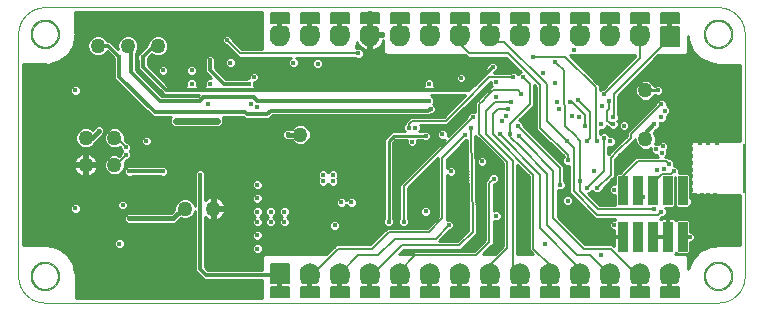
<source format=gbl>
G75*
%MOIN*%
%OFA0B0*%
%FSLAX25Y25*%
%IPPOS*%
%LPD*%
%AMOC8*
5,1,8,0,0,1.08239X$1,22.5*
%
%ADD10C,0.00039*%
%ADD11C,0.00000*%
%ADD12C,0.05906*%
%ADD13C,0.00500*%
%ADD14C,0.00394*%
%ADD15C,0.00087*%
%ADD16C,0.05000*%
%ADD17C,0.01000*%
%ADD18C,0.01587*%
%ADD19C,0.00800*%
%ADD20C,0.01568*%
%ADD21C,0.02400*%
%ADD22C,0.01200*%
%ADD23C,0.01600*%
D10*
X0111687Y0063551D02*
X0336097Y0063551D01*
X0336311Y0063554D01*
X0336525Y0063561D01*
X0336739Y0063574D01*
X0336952Y0063592D01*
X0337165Y0063616D01*
X0337377Y0063644D01*
X0337588Y0063677D01*
X0337799Y0063716D01*
X0338008Y0063760D01*
X0338217Y0063808D01*
X0338424Y0063862D01*
X0338630Y0063921D01*
X0338834Y0063985D01*
X0339037Y0064053D01*
X0339238Y0064127D01*
X0339437Y0064205D01*
X0339635Y0064288D01*
X0339830Y0064376D01*
X0340023Y0064468D01*
X0340214Y0064566D01*
X0340402Y0064667D01*
X0340588Y0064774D01*
X0340771Y0064884D01*
X0340951Y0065000D01*
X0341129Y0065119D01*
X0341304Y0065243D01*
X0341475Y0065371D01*
X0341644Y0065503D01*
X0341809Y0065639D01*
X0341971Y0065779D01*
X0342129Y0065923D01*
X0342284Y0066070D01*
X0342436Y0066222D01*
X0342583Y0066377D01*
X0342727Y0066535D01*
X0342867Y0066697D01*
X0343003Y0066862D01*
X0343135Y0067031D01*
X0343263Y0067202D01*
X0343387Y0067377D01*
X0343506Y0067555D01*
X0343622Y0067735D01*
X0343732Y0067918D01*
X0343839Y0068104D01*
X0343940Y0068292D01*
X0344038Y0068483D01*
X0344130Y0068676D01*
X0344218Y0068871D01*
X0344301Y0069069D01*
X0344379Y0069268D01*
X0344453Y0069469D01*
X0344521Y0069672D01*
X0344585Y0069876D01*
X0344644Y0070082D01*
X0344698Y0070289D01*
X0344746Y0070498D01*
X0344790Y0070707D01*
X0344829Y0070918D01*
X0344862Y0071129D01*
X0344890Y0071341D01*
X0344914Y0071554D01*
X0344932Y0071767D01*
X0344945Y0071981D01*
X0344952Y0072195D01*
X0344955Y0072409D01*
X0344955Y0153118D01*
X0344952Y0153332D01*
X0344945Y0153546D01*
X0344932Y0153760D01*
X0344914Y0153973D01*
X0344890Y0154186D01*
X0344862Y0154398D01*
X0344829Y0154609D01*
X0344790Y0154820D01*
X0344746Y0155029D01*
X0344698Y0155238D01*
X0344644Y0155445D01*
X0344585Y0155651D01*
X0344521Y0155855D01*
X0344453Y0156058D01*
X0344379Y0156259D01*
X0344301Y0156458D01*
X0344218Y0156656D01*
X0344130Y0156851D01*
X0344038Y0157044D01*
X0343940Y0157235D01*
X0343839Y0157423D01*
X0343732Y0157609D01*
X0343622Y0157792D01*
X0343506Y0157972D01*
X0343387Y0158150D01*
X0343263Y0158325D01*
X0343135Y0158496D01*
X0343003Y0158665D01*
X0342867Y0158830D01*
X0342727Y0158992D01*
X0342583Y0159150D01*
X0342436Y0159305D01*
X0342284Y0159457D01*
X0342129Y0159604D01*
X0341971Y0159748D01*
X0341809Y0159888D01*
X0341644Y0160024D01*
X0341475Y0160156D01*
X0341304Y0160284D01*
X0341129Y0160408D01*
X0340951Y0160527D01*
X0340771Y0160643D01*
X0340588Y0160753D01*
X0340402Y0160860D01*
X0340214Y0160961D01*
X0340023Y0161059D01*
X0339830Y0161151D01*
X0339635Y0161239D01*
X0339437Y0161322D01*
X0339238Y0161400D01*
X0339037Y0161474D01*
X0338834Y0161542D01*
X0338630Y0161606D01*
X0338424Y0161665D01*
X0338217Y0161719D01*
X0338008Y0161767D01*
X0337799Y0161811D01*
X0337588Y0161850D01*
X0337377Y0161883D01*
X0337165Y0161911D01*
X0336952Y0161935D01*
X0336739Y0161953D01*
X0336525Y0161966D01*
X0336311Y0161973D01*
X0336097Y0161976D01*
X0111687Y0161976D01*
X0111473Y0161973D01*
X0111259Y0161966D01*
X0111045Y0161953D01*
X0110832Y0161935D01*
X0110619Y0161911D01*
X0110407Y0161883D01*
X0110196Y0161850D01*
X0109985Y0161811D01*
X0109776Y0161767D01*
X0109567Y0161719D01*
X0109360Y0161665D01*
X0109154Y0161606D01*
X0108950Y0161542D01*
X0108747Y0161474D01*
X0108546Y0161400D01*
X0108347Y0161322D01*
X0108149Y0161239D01*
X0107954Y0161151D01*
X0107761Y0161059D01*
X0107570Y0160961D01*
X0107382Y0160860D01*
X0107196Y0160753D01*
X0107013Y0160643D01*
X0106833Y0160527D01*
X0106655Y0160408D01*
X0106480Y0160284D01*
X0106309Y0160156D01*
X0106140Y0160024D01*
X0105975Y0159888D01*
X0105813Y0159748D01*
X0105655Y0159604D01*
X0105500Y0159457D01*
X0105348Y0159305D01*
X0105201Y0159150D01*
X0105057Y0158992D01*
X0104917Y0158830D01*
X0104781Y0158665D01*
X0104649Y0158496D01*
X0104521Y0158325D01*
X0104397Y0158150D01*
X0104278Y0157972D01*
X0104162Y0157792D01*
X0104052Y0157609D01*
X0103945Y0157423D01*
X0103844Y0157235D01*
X0103746Y0157044D01*
X0103654Y0156851D01*
X0103566Y0156656D01*
X0103483Y0156458D01*
X0103405Y0156259D01*
X0103331Y0156058D01*
X0103263Y0155855D01*
X0103199Y0155651D01*
X0103140Y0155445D01*
X0103086Y0155238D01*
X0103038Y0155029D01*
X0102994Y0154820D01*
X0102955Y0154609D01*
X0102922Y0154398D01*
X0102894Y0154186D01*
X0102870Y0153973D01*
X0102852Y0153760D01*
X0102839Y0153546D01*
X0102832Y0153332D01*
X0102829Y0153118D01*
X0102829Y0072409D01*
X0102832Y0072195D01*
X0102839Y0071981D01*
X0102852Y0071767D01*
X0102870Y0071554D01*
X0102894Y0071341D01*
X0102922Y0071129D01*
X0102955Y0070918D01*
X0102994Y0070707D01*
X0103038Y0070498D01*
X0103086Y0070289D01*
X0103140Y0070082D01*
X0103199Y0069876D01*
X0103263Y0069672D01*
X0103331Y0069469D01*
X0103405Y0069268D01*
X0103483Y0069069D01*
X0103566Y0068871D01*
X0103654Y0068676D01*
X0103746Y0068483D01*
X0103844Y0068292D01*
X0103945Y0068104D01*
X0104052Y0067918D01*
X0104162Y0067735D01*
X0104278Y0067555D01*
X0104397Y0067377D01*
X0104521Y0067202D01*
X0104649Y0067031D01*
X0104781Y0066862D01*
X0104917Y0066697D01*
X0105057Y0066535D01*
X0105201Y0066377D01*
X0105348Y0066222D01*
X0105500Y0066070D01*
X0105655Y0065923D01*
X0105813Y0065779D01*
X0105975Y0065639D01*
X0106140Y0065503D01*
X0106309Y0065371D01*
X0106480Y0065243D01*
X0106655Y0065119D01*
X0106833Y0065000D01*
X0107013Y0064884D01*
X0107196Y0064774D01*
X0107382Y0064667D01*
X0107570Y0064566D01*
X0107761Y0064468D01*
X0107954Y0064376D01*
X0108149Y0064288D01*
X0108347Y0064205D01*
X0108546Y0064127D01*
X0108747Y0064053D01*
X0108950Y0063985D01*
X0109154Y0063921D01*
X0109360Y0063862D01*
X0109567Y0063808D01*
X0109776Y0063760D01*
X0109985Y0063716D01*
X0110196Y0063677D01*
X0110407Y0063644D01*
X0110619Y0063616D01*
X0110832Y0063592D01*
X0111045Y0063574D01*
X0111259Y0063561D01*
X0111473Y0063554D01*
X0111687Y0063551D01*
D11*
X0107356Y0072409D02*
X0107358Y0072540D01*
X0107364Y0072672D01*
X0107374Y0072803D01*
X0107388Y0072934D01*
X0107406Y0073064D01*
X0107428Y0073193D01*
X0107453Y0073322D01*
X0107483Y0073450D01*
X0107517Y0073577D01*
X0107554Y0073704D01*
X0107595Y0073828D01*
X0107640Y0073952D01*
X0107689Y0074074D01*
X0107741Y0074195D01*
X0107797Y0074313D01*
X0107857Y0074431D01*
X0107920Y0074546D01*
X0107987Y0074659D01*
X0108057Y0074771D01*
X0108130Y0074880D01*
X0108206Y0074986D01*
X0108286Y0075091D01*
X0108369Y0075193D01*
X0108455Y0075292D01*
X0108544Y0075389D01*
X0108636Y0075483D01*
X0108731Y0075574D01*
X0108828Y0075663D01*
X0108928Y0075748D01*
X0109031Y0075830D01*
X0109136Y0075909D01*
X0109243Y0075985D01*
X0109353Y0076057D01*
X0109465Y0076126D01*
X0109579Y0076192D01*
X0109694Y0076254D01*
X0109812Y0076313D01*
X0109931Y0076368D01*
X0110052Y0076420D01*
X0110175Y0076467D01*
X0110299Y0076511D01*
X0110424Y0076552D01*
X0110550Y0076588D01*
X0110678Y0076621D01*
X0110806Y0076649D01*
X0110935Y0076674D01*
X0111065Y0076695D01*
X0111195Y0076712D01*
X0111326Y0076725D01*
X0111457Y0076734D01*
X0111588Y0076739D01*
X0111720Y0076740D01*
X0111851Y0076737D01*
X0111983Y0076730D01*
X0112114Y0076719D01*
X0112244Y0076704D01*
X0112374Y0076685D01*
X0112504Y0076662D01*
X0112632Y0076636D01*
X0112760Y0076605D01*
X0112887Y0076570D01*
X0113013Y0076532D01*
X0113137Y0076490D01*
X0113261Y0076444D01*
X0113382Y0076394D01*
X0113502Y0076341D01*
X0113621Y0076284D01*
X0113738Y0076224D01*
X0113852Y0076160D01*
X0113965Y0076092D01*
X0114076Y0076021D01*
X0114185Y0075947D01*
X0114291Y0075870D01*
X0114395Y0075789D01*
X0114496Y0075706D01*
X0114595Y0075619D01*
X0114691Y0075529D01*
X0114784Y0075436D01*
X0114875Y0075341D01*
X0114962Y0075243D01*
X0115047Y0075142D01*
X0115128Y0075039D01*
X0115206Y0074933D01*
X0115281Y0074825D01*
X0115353Y0074715D01*
X0115421Y0074603D01*
X0115486Y0074489D01*
X0115547Y0074372D01*
X0115605Y0074254D01*
X0115659Y0074134D01*
X0115710Y0074013D01*
X0115757Y0073890D01*
X0115800Y0073766D01*
X0115839Y0073641D01*
X0115875Y0073514D01*
X0115906Y0073386D01*
X0115934Y0073258D01*
X0115958Y0073129D01*
X0115978Y0072999D01*
X0115994Y0072868D01*
X0116006Y0072737D01*
X0116014Y0072606D01*
X0116018Y0072475D01*
X0116018Y0072343D01*
X0116014Y0072212D01*
X0116006Y0072081D01*
X0115994Y0071950D01*
X0115978Y0071819D01*
X0115958Y0071689D01*
X0115934Y0071560D01*
X0115906Y0071432D01*
X0115875Y0071304D01*
X0115839Y0071177D01*
X0115800Y0071052D01*
X0115757Y0070928D01*
X0115710Y0070805D01*
X0115659Y0070684D01*
X0115605Y0070564D01*
X0115547Y0070446D01*
X0115486Y0070329D01*
X0115421Y0070215D01*
X0115353Y0070103D01*
X0115281Y0069993D01*
X0115206Y0069885D01*
X0115128Y0069779D01*
X0115047Y0069676D01*
X0114962Y0069575D01*
X0114875Y0069477D01*
X0114784Y0069382D01*
X0114691Y0069289D01*
X0114595Y0069199D01*
X0114496Y0069112D01*
X0114395Y0069029D01*
X0114291Y0068948D01*
X0114185Y0068871D01*
X0114076Y0068797D01*
X0113965Y0068726D01*
X0113853Y0068658D01*
X0113738Y0068594D01*
X0113621Y0068534D01*
X0113502Y0068477D01*
X0113382Y0068424D01*
X0113261Y0068374D01*
X0113137Y0068328D01*
X0113013Y0068286D01*
X0112887Y0068248D01*
X0112760Y0068213D01*
X0112632Y0068182D01*
X0112504Y0068156D01*
X0112374Y0068133D01*
X0112244Y0068114D01*
X0112114Y0068099D01*
X0111983Y0068088D01*
X0111851Y0068081D01*
X0111720Y0068078D01*
X0111588Y0068079D01*
X0111457Y0068084D01*
X0111326Y0068093D01*
X0111195Y0068106D01*
X0111065Y0068123D01*
X0110935Y0068144D01*
X0110806Y0068169D01*
X0110678Y0068197D01*
X0110550Y0068230D01*
X0110424Y0068266D01*
X0110299Y0068307D01*
X0110175Y0068351D01*
X0110052Y0068398D01*
X0109931Y0068450D01*
X0109812Y0068505D01*
X0109694Y0068564D01*
X0109579Y0068626D01*
X0109465Y0068692D01*
X0109353Y0068761D01*
X0109243Y0068833D01*
X0109136Y0068909D01*
X0109031Y0068988D01*
X0108928Y0069070D01*
X0108828Y0069155D01*
X0108731Y0069244D01*
X0108636Y0069335D01*
X0108544Y0069429D01*
X0108455Y0069526D01*
X0108369Y0069625D01*
X0108286Y0069727D01*
X0108206Y0069832D01*
X0108130Y0069938D01*
X0108057Y0070047D01*
X0107987Y0070159D01*
X0107920Y0070272D01*
X0107857Y0070387D01*
X0107797Y0070505D01*
X0107741Y0070623D01*
X0107689Y0070744D01*
X0107640Y0070866D01*
X0107595Y0070990D01*
X0107554Y0071114D01*
X0107517Y0071241D01*
X0107483Y0071368D01*
X0107453Y0071496D01*
X0107428Y0071625D01*
X0107406Y0071754D01*
X0107388Y0071884D01*
X0107374Y0072015D01*
X0107364Y0072146D01*
X0107358Y0072278D01*
X0107356Y0072409D01*
X0107356Y0153118D02*
X0107358Y0153249D01*
X0107364Y0153381D01*
X0107374Y0153512D01*
X0107388Y0153643D01*
X0107406Y0153773D01*
X0107428Y0153902D01*
X0107453Y0154031D01*
X0107483Y0154159D01*
X0107517Y0154286D01*
X0107554Y0154413D01*
X0107595Y0154537D01*
X0107640Y0154661D01*
X0107689Y0154783D01*
X0107741Y0154904D01*
X0107797Y0155022D01*
X0107857Y0155140D01*
X0107920Y0155255D01*
X0107987Y0155368D01*
X0108057Y0155480D01*
X0108130Y0155589D01*
X0108206Y0155695D01*
X0108286Y0155800D01*
X0108369Y0155902D01*
X0108455Y0156001D01*
X0108544Y0156098D01*
X0108636Y0156192D01*
X0108731Y0156283D01*
X0108828Y0156372D01*
X0108928Y0156457D01*
X0109031Y0156539D01*
X0109136Y0156618D01*
X0109243Y0156694D01*
X0109353Y0156766D01*
X0109465Y0156835D01*
X0109579Y0156901D01*
X0109694Y0156963D01*
X0109812Y0157022D01*
X0109931Y0157077D01*
X0110052Y0157129D01*
X0110175Y0157176D01*
X0110299Y0157220D01*
X0110424Y0157261D01*
X0110550Y0157297D01*
X0110678Y0157330D01*
X0110806Y0157358D01*
X0110935Y0157383D01*
X0111065Y0157404D01*
X0111195Y0157421D01*
X0111326Y0157434D01*
X0111457Y0157443D01*
X0111588Y0157448D01*
X0111720Y0157449D01*
X0111851Y0157446D01*
X0111983Y0157439D01*
X0112114Y0157428D01*
X0112244Y0157413D01*
X0112374Y0157394D01*
X0112504Y0157371D01*
X0112632Y0157345D01*
X0112760Y0157314D01*
X0112887Y0157279D01*
X0113013Y0157241D01*
X0113137Y0157199D01*
X0113261Y0157153D01*
X0113382Y0157103D01*
X0113502Y0157050D01*
X0113621Y0156993D01*
X0113738Y0156933D01*
X0113852Y0156869D01*
X0113965Y0156801D01*
X0114076Y0156730D01*
X0114185Y0156656D01*
X0114291Y0156579D01*
X0114395Y0156498D01*
X0114496Y0156415D01*
X0114595Y0156328D01*
X0114691Y0156238D01*
X0114784Y0156145D01*
X0114875Y0156050D01*
X0114962Y0155952D01*
X0115047Y0155851D01*
X0115128Y0155748D01*
X0115206Y0155642D01*
X0115281Y0155534D01*
X0115353Y0155424D01*
X0115421Y0155312D01*
X0115486Y0155198D01*
X0115547Y0155081D01*
X0115605Y0154963D01*
X0115659Y0154843D01*
X0115710Y0154722D01*
X0115757Y0154599D01*
X0115800Y0154475D01*
X0115839Y0154350D01*
X0115875Y0154223D01*
X0115906Y0154095D01*
X0115934Y0153967D01*
X0115958Y0153838D01*
X0115978Y0153708D01*
X0115994Y0153577D01*
X0116006Y0153446D01*
X0116014Y0153315D01*
X0116018Y0153184D01*
X0116018Y0153052D01*
X0116014Y0152921D01*
X0116006Y0152790D01*
X0115994Y0152659D01*
X0115978Y0152528D01*
X0115958Y0152398D01*
X0115934Y0152269D01*
X0115906Y0152141D01*
X0115875Y0152013D01*
X0115839Y0151886D01*
X0115800Y0151761D01*
X0115757Y0151637D01*
X0115710Y0151514D01*
X0115659Y0151393D01*
X0115605Y0151273D01*
X0115547Y0151155D01*
X0115486Y0151038D01*
X0115421Y0150924D01*
X0115353Y0150812D01*
X0115281Y0150702D01*
X0115206Y0150594D01*
X0115128Y0150488D01*
X0115047Y0150385D01*
X0114962Y0150284D01*
X0114875Y0150186D01*
X0114784Y0150091D01*
X0114691Y0149998D01*
X0114595Y0149908D01*
X0114496Y0149821D01*
X0114395Y0149738D01*
X0114291Y0149657D01*
X0114185Y0149580D01*
X0114076Y0149506D01*
X0113965Y0149435D01*
X0113853Y0149367D01*
X0113738Y0149303D01*
X0113621Y0149243D01*
X0113502Y0149186D01*
X0113382Y0149133D01*
X0113261Y0149083D01*
X0113137Y0149037D01*
X0113013Y0148995D01*
X0112887Y0148957D01*
X0112760Y0148922D01*
X0112632Y0148891D01*
X0112504Y0148865D01*
X0112374Y0148842D01*
X0112244Y0148823D01*
X0112114Y0148808D01*
X0111983Y0148797D01*
X0111851Y0148790D01*
X0111720Y0148787D01*
X0111588Y0148788D01*
X0111457Y0148793D01*
X0111326Y0148802D01*
X0111195Y0148815D01*
X0111065Y0148832D01*
X0110935Y0148853D01*
X0110806Y0148878D01*
X0110678Y0148906D01*
X0110550Y0148939D01*
X0110424Y0148975D01*
X0110299Y0149016D01*
X0110175Y0149060D01*
X0110052Y0149107D01*
X0109931Y0149159D01*
X0109812Y0149214D01*
X0109694Y0149273D01*
X0109579Y0149335D01*
X0109465Y0149401D01*
X0109353Y0149470D01*
X0109243Y0149542D01*
X0109136Y0149618D01*
X0109031Y0149697D01*
X0108928Y0149779D01*
X0108828Y0149864D01*
X0108731Y0149953D01*
X0108636Y0150044D01*
X0108544Y0150138D01*
X0108455Y0150235D01*
X0108369Y0150334D01*
X0108286Y0150436D01*
X0108206Y0150541D01*
X0108130Y0150647D01*
X0108057Y0150756D01*
X0107987Y0150868D01*
X0107920Y0150981D01*
X0107857Y0151096D01*
X0107797Y0151214D01*
X0107741Y0151332D01*
X0107689Y0151453D01*
X0107640Y0151575D01*
X0107595Y0151699D01*
X0107554Y0151823D01*
X0107517Y0151950D01*
X0107483Y0152077D01*
X0107453Y0152205D01*
X0107428Y0152334D01*
X0107406Y0152463D01*
X0107388Y0152593D01*
X0107374Y0152724D01*
X0107364Y0152855D01*
X0107358Y0152987D01*
X0107356Y0153118D01*
X0331766Y0153118D02*
X0331768Y0153249D01*
X0331774Y0153381D01*
X0331784Y0153512D01*
X0331798Y0153643D01*
X0331816Y0153773D01*
X0331838Y0153902D01*
X0331863Y0154031D01*
X0331893Y0154159D01*
X0331927Y0154286D01*
X0331964Y0154413D01*
X0332005Y0154537D01*
X0332050Y0154661D01*
X0332099Y0154783D01*
X0332151Y0154904D01*
X0332207Y0155022D01*
X0332267Y0155140D01*
X0332330Y0155255D01*
X0332397Y0155368D01*
X0332467Y0155480D01*
X0332540Y0155589D01*
X0332616Y0155695D01*
X0332696Y0155800D01*
X0332779Y0155902D01*
X0332865Y0156001D01*
X0332954Y0156098D01*
X0333046Y0156192D01*
X0333141Y0156283D01*
X0333238Y0156372D01*
X0333338Y0156457D01*
X0333441Y0156539D01*
X0333546Y0156618D01*
X0333653Y0156694D01*
X0333763Y0156766D01*
X0333875Y0156835D01*
X0333989Y0156901D01*
X0334104Y0156963D01*
X0334222Y0157022D01*
X0334341Y0157077D01*
X0334462Y0157129D01*
X0334585Y0157176D01*
X0334709Y0157220D01*
X0334834Y0157261D01*
X0334960Y0157297D01*
X0335088Y0157330D01*
X0335216Y0157358D01*
X0335345Y0157383D01*
X0335475Y0157404D01*
X0335605Y0157421D01*
X0335736Y0157434D01*
X0335867Y0157443D01*
X0335998Y0157448D01*
X0336130Y0157449D01*
X0336261Y0157446D01*
X0336393Y0157439D01*
X0336524Y0157428D01*
X0336654Y0157413D01*
X0336784Y0157394D01*
X0336914Y0157371D01*
X0337042Y0157345D01*
X0337170Y0157314D01*
X0337297Y0157279D01*
X0337423Y0157241D01*
X0337547Y0157199D01*
X0337671Y0157153D01*
X0337792Y0157103D01*
X0337912Y0157050D01*
X0338031Y0156993D01*
X0338148Y0156933D01*
X0338262Y0156869D01*
X0338375Y0156801D01*
X0338486Y0156730D01*
X0338595Y0156656D01*
X0338701Y0156579D01*
X0338805Y0156498D01*
X0338906Y0156415D01*
X0339005Y0156328D01*
X0339101Y0156238D01*
X0339194Y0156145D01*
X0339285Y0156050D01*
X0339372Y0155952D01*
X0339457Y0155851D01*
X0339538Y0155748D01*
X0339616Y0155642D01*
X0339691Y0155534D01*
X0339763Y0155424D01*
X0339831Y0155312D01*
X0339896Y0155198D01*
X0339957Y0155081D01*
X0340015Y0154963D01*
X0340069Y0154843D01*
X0340120Y0154722D01*
X0340167Y0154599D01*
X0340210Y0154475D01*
X0340249Y0154350D01*
X0340285Y0154223D01*
X0340316Y0154095D01*
X0340344Y0153967D01*
X0340368Y0153838D01*
X0340388Y0153708D01*
X0340404Y0153577D01*
X0340416Y0153446D01*
X0340424Y0153315D01*
X0340428Y0153184D01*
X0340428Y0153052D01*
X0340424Y0152921D01*
X0340416Y0152790D01*
X0340404Y0152659D01*
X0340388Y0152528D01*
X0340368Y0152398D01*
X0340344Y0152269D01*
X0340316Y0152141D01*
X0340285Y0152013D01*
X0340249Y0151886D01*
X0340210Y0151761D01*
X0340167Y0151637D01*
X0340120Y0151514D01*
X0340069Y0151393D01*
X0340015Y0151273D01*
X0339957Y0151155D01*
X0339896Y0151038D01*
X0339831Y0150924D01*
X0339763Y0150812D01*
X0339691Y0150702D01*
X0339616Y0150594D01*
X0339538Y0150488D01*
X0339457Y0150385D01*
X0339372Y0150284D01*
X0339285Y0150186D01*
X0339194Y0150091D01*
X0339101Y0149998D01*
X0339005Y0149908D01*
X0338906Y0149821D01*
X0338805Y0149738D01*
X0338701Y0149657D01*
X0338595Y0149580D01*
X0338486Y0149506D01*
X0338375Y0149435D01*
X0338263Y0149367D01*
X0338148Y0149303D01*
X0338031Y0149243D01*
X0337912Y0149186D01*
X0337792Y0149133D01*
X0337671Y0149083D01*
X0337547Y0149037D01*
X0337423Y0148995D01*
X0337297Y0148957D01*
X0337170Y0148922D01*
X0337042Y0148891D01*
X0336914Y0148865D01*
X0336784Y0148842D01*
X0336654Y0148823D01*
X0336524Y0148808D01*
X0336393Y0148797D01*
X0336261Y0148790D01*
X0336130Y0148787D01*
X0335998Y0148788D01*
X0335867Y0148793D01*
X0335736Y0148802D01*
X0335605Y0148815D01*
X0335475Y0148832D01*
X0335345Y0148853D01*
X0335216Y0148878D01*
X0335088Y0148906D01*
X0334960Y0148939D01*
X0334834Y0148975D01*
X0334709Y0149016D01*
X0334585Y0149060D01*
X0334462Y0149107D01*
X0334341Y0149159D01*
X0334222Y0149214D01*
X0334104Y0149273D01*
X0333989Y0149335D01*
X0333875Y0149401D01*
X0333763Y0149470D01*
X0333653Y0149542D01*
X0333546Y0149618D01*
X0333441Y0149697D01*
X0333338Y0149779D01*
X0333238Y0149864D01*
X0333141Y0149953D01*
X0333046Y0150044D01*
X0332954Y0150138D01*
X0332865Y0150235D01*
X0332779Y0150334D01*
X0332696Y0150436D01*
X0332616Y0150541D01*
X0332540Y0150647D01*
X0332467Y0150756D01*
X0332397Y0150868D01*
X0332330Y0150981D01*
X0332267Y0151096D01*
X0332207Y0151214D01*
X0332151Y0151332D01*
X0332099Y0151453D01*
X0332050Y0151575D01*
X0332005Y0151699D01*
X0331964Y0151823D01*
X0331927Y0151950D01*
X0331893Y0152077D01*
X0331863Y0152205D01*
X0331838Y0152334D01*
X0331816Y0152463D01*
X0331798Y0152593D01*
X0331784Y0152724D01*
X0331774Y0152855D01*
X0331768Y0152987D01*
X0331766Y0153118D01*
X0331766Y0072409D02*
X0331768Y0072540D01*
X0331774Y0072672D01*
X0331784Y0072803D01*
X0331798Y0072934D01*
X0331816Y0073064D01*
X0331838Y0073193D01*
X0331863Y0073322D01*
X0331893Y0073450D01*
X0331927Y0073577D01*
X0331964Y0073704D01*
X0332005Y0073828D01*
X0332050Y0073952D01*
X0332099Y0074074D01*
X0332151Y0074195D01*
X0332207Y0074313D01*
X0332267Y0074431D01*
X0332330Y0074546D01*
X0332397Y0074659D01*
X0332467Y0074771D01*
X0332540Y0074880D01*
X0332616Y0074986D01*
X0332696Y0075091D01*
X0332779Y0075193D01*
X0332865Y0075292D01*
X0332954Y0075389D01*
X0333046Y0075483D01*
X0333141Y0075574D01*
X0333238Y0075663D01*
X0333338Y0075748D01*
X0333441Y0075830D01*
X0333546Y0075909D01*
X0333653Y0075985D01*
X0333763Y0076057D01*
X0333875Y0076126D01*
X0333989Y0076192D01*
X0334104Y0076254D01*
X0334222Y0076313D01*
X0334341Y0076368D01*
X0334462Y0076420D01*
X0334585Y0076467D01*
X0334709Y0076511D01*
X0334834Y0076552D01*
X0334960Y0076588D01*
X0335088Y0076621D01*
X0335216Y0076649D01*
X0335345Y0076674D01*
X0335475Y0076695D01*
X0335605Y0076712D01*
X0335736Y0076725D01*
X0335867Y0076734D01*
X0335998Y0076739D01*
X0336130Y0076740D01*
X0336261Y0076737D01*
X0336393Y0076730D01*
X0336524Y0076719D01*
X0336654Y0076704D01*
X0336784Y0076685D01*
X0336914Y0076662D01*
X0337042Y0076636D01*
X0337170Y0076605D01*
X0337297Y0076570D01*
X0337423Y0076532D01*
X0337547Y0076490D01*
X0337671Y0076444D01*
X0337792Y0076394D01*
X0337912Y0076341D01*
X0338031Y0076284D01*
X0338148Y0076224D01*
X0338262Y0076160D01*
X0338375Y0076092D01*
X0338486Y0076021D01*
X0338595Y0075947D01*
X0338701Y0075870D01*
X0338805Y0075789D01*
X0338906Y0075706D01*
X0339005Y0075619D01*
X0339101Y0075529D01*
X0339194Y0075436D01*
X0339285Y0075341D01*
X0339372Y0075243D01*
X0339457Y0075142D01*
X0339538Y0075039D01*
X0339616Y0074933D01*
X0339691Y0074825D01*
X0339763Y0074715D01*
X0339831Y0074603D01*
X0339896Y0074489D01*
X0339957Y0074372D01*
X0340015Y0074254D01*
X0340069Y0074134D01*
X0340120Y0074013D01*
X0340167Y0073890D01*
X0340210Y0073766D01*
X0340249Y0073641D01*
X0340285Y0073514D01*
X0340316Y0073386D01*
X0340344Y0073258D01*
X0340368Y0073129D01*
X0340388Y0072999D01*
X0340404Y0072868D01*
X0340416Y0072737D01*
X0340424Y0072606D01*
X0340428Y0072475D01*
X0340428Y0072343D01*
X0340424Y0072212D01*
X0340416Y0072081D01*
X0340404Y0071950D01*
X0340388Y0071819D01*
X0340368Y0071689D01*
X0340344Y0071560D01*
X0340316Y0071432D01*
X0340285Y0071304D01*
X0340249Y0071177D01*
X0340210Y0071052D01*
X0340167Y0070928D01*
X0340120Y0070805D01*
X0340069Y0070684D01*
X0340015Y0070564D01*
X0339957Y0070446D01*
X0339896Y0070329D01*
X0339831Y0070215D01*
X0339763Y0070103D01*
X0339691Y0069993D01*
X0339616Y0069885D01*
X0339538Y0069779D01*
X0339457Y0069676D01*
X0339372Y0069575D01*
X0339285Y0069477D01*
X0339194Y0069382D01*
X0339101Y0069289D01*
X0339005Y0069199D01*
X0338906Y0069112D01*
X0338805Y0069029D01*
X0338701Y0068948D01*
X0338595Y0068871D01*
X0338486Y0068797D01*
X0338375Y0068726D01*
X0338263Y0068658D01*
X0338148Y0068594D01*
X0338031Y0068534D01*
X0337912Y0068477D01*
X0337792Y0068424D01*
X0337671Y0068374D01*
X0337547Y0068328D01*
X0337423Y0068286D01*
X0337297Y0068248D01*
X0337170Y0068213D01*
X0337042Y0068182D01*
X0336914Y0068156D01*
X0336784Y0068133D01*
X0336654Y0068114D01*
X0336524Y0068099D01*
X0336393Y0068088D01*
X0336261Y0068081D01*
X0336130Y0068078D01*
X0335998Y0068079D01*
X0335867Y0068084D01*
X0335736Y0068093D01*
X0335605Y0068106D01*
X0335475Y0068123D01*
X0335345Y0068144D01*
X0335216Y0068169D01*
X0335088Y0068197D01*
X0334960Y0068230D01*
X0334834Y0068266D01*
X0334709Y0068307D01*
X0334585Y0068351D01*
X0334462Y0068398D01*
X0334341Y0068450D01*
X0334222Y0068505D01*
X0334104Y0068564D01*
X0333989Y0068626D01*
X0333875Y0068692D01*
X0333763Y0068761D01*
X0333653Y0068833D01*
X0333546Y0068909D01*
X0333441Y0068988D01*
X0333338Y0069070D01*
X0333238Y0069155D01*
X0333141Y0069244D01*
X0333046Y0069335D01*
X0332954Y0069429D01*
X0332865Y0069526D01*
X0332779Y0069625D01*
X0332696Y0069727D01*
X0332616Y0069832D01*
X0332540Y0069938D01*
X0332467Y0070047D01*
X0332397Y0070159D01*
X0332330Y0070272D01*
X0332267Y0070387D01*
X0332207Y0070505D01*
X0332151Y0070623D01*
X0332099Y0070744D01*
X0332050Y0070866D01*
X0332005Y0070990D01*
X0331964Y0071114D01*
X0331927Y0071241D01*
X0331893Y0071368D01*
X0331863Y0071496D01*
X0331838Y0071625D01*
X0331816Y0071754D01*
X0331798Y0071884D01*
X0331784Y0072015D01*
X0331774Y0072146D01*
X0331768Y0072278D01*
X0331766Y0072409D01*
D12*
X0319974Y0072764D03*
X0309974Y0072764D03*
X0299974Y0072764D03*
X0289974Y0072764D03*
X0279974Y0072764D03*
X0269974Y0072764D03*
X0259974Y0072764D03*
X0249974Y0072764D03*
X0239974Y0072764D03*
X0229974Y0072764D03*
X0219974Y0072764D03*
X0209974Y0072764D03*
X0199974Y0072764D03*
X0189974Y0072764D03*
X0189974Y0152764D03*
X0199974Y0152764D03*
X0209974Y0152764D03*
X0219974Y0152764D03*
X0229974Y0152764D03*
X0239974Y0152764D03*
X0249974Y0152764D03*
X0259974Y0152764D03*
X0269974Y0152764D03*
X0279974Y0152764D03*
X0289974Y0152764D03*
X0299974Y0152764D03*
X0309974Y0152764D03*
X0319974Y0152764D03*
D13*
X0321004Y0155343D02*
X0320799Y0155428D01*
X0320623Y0155563D01*
X0320488Y0155739D01*
X0320403Y0155944D01*
X0320374Y0156164D01*
X0320374Y0156664D01*
X0320381Y0156689D01*
X0320399Y0156707D01*
X0320424Y0156714D01*
X0322924Y0156714D01*
X0322924Y0160064D01*
X0317024Y0160064D01*
X0317024Y0156714D01*
X0319574Y0156714D01*
X0319574Y0156164D01*
X0319545Y0155944D01*
X0319460Y0155739D01*
X0319325Y0155563D01*
X0319149Y0155428D01*
X0318944Y0155343D01*
X0318724Y0155314D01*
X0317024Y0155314D01*
X0317024Y0149214D01*
X0322924Y0149214D01*
X0322924Y0155314D01*
X0321224Y0155314D01*
X0321004Y0155343D01*
X0320472Y0155776D02*
X0319475Y0155776D01*
X0319574Y0156274D02*
X0320374Y0156274D01*
X0322924Y0156773D02*
X0317024Y0156773D01*
X0317024Y0157271D02*
X0322924Y0157271D01*
X0322924Y0157770D02*
X0317024Y0157770D01*
X0317024Y0158268D02*
X0322924Y0158268D01*
X0322924Y0158767D02*
X0317024Y0158767D01*
X0317024Y0159265D02*
X0322924Y0159265D01*
X0322924Y0159764D02*
X0317024Y0159764D01*
X0312924Y0159764D02*
X0307024Y0159764D01*
X0307024Y0160064D02*
X0307024Y0156714D01*
X0309574Y0156714D01*
X0309574Y0156164D01*
X0309545Y0155944D01*
X0309460Y0155739D01*
X0309325Y0155563D01*
X0309149Y0155428D01*
X0308944Y0155343D01*
X0308724Y0155314D01*
X0307774Y0155314D01*
X0307324Y0154664D01*
X0307124Y0154014D01*
X0307024Y0153414D01*
X0307024Y0152214D01*
X0307081Y0151638D01*
X0307248Y0151085D01*
X0307521Y0150575D01*
X0307888Y0150128D01*
X0308335Y0149761D01*
X0308845Y0149488D01*
X0309398Y0149320D01*
X0309974Y0149264D01*
X0310549Y0149320D01*
X0311103Y0149488D01*
X0311613Y0149761D01*
X0312060Y0150128D01*
X0312427Y0150575D01*
X0312699Y0151085D01*
X0312867Y0151638D01*
X0312924Y0152214D01*
X0312924Y0153414D01*
X0312824Y0154014D01*
X0312624Y0154664D01*
X0312174Y0155314D01*
X0311224Y0155314D01*
X0311004Y0155343D01*
X0310799Y0155428D01*
X0310623Y0155563D01*
X0310488Y0155739D01*
X0310403Y0155944D01*
X0310374Y0156164D01*
X0310374Y0156664D01*
X0310381Y0156689D01*
X0310399Y0156707D01*
X0310424Y0156714D01*
X0312924Y0156714D01*
X0312924Y0160064D01*
X0307024Y0160064D01*
X0307024Y0159265D02*
X0312924Y0159265D01*
X0312924Y0158767D02*
X0307024Y0158767D01*
X0307024Y0158268D02*
X0312924Y0158268D01*
X0312924Y0157770D02*
X0307024Y0157770D01*
X0307024Y0157271D02*
X0312924Y0157271D01*
X0312924Y0156773D02*
X0307024Y0156773D01*
X0307749Y0155277D02*
X0312199Y0155277D01*
X0312544Y0154779D02*
X0307403Y0154779D01*
X0307206Y0154280D02*
X0312742Y0154280D01*
X0312863Y0153782D02*
X0307085Y0153782D01*
X0307024Y0153283D02*
X0312924Y0153283D01*
X0312924Y0152785D02*
X0307024Y0152785D01*
X0307024Y0152286D02*
X0312924Y0152286D01*
X0312882Y0151788D02*
X0307066Y0151788D01*
X0307186Y0151289D02*
X0312761Y0151289D01*
X0312542Y0150791D02*
X0307406Y0150791D01*
X0307753Y0150292D02*
X0312195Y0150292D01*
X0311653Y0149794D02*
X0308295Y0149794D01*
X0309656Y0149295D02*
X0310292Y0149295D01*
X0317024Y0149295D02*
X0322924Y0149295D01*
X0322924Y0149794D02*
X0317024Y0149794D01*
X0317024Y0150292D02*
X0322924Y0150292D01*
X0322924Y0150791D02*
X0317024Y0150791D01*
X0317024Y0151289D02*
X0322924Y0151289D01*
X0322924Y0151788D02*
X0317024Y0151788D01*
X0317024Y0152286D02*
X0322924Y0152286D01*
X0322924Y0152785D02*
X0317024Y0152785D01*
X0317024Y0153283D02*
X0322924Y0153283D01*
X0322924Y0153782D02*
X0317024Y0153782D01*
X0317024Y0154280D02*
X0322924Y0154280D01*
X0322924Y0154779D02*
X0317024Y0154779D01*
X0317024Y0155277D02*
X0322924Y0155277D01*
X0310472Y0155776D02*
X0309475Y0155776D01*
X0309574Y0156274D02*
X0310374Y0156274D01*
X0302924Y0156714D02*
X0302924Y0160064D01*
X0297024Y0160064D01*
X0297024Y0156714D01*
X0299574Y0156714D01*
X0299574Y0156164D01*
X0299545Y0155944D01*
X0299460Y0155739D01*
X0299325Y0155563D01*
X0299149Y0155428D01*
X0298944Y0155343D01*
X0298724Y0155314D01*
X0297774Y0155314D01*
X0297324Y0154664D01*
X0297124Y0154014D01*
X0297024Y0153414D01*
X0297024Y0152214D01*
X0297081Y0151638D01*
X0297248Y0151085D01*
X0297521Y0150575D01*
X0297888Y0150128D01*
X0298335Y0149761D01*
X0298845Y0149488D01*
X0299398Y0149320D01*
X0299974Y0149264D01*
X0300549Y0149320D01*
X0301103Y0149488D01*
X0301613Y0149761D01*
X0302060Y0150128D01*
X0302427Y0150575D01*
X0302699Y0151085D01*
X0302867Y0151638D01*
X0302924Y0152214D01*
X0302924Y0153414D01*
X0302824Y0154014D01*
X0302624Y0154664D01*
X0302174Y0155314D01*
X0301224Y0155314D01*
X0301004Y0155343D01*
X0300799Y0155428D01*
X0300623Y0155563D01*
X0300488Y0155739D01*
X0300403Y0155944D01*
X0300374Y0156164D01*
X0300374Y0156664D01*
X0300381Y0156689D01*
X0300399Y0156707D01*
X0300424Y0156714D01*
X0302924Y0156714D01*
X0302924Y0156773D02*
X0297024Y0156773D01*
X0297024Y0157271D02*
X0302924Y0157271D01*
X0302924Y0157770D02*
X0297024Y0157770D01*
X0297024Y0158268D02*
X0302924Y0158268D01*
X0302924Y0158767D02*
X0297024Y0158767D01*
X0297024Y0159265D02*
X0302924Y0159265D01*
X0302924Y0159764D02*
X0297024Y0159764D01*
X0292924Y0159764D02*
X0287024Y0159764D01*
X0287024Y0160064D02*
X0287024Y0156714D01*
X0289574Y0156714D01*
X0289574Y0156164D01*
X0289545Y0155944D01*
X0289460Y0155739D01*
X0289325Y0155563D01*
X0289149Y0155428D01*
X0288944Y0155343D01*
X0288724Y0155314D01*
X0287774Y0155314D01*
X0287324Y0154664D01*
X0287124Y0154014D01*
X0287024Y0153414D01*
X0287024Y0152214D01*
X0287081Y0151638D01*
X0287248Y0151085D01*
X0287521Y0150575D01*
X0287888Y0150128D01*
X0288335Y0149761D01*
X0288845Y0149488D01*
X0289398Y0149320D01*
X0289974Y0149264D01*
X0290549Y0149320D01*
X0291103Y0149488D01*
X0291613Y0149761D01*
X0292060Y0150128D01*
X0292427Y0150575D01*
X0292699Y0151085D01*
X0292867Y0151638D01*
X0292924Y0152214D01*
X0292924Y0153414D01*
X0292824Y0154014D01*
X0292624Y0154664D01*
X0292174Y0155314D01*
X0291224Y0155314D01*
X0291004Y0155343D01*
X0290799Y0155428D01*
X0290623Y0155563D01*
X0290488Y0155739D01*
X0290403Y0155944D01*
X0290374Y0156164D01*
X0290374Y0156664D01*
X0290381Y0156689D01*
X0290399Y0156707D01*
X0290424Y0156714D01*
X0292924Y0156714D01*
X0292924Y0160064D01*
X0287024Y0160064D01*
X0287024Y0159265D02*
X0292924Y0159265D01*
X0292924Y0158767D02*
X0287024Y0158767D01*
X0287024Y0158268D02*
X0292924Y0158268D01*
X0292924Y0157770D02*
X0287024Y0157770D01*
X0287024Y0157271D02*
X0292924Y0157271D01*
X0292924Y0156773D02*
X0287024Y0156773D01*
X0287749Y0155277D02*
X0292199Y0155277D01*
X0292544Y0154779D02*
X0287403Y0154779D01*
X0287206Y0154280D02*
X0292742Y0154280D01*
X0292863Y0153782D02*
X0287085Y0153782D01*
X0287024Y0153283D02*
X0292924Y0153283D01*
X0292924Y0152785D02*
X0287024Y0152785D01*
X0287024Y0152286D02*
X0292924Y0152286D01*
X0292882Y0151788D02*
X0287066Y0151788D01*
X0287186Y0151289D02*
X0292761Y0151289D01*
X0292542Y0150791D02*
X0287406Y0150791D01*
X0287753Y0150292D02*
X0292195Y0150292D01*
X0291653Y0149794D02*
X0288295Y0149794D01*
X0289656Y0149295D02*
X0290292Y0149295D01*
X0297186Y0151289D02*
X0302761Y0151289D01*
X0302882Y0151788D02*
X0297066Y0151788D01*
X0297024Y0152286D02*
X0302924Y0152286D01*
X0302924Y0152785D02*
X0297024Y0152785D01*
X0297024Y0153283D02*
X0302924Y0153283D01*
X0302863Y0153782D02*
X0297085Y0153782D01*
X0297206Y0154280D02*
X0302742Y0154280D01*
X0302544Y0154779D02*
X0297403Y0154779D01*
X0297749Y0155277D02*
X0302199Y0155277D01*
X0300472Y0155776D02*
X0299475Y0155776D01*
X0299574Y0156274D02*
X0300374Y0156274D01*
X0290472Y0155776D02*
X0289475Y0155776D01*
X0289574Y0156274D02*
X0290374Y0156274D01*
X0282924Y0156714D02*
X0282924Y0160064D01*
X0277024Y0160064D01*
X0277024Y0156714D01*
X0279574Y0156714D01*
X0279574Y0156164D01*
X0279545Y0155944D01*
X0279460Y0155739D01*
X0279325Y0155563D01*
X0279149Y0155428D01*
X0278944Y0155343D01*
X0278724Y0155314D01*
X0277774Y0155314D01*
X0277324Y0154664D01*
X0277124Y0154014D01*
X0277024Y0153414D01*
X0277024Y0152214D01*
X0277081Y0151638D01*
X0277248Y0151085D01*
X0277521Y0150575D01*
X0277888Y0150128D01*
X0278335Y0149761D01*
X0278845Y0149488D01*
X0279398Y0149320D01*
X0279974Y0149264D01*
X0280549Y0149320D01*
X0281103Y0149488D01*
X0281613Y0149761D01*
X0282060Y0150128D01*
X0282427Y0150575D01*
X0282699Y0151085D01*
X0282867Y0151638D01*
X0282924Y0152214D01*
X0282924Y0153414D01*
X0282824Y0154014D01*
X0282624Y0154664D01*
X0282174Y0155314D01*
X0281224Y0155314D01*
X0281004Y0155343D01*
X0280799Y0155428D01*
X0280623Y0155563D01*
X0280488Y0155739D01*
X0280403Y0155944D01*
X0280374Y0156164D01*
X0280374Y0156664D01*
X0280381Y0156689D01*
X0280399Y0156707D01*
X0280424Y0156714D01*
X0282924Y0156714D01*
X0282924Y0156773D02*
X0277024Y0156773D01*
X0277024Y0157271D02*
X0282924Y0157271D01*
X0282924Y0157770D02*
X0277024Y0157770D01*
X0277024Y0158268D02*
X0282924Y0158268D01*
X0282924Y0158767D02*
X0277024Y0158767D01*
X0277024Y0159265D02*
X0282924Y0159265D01*
X0282924Y0159764D02*
X0277024Y0159764D01*
X0272924Y0159764D02*
X0267024Y0159764D01*
X0267024Y0160064D02*
X0267024Y0156714D01*
X0269574Y0156714D01*
X0269574Y0156164D01*
X0269545Y0155944D01*
X0269460Y0155739D01*
X0269325Y0155563D01*
X0269149Y0155428D01*
X0268944Y0155343D01*
X0268724Y0155314D01*
X0267774Y0155314D01*
X0267324Y0154664D01*
X0267124Y0154014D01*
X0267024Y0153414D01*
X0267024Y0152214D01*
X0267081Y0151638D01*
X0267248Y0151085D01*
X0267521Y0150575D01*
X0267888Y0150128D01*
X0268335Y0149761D01*
X0268845Y0149488D01*
X0269398Y0149320D01*
X0269974Y0149264D01*
X0270549Y0149320D01*
X0271103Y0149488D01*
X0271613Y0149761D01*
X0272060Y0150128D01*
X0272427Y0150575D01*
X0272699Y0151085D01*
X0272867Y0151638D01*
X0272924Y0152214D01*
X0272924Y0153414D01*
X0272824Y0154014D01*
X0272624Y0154664D01*
X0272174Y0155314D01*
X0271224Y0155314D01*
X0271004Y0155343D01*
X0270799Y0155428D01*
X0270623Y0155563D01*
X0270488Y0155739D01*
X0270403Y0155944D01*
X0270374Y0156164D01*
X0270374Y0156664D01*
X0270381Y0156689D01*
X0270399Y0156707D01*
X0270424Y0156714D01*
X0272924Y0156714D01*
X0272924Y0160064D01*
X0267024Y0160064D01*
X0267024Y0159265D02*
X0272924Y0159265D01*
X0272924Y0158767D02*
X0267024Y0158767D01*
X0267024Y0158268D02*
X0272924Y0158268D01*
X0272924Y0157770D02*
X0267024Y0157770D01*
X0267024Y0157271D02*
X0272924Y0157271D01*
X0272924Y0156773D02*
X0267024Y0156773D01*
X0267749Y0155277D02*
X0272199Y0155277D01*
X0272544Y0154779D02*
X0267403Y0154779D01*
X0267206Y0154280D02*
X0272742Y0154280D01*
X0272863Y0153782D02*
X0267085Y0153782D01*
X0267024Y0153283D02*
X0272924Y0153283D01*
X0272924Y0152785D02*
X0267024Y0152785D01*
X0267024Y0152286D02*
X0272924Y0152286D01*
X0272882Y0151788D02*
X0267066Y0151788D01*
X0267186Y0151289D02*
X0272761Y0151289D01*
X0272542Y0150791D02*
X0267406Y0150791D01*
X0267753Y0150292D02*
X0272195Y0150292D01*
X0271653Y0149794D02*
X0268295Y0149794D01*
X0269656Y0149295D02*
X0270292Y0149295D01*
X0277186Y0151289D02*
X0282761Y0151289D01*
X0282882Y0151788D02*
X0277066Y0151788D01*
X0277024Y0152286D02*
X0282924Y0152286D01*
X0282924Y0152785D02*
X0277024Y0152785D01*
X0277024Y0153283D02*
X0282924Y0153283D01*
X0282863Y0153782D02*
X0277085Y0153782D01*
X0277206Y0154280D02*
X0282742Y0154280D01*
X0282544Y0154779D02*
X0277403Y0154779D01*
X0277749Y0155277D02*
X0282199Y0155277D01*
X0280472Y0155776D02*
X0279475Y0155776D01*
X0279574Y0156274D02*
X0280374Y0156274D01*
X0270472Y0155776D02*
X0269475Y0155776D01*
X0269574Y0156274D02*
X0270374Y0156274D01*
X0262924Y0156714D02*
X0262924Y0160064D01*
X0257024Y0160064D01*
X0257024Y0156714D01*
X0259574Y0156714D01*
X0259574Y0156164D01*
X0259545Y0155944D01*
X0259460Y0155739D01*
X0259325Y0155563D01*
X0259149Y0155428D01*
X0258944Y0155343D01*
X0258724Y0155314D01*
X0257774Y0155314D01*
X0257324Y0154664D01*
X0257124Y0154014D01*
X0257024Y0153414D01*
X0257024Y0152214D01*
X0257081Y0151638D01*
X0257248Y0151085D01*
X0257521Y0150575D01*
X0257888Y0150128D01*
X0258335Y0149761D01*
X0258845Y0149488D01*
X0259398Y0149320D01*
X0259974Y0149264D01*
X0260549Y0149320D01*
X0261103Y0149488D01*
X0261613Y0149761D01*
X0262060Y0150128D01*
X0262427Y0150575D01*
X0262699Y0151085D01*
X0262867Y0151638D01*
X0262924Y0152214D01*
X0262924Y0153414D01*
X0262824Y0154014D01*
X0262624Y0154664D01*
X0262174Y0155314D01*
X0261224Y0155314D01*
X0261004Y0155343D01*
X0260799Y0155428D01*
X0260623Y0155563D01*
X0260488Y0155739D01*
X0260403Y0155944D01*
X0260374Y0156164D01*
X0260374Y0156664D01*
X0260381Y0156689D01*
X0260399Y0156707D01*
X0260424Y0156714D01*
X0262924Y0156714D01*
X0262924Y0156773D02*
X0257024Y0156773D01*
X0257024Y0157271D02*
X0262924Y0157271D01*
X0262924Y0157770D02*
X0257024Y0157770D01*
X0257024Y0158268D02*
X0262924Y0158268D01*
X0262924Y0158767D02*
X0257024Y0158767D01*
X0257024Y0159265D02*
X0262924Y0159265D01*
X0262924Y0159764D02*
X0257024Y0159764D01*
X0252924Y0159764D02*
X0247024Y0159764D01*
X0247024Y0160064D02*
X0247024Y0156714D01*
X0249574Y0156714D01*
X0249574Y0156164D01*
X0249545Y0155944D01*
X0249460Y0155739D01*
X0249325Y0155563D01*
X0249149Y0155428D01*
X0248944Y0155343D01*
X0248724Y0155314D01*
X0247774Y0155314D01*
X0247324Y0154664D01*
X0247124Y0154014D01*
X0247024Y0153414D01*
X0247024Y0152214D01*
X0247081Y0151638D01*
X0247248Y0151085D01*
X0247521Y0150575D01*
X0247888Y0150128D01*
X0248335Y0149761D01*
X0248845Y0149488D01*
X0249398Y0149320D01*
X0249974Y0149264D01*
X0250549Y0149320D01*
X0251103Y0149488D01*
X0251613Y0149761D01*
X0252060Y0150128D01*
X0252427Y0150575D01*
X0252699Y0151085D01*
X0252867Y0151638D01*
X0252924Y0152214D01*
X0252924Y0153414D01*
X0252824Y0154014D01*
X0252624Y0154664D01*
X0252174Y0155314D01*
X0251224Y0155314D01*
X0251004Y0155343D01*
X0250799Y0155428D01*
X0250623Y0155563D01*
X0250488Y0155739D01*
X0250403Y0155944D01*
X0250374Y0156164D01*
X0250374Y0156664D01*
X0250381Y0156689D01*
X0250399Y0156707D01*
X0250424Y0156714D01*
X0252924Y0156714D01*
X0252924Y0160064D01*
X0247024Y0160064D01*
X0247024Y0159265D02*
X0252924Y0159265D01*
X0252924Y0158767D02*
X0247024Y0158767D01*
X0247024Y0158268D02*
X0252924Y0158268D01*
X0252924Y0157770D02*
X0247024Y0157770D01*
X0247024Y0157271D02*
X0252924Y0157271D01*
X0252924Y0156773D02*
X0247024Y0156773D01*
X0247749Y0155277D02*
X0252199Y0155277D01*
X0252544Y0154779D02*
X0247403Y0154779D01*
X0247206Y0154280D02*
X0252742Y0154280D01*
X0252863Y0153782D02*
X0247085Y0153782D01*
X0247024Y0153283D02*
X0252924Y0153283D01*
X0252924Y0152785D02*
X0247024Y0152785D01*
X0247024Y0152286D02*
X0252924Y0152286D01*
X0252882Y0151788D02*
X0247066Y0151788D01*
X0247186Y0151289D02*
X0252761Y0151289D01*
X0252542Y0150791D02*
X0247406Y0150791D01*
X0247753Y0150292D02*
X0252195Y0150292D01*
X0251653Y0149794D02*
X0248295Y0149794D01*
X0249656Y0149295D02*
X0250292Y0149295D01*
X0257186Y0151289D02*
X0262761Y0151289D01*
X0262882Y0151788D02*
X0257066Y0151788D01*
X0257024Y0152286D02*
X0262924Y0152286D01*
X0262924Y0152785D02*
X0257024Y0152785D01*
X0257024Y0153283D02*
X0262924Y0153283D01*
X0262863Y0153782D02*
X0257085Y0153782D01*
X0257206Y0154280D02*
X0262742Y0154280D01*
X0262544Y0154779D02*
X0257403Y0154779D01*
X0257749Y0155277D02*
X0262199Y0155277D01*
X0260472Y0155776D02*
X0259475Y0155776D01*
X0259574Y0156274D02*
X0260374Y0156274D01*
X0250472Y0155776D02*
X0249475Y0155776D01*
X0249574Y0156274D02*
X0250374Y0156274D01*
X0242924Y0156714D02*
X0242924Y0160064D01*
X0237024Y0160064D01*
X0237024Y0156714D01*
X0239574Y0156714D01*
X0239574Y0156164D01*
X0239545Y0155944D01*
X0239460Y0155739D01*
X0239325Y0155563D01*
X0239149Y0155428D01*
X0238944Y0155343D01*
X0238724Y0155314D01*
X0237774Y0155314D01*
X0237324Y0154664D01*
X0237124Y0154014D01*
X0237024Y0153414D01*
X0237024Y0152214D01*
X0237081Y0151638D01*
X0237248Y0151085D01*
X0237521Y0150575D01*
X0237888Y0150128D01*
X0238335Y0149761D01*
X0238845Y0149488D01*
X0239398Y0149320D01*
X0239974Y0149264D01*
X0240549Y0149320D01*
X0241103Y0149488D01*
X0241613Y0149761D01*
X0242060Y0150128D01*
X0242427Y0150575D01*
X0242699Y0151085D01*
X0242867Y0151638D01*
X0242924Y0152214D01*
X0242924Y0153414D01*
X0242824Y0154014D01*
X0242624Y0154664D01*
X0242174Y0155314D01*
X0241224Y0155314D01*
X0241004Y0155343D01*
X0240799Y0155428D01*
X0240623Y0155563D01*
X0240488Y0155739D01*
X0240403Y0155944D01*
X0240374Y0156164D01*
X0240374Y0156664D01*
X0240381Y0156689D01*
X0240399Y0156707D01*
X0240424Y0156714D01*
X0242924Y0156714D01*
X0242924Y0156773D02*
X0237024Y0156773D01*
X0237024Y0157271D02*
X0242924Y0157271D01*
X0242924Y0157770D02*
X0237024Y0157770D01*
X0237024Y0158268D02*
X0242924Y0158268D01*
X0242924Y0158767D02*
X0237024Y0158767D01*
X0237024Y0159265D02*
X0242924Y0159265D01*
X0242924Y0159764D02*
X0237024Y0159764D01*
X0232924Y0159764D02*
X0227024Y0159764D01*
X0227024Y0160064D02*
X0227024Y0156714D01*
X0229574Y0156714D01*
X0229574Y0156164D01*
X0229545Y0155944D01*
X0229460Y0155739D01*
X0229325Y0155563D01*
X0229149Y0155428D01*
X0228944Y0155343D01*
X0228724Y0155314D01*
X0227774Y0155314D01*
X0227324Y0154664D01*
X0227124Y0154014D01*
X0227024Y0153414D01*
X0227024Y0152214D01*
X0227081Y0151638D01*
X0227248Y0151085D01*
X0227521Y0150575D01*
X0227888Y0150128D01*
X0228335Y0149761D01*
X0228845Y0149488D01*
X0229398Y0149320D01*
X0229974Y0149264D01*
X0230549Y0149320D01*
X0231103Y0149488D01*
X0231613Y0149761D01*
X0232060Y0150128D01*
X0232427Y0150575D01*
X0232699Y0151085D01*
X0232867Y0151638D01*
X0232924Y0152214D01*
X0232924Y0153414D01*
X0232824Y0154014D01*
X0232624Y0154664D01*
X0232174Y0155314D01*
X0231224Y0155314D01*
X0231004Y0155343D01*
X0230799Y0155428D01*
X0230623Y0155563D01*
X0230488Y0155739D01*
X0230403Y0155944D01*
X0230374Y0156164D01*
X0230374Y0156664D01*
X0230381Y0156689D01*
X0230399Y0156707D01*
X0230424Y0156714D01*
X0232924Y0156714D01*
X0232924Y0160064D01*
X0227024Y0160064D01*
X0227024Y0159265D02*
X0232924Y0159265D01*
X0232924Y0158767D02*
X0227024Y0158767D01*
X0227024Y0158268D02*
X0232924Y0158268D01*
X0232924Y0157770D02*
X0227024Y0157770D01*
X0227024Y0157271D02*
X0232924Y0157271D01*
X0232924Y0156773D02*
X0227024Y0156773D01*
X0227749Y0155277D02*
X0232199Y0155277D01*
X0232544Y0154779D02*
X0227403Y0154779D01*
X0227206Y0154280D02*
X0232742Y0154280D01*
X0232863Y0153782D02*
X0227085Y0153782D01*
X0227024Y0153283D02*
X0232924Y0153283D01*
X0232924Y0152785D02*
X0227024Y0152785D01*
X0227024Y0152286D02*
X0232924Y0152286D01*
X0232882Y0151788D02*
X0227066Y0151788D01*
X0227186Y0151289D02*
X0232761Y0151289D01*
X0232542Y0150791D02*
X0227406Y0150791D01*
X0227753Y0150292D02*
X0232195Y0150292D01*
X0231653Y0149794D02*
X0228295Y0149794D01*
X0229656Y0149295D02*
X0230292Y0149295D01*
X0237186Y0151289D02*
X0242761Y0151289D01*
X0242882Y0151788D02*
X0237066Y0151788D01*
X0237024Y0152286D02*
X0242924Y0152286D01*
X0242924Y0152785D02*
X0237024Y0152785D01*
X0237024Y0153283D02*
X0242924Y0153283D01*
X0242863Y0153782D02*
X0237085Y0153782D01*
X0237206Y0154280D02*
X0242742Y0154280D01*
X0242544Y0154779D02*
X0237403Y0154779D01*
X0237749Y0155277D02*
X0242199Y0155277D01*
X0240472Y0155776D02*
X0239475Y0155776D01*
X0239574Y0156274D02*
X0240374Y0156274D01*
X0230472Y0155776D02*
X0229475Y0155776D01*
X0229574Y0156274D02*
X0230374Y0156274D01*
X0222924Y0156714D02*
X0222924Y0160064D01*
X0217024Y0160064D01*
X0217024Y0156714D01*
X0219574Y0156714D01*
X0219574Y0156164D01*
X0219545Y0155944D01*
X0219460Y0155739D01*
X0219325Y0155563D01*
X0219149Y0155428D01*
X0218944Y0155343D01*
X0218724Y0155314D01*
X0217774Y0155314D01*
X0217324Y0154664D01*
X0217124Y0154014D01*
X0217024Y0153414D01*
X0217024Y0152214D01*
X0217081Y0151638D01*
X0217248Y0151085D01*
X0217521Y0150575D01*
X0217888Y0150128D01*
X0218335Y0149761D01*
X0218845Y0149488D01*
X0219398Y0149320D01*
X0219974Y0149264D01*
X0220549Y0149320D01*
X0221103Y0149488D01*
X0221613Y0149761D01*
X0222060Y0150128D01*
X0222427Y0150575D01*
X0222699Y0151085D01*
X0222867Y0151638D01*
X0222924Y0152214D01*
X0222924Y0153414D01*
X0222824Y0154014D01*
X0222624Y0154664D01*
X0222174Y0155314D01*
X0221224Y0155314D01*
X0221004Y0155343D01*
X0220799Y0155428D01*
X0220623Y0155563D01*
X0220488Y0155739D01*
X0220403Y0155944D01*
X0220374Y0156164D01*
X0220374Y0156664D01*
X0220381Y0156689D01*
X0220399Y0156707D01*
X0220424Y0156714D01*
X0222924Y0156714D01*
X0222924Y0156773D02*
X0217024Y0156773D01*
X0217024Y0157271D02*
X0222924Y0157271D01*
X0222924Y0157770D02*
X0217024Y0157770D01*
X0217024Y0158268D02*
X0222924Y0158268D01*
X0222924Y0158767D02*
X0217024Y0158767D01*
X0217024Y0159265D02*
X0222924Y0159265D01*
X0222924Y0159764D02*
X0217024Y0159764D01*
X0212924Y0159764D02*
X0207024Y0159764D01*
X0207024Y0160064D02*
X0207024Y0156714D01*
X0209574Y0156714D01*
X0209574Y0156164D01*
X0209545Y0155944D01*
X0209460Y0155739D01*
X0209325Y0155563D01*
X0209149Y0155428D01*
X0208944Y0155343D01*
X0208724Y0155314D01*
X0207774Y0155314D01*
X0207324Y0154664D01*
X0207124Y0154014D01*
X0207024Y0153414D01*
X0207024Y0152214D01*
X0207081Y0151638D01*
X0207248Y0151085D01*
X0207521Y0150575D01*
X0207888Y0150128D01*
X0208335Y0149761D01*
X0208845Y0149488D01*
X0209398Y0149320D01*
X0209974Y0149264D01*
X0210549Y0149320D01*
X0211103Y0149488D01*
X0211613Y0149761D01*
X0212060Y0150128D01*
X0212427Y0150575D01*
X0212699Y0151085D01*
X0212867Y0151638D01*
X0212924Y0152214D01*
X0212924Y0153414D01*
X0212824Y0154014D01*
X0212624Y0154664D01*
X0212174Y0155314D01*
X0211224Y0155314D01*
X0211004Y0155343D01*
X0210799Y0155428D01*
X0210623Y0155563D01*
X0210488Y0155739D01*
X0210403Y0155944D01*
X0210374Y0156164D01*
X0210374Y0156664D01*
X0210381Y0156689D01*
X0210399Y0156707D01*
X0210424Y0156714D01*
X0212924Y0156714D01*
X0212924Y0160064D01*
X0207024Y0160064D01*
X0207024Y0159265D02*
X0212924Y0159265D01*
X0212924Y0158767D02*
X0207024Y0158767D01*
X0207024Y0158268D02*
X0212924Y0158268D01*
X0212924Y0157770D02*
X0207024Y0157770D01*
X0207024Y0157271D02*
X0212924Y0157271D01*
X0212924Y0156773D02*
X0207024Y0156773D01*
X0207749Y0155277D02*
X0212199Y0155277D01*
X0212544Y0154779D02*
X0207403Y0154779D01*
X0207206Y0154280D02*
X0212742Y0154280D01*
X0212863Y0153782D02*
X0207085Y0153782D01*
X0207024Y0153283D02*
X0212924Y0153283D01*
X0212924Y0152785D02*
X0207024Y0152785D01*
X0207024Y0152286D02*
X0212924Y0152286D01*
X0212882Y0151788D02*
X0207066Y0151788D01*
X0207186Y0151289D02*
X0212761Y0151289D01*
X0212542Y0150791D02*
X0207406Y0150791D01*
X0207753Y0150292D02*
X0212195Y0150292D01*
X0211653Y0149794D02*
X0208295Y0149794D01*
X0209656Y0149295D02*
X0210292Y0149295D01*
X0217186Y0151289D02*
X0222761Y0151289D01*
X0222882Y0151788D02*
X0217066Y0151788D01*
X0217024Y0152286D02*
X0222924Y0152286D01*
X0222924Y0152785D02*
X0217024Y0152785D01*
X0217024Y0153283D02*
X0222924Y0153283D01*
X0222863Y0153782D02*
X0217085Y0153782D01*
X0217206Y0154280D02*
X0222742Y0154280D01*
X0222544Y0154779D02*
X0217403Y0154779D01*
X0217749Y0155277D02*
X0222199Y0155277D01*
X0220472Y0155776D02*
X0219475Y0155776D01*
X0219574Y0156274D02*
X0220374Y0156274D01*
X0210472Y0155776D02*
X0209475Y0155776D01*
X0209574Y0156274D02*
X0210374Y0156274D01*
X0202924Y0156714D02*
X0202924Y0160064D01*
X0197024Y0160064D01*
X0197024Y0156714D01*
X0199574Y0156714D01*
X0199574Y0156164D01*
X0199545Y0155944D01*
X0199460Y0155739D01*
X0199325Y0155563D01*
X0199149Y0155428D01*
X0198944Y0155343D01*
X0198724Y0155314D01*
X0197774Y0155314D01*
X0197324Y0154664D01*
X0197124Y0154014D01*
X0197024Y0153414D01*
X0197024Y0152214D01*
X0197081Y0151638D01*
X0197248Y0151085D01*
X0197521Y0150575D01*
X0197888Y0150128D01*
X0198335Y0149761D01*
X0198845Y0149488D01*
X0199398Y0149320D01*
X0199974Y0149264D01*
X0200549Y0149320D01*
X0201103Y0149488D01*
X0201613Y0149761D01*
X0202060Y0150128D01*
X0202427Y0150575D01*
X0202699Y0151085D01*
X0202867Y0151638D01*
X0202924Y0152214D01*
X0202924Y0153414D01*
X0202824Y0154014D01*
X0202624Y0154664D01*
X0202174Y0155314D01*
X0201224Y0155314D01*
X0201004Y0155343D01*
X0200799Y0155428D01*
X0200623Y0155563D01*
X0200488Y0155739D01*
X0200403Y0155944D01*
X0200374Y0156164D01*
X0200374Y0156664D01*
X0200381Y0156689D01*
X0200399Y0156707D01*
X0200424Y0156714D01*
X0202924Y0156714D01*
X0202924Y0156773D02*
X0197024Y0156773D01*
X0197024Y0157271D02*
X0202924Y0157271D01*
X0202924Y0157770D02*
X0197024Y0157770D01*
X0197024Y0158268D02*
X0202924Y0158268D01*
X0202924Y0158767D02*
X0197024Y0158767D01*
X0197024Y0159265D02*
X0202924Y0159265D01*
X0202924Y0159764D02*
X0197024Y0159764D01*
X0192924Y0159764D02*
X0187024Y0159764D01*
X0187024Y0160064D02*
X0187024Y0156714D01*
X0189574Y0156714D01*
X0189574Y0156164D01*
X0189545Y0155944D01*
X0189460Y0155739D01*
X0189325Y0155563D01*
X0189149Y0155428D01*
X0188944Y0155343D01*
X0188724Y0155314D01*
X0187774Y0155314D01*
X0187324Y0154664D01*
X0187124Y0154014D01*
X0187024Y0153414D01*
X0187024Y0152214D01*
X0187081Y0151638D01*
X0187248Y0151085D01*
X0187521Y0150575D01*
X0187888Y0150128D01*
X0188335Y0149761D01*
X0188845Y0149488D01*
X0189398Y0149320D01*
X0189974Y0149264D01*
X0190549Y0149320D01*
X0191103Y0149488D01*
X0191613Y0149761D01*
X0192060Y0150128D01*
X0192427Y0150575D01*
X0192699Y0151085D01*
X0192867Y0151638D01*
X0192924Y0152214D01*
X0192924Y0153414D01*
X0192824Y0154014D01*
X0192624Y0154664D01*
X0192174Y0155314D01*
X0191224Y0155314D01*
X0191004Y0155343D01*
X0190799Y0155428D01*
X0190623Y0155563D01*
X0190488Y0155739D01*
X0190403Y0155944D01*
X0190374Y0156164D01*
X0190374Y0156664D01*
X0190381Y0156689D01*
X0190399Y0156707D01*
X0190424Y0156714D01*
X0192924Y0156714D01*
X0192924Y0160064D01*
X0187024Y0160064D01*
X0187024Y0159265D02*
X0192924Y0159265D01*
X0192924Y0158767D02*
X0187024Y0158767D01*
X0187024Y0158268D02*
X0192924Y0158268D01*
X0192924Y0157770D02*
X0187024Y0157770D01*
X0187024Y0157271D02*
X0192924Y0157271D01*
X0192924Y0156773D02*
X0187024Y0156773D01*
X0187749Y0155277D02*
X0192199Y0155277D01*
X0192544Y0154779D02*
X0187403Y0154779D01*
X0187206Y0154280D02*
X0192742Y0154280D01*
X0192863Y0153782D02*
X0187085Y0153782D01*
X0187024Y0153283D02*
X0192924Y0153283D01*
X0192924Y0152785D02*
X0187024Y0152785D01*
X0187024Y0152286D02*
X0192924Y0152286D01*
X0192882Y0151788D02*
X0187066Y0151788D01*
X0187186Y0151289D02*
X0192761Y0151289D01*
X0192542Y0150791D02*
X0187406Y0150791D01*
X0187753Y0150292D02*
X0192195Y0150292D01*
X0191653Y0149794D02*
X0188295Y0149794D01*
X0189656Y0149295D02*
X0190292Y0149295D01*
X0197186Y0151289D02*
X0202761Y0151289D01*
X0202882Y0151788D02*
X0197066Y0151788D01*
X0197024Y0152286D02*
X0202924Y0152286D01*
X0202924Y0152785D02*
X0197024Y0152785D01*
X0197024Y0153283D02*
X0202924Y0153283D01*
X0202863Y0153782D02*
X0197085Y0153782D01*
X0197206Y0154280D02*
X0202742Y0154280D01*
X0202544Y0154779D02*
X0197403Y0154779D01*
X0197749Y0155277D02*
X0202199Y0155277D01*
X0200472Y0155776D02*
X0199475Y0155776D01*
X0199574Y0156274D02*
X0200374Y0156274D01*
X0190472Y0155776D02*
X0189475Y0155776D01*
X0189574Y0156274D02*
X0190374Y0156274D01*
X0197406Y0150791D02*
X0202542Y0150791D01*
X0202195Y0150292D02*
X0197753Y0150292D01*
X0198295Y0149794D02*
X0201653Y0149794D01*
X0200292Y0149295D02*
X0199656Y0149295D01*
X0217406Y0150791D02*
X0222542Y0150791D01*
X0222195Y0150292D02*
X0217753Y0150292D01*
X0218295Y0149794D02*
X0221653Y0149794D01*
X0220292Y0149295D02*
X0219656Y0149295D01*
X0237406Y0150791D02*
X0242542Y0150791D01*
X0242195Y0150292D02*
X0237753Y0150292D01*
X0238295Y0149794D02*
X0241653Y0149794D01*
X0240292Y0149295D02*
X0239656Y0149295D01*
X0257406Y0150791D02*
X0262542Y0150791D01*
X0262195Y0150292D02*
X0257753Y0150292D01*
X0258295Y0149794D02*
X0261653Y0149794D01*
X0260292Y0149295D02*
X0259656Y0149295D01*
X0277406Y0150791D02*
X0282542Y0150791D01*
X0282195Y0150292D02*
X0277753Y0150292D01*
X0278295Y0149794D02*
X0281653Y0149794D01*
X0280292Y0149295D02*
X0279656Y0149295D01*
X0297406Y0150791D02*
X0302542Y0150791D01*
X0302195Y0150292D02*
X0297753Y0150292D01*
X0298295Y0149794D02*
X0301653Y0149794D01*
X0300292Y0149295D02*
X0299656Y0149295D01*
X0344847Y0116307D02*
X0344847Y0100559D01*
X0321348Y0107311D02*
X0321348Y0107311D01*
X0321348Y0107311D01*
X0320506Y0106470D01*
X0317421Y0106470D01*
X0315428Y0104476D01*
X0314305Y0104476D01*
X0310549Y0076207D02*
X0309974Y0076264D01*
X0309398Y0076207D01*
X0308845Y0076039D01*
X0308335Y0075767D01*
X0307888Y0075400D01*
X0307521Y0074953D01*
X0307248Y0074443D01*
X0307081Y0073889D01*
X0307024Y0073314D01*
X0307024Y0072114D01*
X0307124Y0071514D01*
X0307324Y0070864D01*
X0307774Y0070214D01*
X0308724Y0070214D01*
X0308944Y0070185D01*
X0309149Y0070100D01*
X0309325Y0069965D01*
X0309460Y0069789D01*
X0309545Y0069584D01*
X0309574Y0069364D01*
X0309574Y0068864D01*
X0309567Y0068839D01*
X0309549Y0068820D01*
X0309524Y0068814D01*
X0307024Y0068814D01*
X0307024Y0065464D01*
X0312924Y0065464D01*
X0312924Y0068814D01*
X0310374Y0068814D01*
X0310374Y0069364D01*
X0310403Y0069584D01*
X0310488Y0069789D01*
X0310623Y0069965D01*
X0310799Y0070100D01*
X0311004Y0070185D01*
X0311224Y0070214D01*
X0312174Y0070214D01*
X0312624Y0070864D01*
X0312824Y0071514D01*
X0312924Y0072114D01*
X0312924Y0073314D01*
X0312867Y0073889D01*
X0312699Y0074443D01*
X0312427Y0074953D01*
X0312060Y0075400D01*
X0311613Y0075767D01*
X0311103Y0076039D01*
X0310549Y0076207D01*
X0311150Y0076014D02*
X0308798Y0076014D01*
X0308029Y0075515D02*
X0311919Y0075515D01*
X0312374Y0075017D02*
X0307574Y0075017D01*
X0307289Y0074518D02*
X0312659Y0074518D01*
X0312828Y0074020D02*
X0307120Y0074020D01*
X0307044Y0073521D02*
X0312903Y0073521D01*
X0312924Y0073023D02*
X0307024Y0073023D01*
X0307024Y0072524D02*
X0312924Y0072524D01*
X0312909Y0072026D02*
X0307039Y0072026D01*
X0307122Y0071527D02*
X0312826Y0071527D01*
X0312675Y0071029D02*
X0307273Y0071029D01*
X0307555Y0070530D02*
X0312393Y0070530D01*
X0310710Y0070032D02*
X0309238Y0070032D01*
X0309552Y0069533D02*
X0310396Y0069533D01*
X0310374Y0069035D02*
X0309574Y0069035D01*
X0307024Y0068536D02*
X0312924Y0068536D01*
X0312924Y0068038D02*
X0307024Y0068038D01*
X0307024Y0067539D02*
X0312924Y0067539D01*
X0312924Y0067041D02*
X0307024Y0067041D01*
X0307024Y0066542D02*
X0312924Y0066542D01*
X0312924Y0066044D02*
X0307024Y0066044D01*
X0307024Y0065545D02*
X0312924Y0065545D01*
X0317024Y0065545D02*
X0322924Y0065545D01*
X0322924Y0065464D02*
X0317024Y0065464D01*
X0317024Y0068814D01*
X0319524Y0068814D01*
X0319549Y0068820D01*
X0319567Y0068839D01*
X0319574Y0068864D01*
X0319574Y0069364D01*
X0319545Y0069584D01*
X0319460Y0069789D01*
X0319325Y0069965D01*
X0319149Y0070100D01*
X0318944Y0070185D01*
X0318724Y0070214D01*
X0317774Y0070214D01*
X0317324Y0070864D01*
X0317124Y0071514D01*
X0317024Y0072114D01*
X0317024Y0073314D01*
X0317081Y0073889D01*
X0317248Y0074443D01*
X0317521Y0074953D01*
X0317888Y0075400D01*
X0318335Y0075767D01*
X0318845Y0076039D01*
X0319398Y0076207D01*
X0319974Y0076264D01*
X0320549Y0076207D01*
X0321103Y0076039D01*
X0321613Y0075767D01*
X0322060Y0075400D01*
X0322427Y0074953D01*
X0322699Y0074443D01*
X0322867Y0073889D01*
X0322924Y0073314D01*
X0322924Y0072114D01*
X0322824Y0071514D01*
X0322624Y0070864D01*
X0322174Y0070214D01*
X0321224Y0070214D01*
X0321004Y0070185D01*
X0320799Y0070100D01*
X0320623Y0069965D01*
X0320488Y0069789D01*
X0320403Y0069584D01*
X0320374Y0069364D01*
X0320374Y0068814D01*
X0322924Y0068814D01*
X0322924Y0065464D01*
X0322924Y0066044D02*
X0317024Y0066044D01*
X0317024Y0066542D02*
X0322924Y0066542D01*
X0322924Y0067041D02*
X0317024Y0067041D01*
X0317024Y0067539D02*
X0322924Y0067539D01*
X0322924Y0068038D02*
X0317024Y0068038D01*
X0317024Y0068536D02*
X0322924Y0068536D01*
X0322393Y0070530D02*
X0317555Y0070530D01*
X0317273Y0071029D02*
X0322675Y0071029D01*
X0322826Y0071527D02*
X0317122Y0071527D01*
X0317039Y0072026D02*
X0322909Y0072026D01*
X0322924Y0072524D02*
X0317024Y0072524D01*
X0317024Y0073023D02*
X0322924Y0073023D01*
X0322903Y0073521D02*
X0317044Y0073521D01*
X0317120Y0074020D02*
X0322828Y0074020D01*
X0322659Y0074518D02*
X0317289Y0074518D01*
X0317574Y0075017D02*
X0322374Y0075017D01*
X0321919Y0075515D02*
X0318029Y0075515D01*
X0318798Y0076014D02*
X0321150Y0076014D01*
X0320710Y0070032D02*
X0319238Y0070032D01*
X0319552Y0069533D02*
X0320396Y0069533D01*
X0320374Y0069035D02*
X0319574Y0069035D01*
X0302924Y0068814D02*
X0302924Y0065464D01*
X0297024Y0065464D01*
X0297024Y0068814D01*
X0299524Y0068814D01*
X0299549Y0068820D01*
X0299567Y0068839D01*
X0299574Y0068864D01*
X0299574Y0069364D01*
X0299545Y0069584D01*
X0299460Y0069789D01*
X0299325Y0069965D01*
X0299149Y0070100D01*
X0298944Y0070185D01*
X0298724Y0070214D01*
X0297774Y0070214D01*
X0297324Y0070864D01*
X0297124Y0071514D01*
X0297024Y0072114D01*
X0297024Y0073314D01*
X0297081Y0073889D01*
X0297248Y0074443D01*
X0297521Y0074953D01*
X0297888Y0075400D01*
X0298335Y0075767D01*
X0298845Y0076039D01*
X0299398Y0076207D01*
X0299974Y0076264D01*
X0300549Y0076207D01*
X0301103Y0076039D01*
X0301613Y0075767D01*
X0302060Y0075400D01*
X0302427Y0074953D01*
X0302699Y0074443D01*
X0302867Y0073889D01*
X0302924Y0073314D01*
X0302924Y0072114D01*
X0302824Y0071514D01*
X0302624Y0070864D01*
X0302174Y0070214D01*
X0301224Y0070214D01*
X0301004Y0070185D01*
X0300799Y0070100D01*
X0300623Y0069965D01*
X0300488Y0069789D01*
X0300403Y0069584D01*
X0300374Y0069364D01*
X0300374Y0068814D01*
X0302924Y0068814D01*
X0302924Y0068536D02*
X0297024Y0068536D01*
X0297024Y0068038D02*
X0302924Y0068038D01*
X0302924Y0067539D02*
X0297024Y0067539D01*
X0297024Y0067041D02*
X0302924Y0067041D01*
X0302924Y0066542D02*
X0297024Y0066542D01*
X0297024Y0066044D02*
X0302924Y0066044D01*
X0302924Y0065545D02*
X0297024Y0065545D01*
X0292924Y0065545D02*
X0287024Y0065545D01*
X0287024Y0065464D02*
X0292924Y0065464D01*
X0292924Y0068814D01*
X0290374Y0068814D01*
X0290374Y0069364D01*
X0290403Y0069584D01*
X0290488Y0069789D01*
X0290623Y0069965D01*
X0290799Y0070100D01*
X0291004Y0070185D01*
X0291224Y0070214D01*
X0292174Y0070214D01*
X0292624Y0070864D01*
X0292824Y0071514D01*
X0292924Y0072114D01*
X0292924Y0073314D01*
X0292867Y0073889D01*
X0292699Y0074443D01*
X0292427Y0074953D01*
X0292060Y0075400D01*
X0291613Y0075767D01*
X0291103Y0076039D01*
X0290549Y0076207D01*
X0289974Y0076264D01*
X0289398Y0076207D01*
X0288845Y0076039D01*
X0288335Y0075767D01*
X0287888Y0075400D01*
X0287521Y0074953D01*
X0287248Y0074443D01*
X0287081Y0073889D01*
X0287024Y0073314D01*
X0287024Y0072114D01*
X0287124Y0071514D01*
X0287324Y0070864D01*
X0287774Y0070214D01*
X0288724Y0070214D01*
X0288944Y0070185D01*
X0289149Y0070100D01*
X0289325Y0069965D01*
X0289460Y0069789D01*
X0289545Y0069584D01*
X0289574Y0069364D01*
X0289574Y0068864D01*
X0289567Y0068839D01*
X0289549Y0068820D01*
X0289524Y0068814D01*
X0287024Y0068814D01*
X0287024Y0065464D01*
X0287024Y0066044D02*
X0292924Y0066044D01*
X0292924Y0066542D02*
X0287024Y0066542D01*
X0287024Y0067041D02*
X0292924Y0067041D01*
X0292924Y0067539D02*
X0287024Y0067539D01*
X0287024Y0068038D02*
X0292924Y0068038D01*
X0292924Y0068536D02*
X0287024Y0068536D01*
X0287555Y0070530D02*
X0292393Y0070530D01*
X0292675Y0071029D02*
X0287273Y0071029D01*
X0287122Y0071527D02*
X0292826Y0071527D01*
X0292909Y0072026D02*
X0287039Y0072026D01*
X0287024Y0072524D02*
X0292924Y0072524D01*
X0292924Y0073023D02*
X0287024Y0073023D01*
X0287044Y0073521D02*
X0292903Y0073521D01*
X0292828Y0074020D02*
X0287120Y0074020D01*
X0287289Y0074518D02*
X0292659Y0074518D01*
X0292374Y0075017D02*
X0287574Y0075017D01*
X0288029Y0075515D02*
X0291919Y0075515D01*
X0291150Y0076014D02*
X0288798Y0076014D01*
X0282828Y0074020D02*
X0277120Y0074020D01*
X0277081Y0073889D02*
X0277024Y0073314D01*
X0277024Y0072114D01*
X0277124Y0071514D01*
X0277324Y0070864D01*
X0277774Y0070214D01*
X0278724Y0070214D01*
X0278944Y0070185D01*
X0279149Y0070100D01*
X0279325Y0069965D01*
X0279460Y0069789D01*
X0279545Y0069584D01*
X0279574Y0069364D01*
X0279574Y0068864D01*
X0279567Y0068839D01*
X0279549Y0068820D01*
X0279524Y0068814D01*
X0277024Y0068814D01*
X0277024Y0065464D01*
X0282924Y0065464D01*
X0282924Y0068814D01*
X0280374Y0068814D01*
X0280374Y0069364D01*
X0280403Y0069584D01*
X0280488Y0069789D01*
X0280623Y0069965D01*
X0280799Y0070100D01*
X0281004Y0070185D01*
X0281224Y0070214D01*
X0282174Y0070214D01*
X0282624Y0070864D01*
X0282824Y0071514D01*
X0282924Y0072114D01*
X0282924Y0073314D01*
X0282867Y0073889D01*
X0282699Y0074443D01*
X0282427Y0074953D01*
X0282060Y0075400D01*
X0281613Y0075767D01*
X0281103Y0076039D01*
X0280549Y0076207D01*
X0279974Y0076264D01*
X0279398Y0076207D01*
X0278845Y0076039D01*
X0278335Y0075767D01*
X0277888Y0075400D01*
X0277521Y0074953D01*
X0277248Y0074443D01*
X0277081Y0073889D01*
X0277044Y0073521D02*
X0282903Y0073521D01*
X0282924Y0073023D02*
X0277024Y0073023D01*
X0277024Y0072524D02*
X0282924Y0072524D01*
X0282909Y0072026D02*
X0277039Y0072026D01*
X0277122Y0071527D02*
X0282826Y0071527D01*
X0282675Y0071029D02*
X0277273Y0071029D01*
X0277555Y0070530D02*
X0282393Y0070530D01*
X0280710Y0070032D02*
X0279238Y0070032D01*
X0279552Y0069533D02*
X0280396Y0069533D01*
X0280374Y0069035D02*
X0279574Y0069035D01*
X0277024Y0068536D02*
X0282924Y0068536D01*
X0282924Y0068038D02*
X0277024Y0068038D01*
X0277024Y0067539D02*
X0282924Y0067539D01*
X0282924Y0067041D02*
X0277024Y0067041D01*
X0277024Y0066542D02*
X0282924Y0066542D01*
X0282924Y0066044D02*
X0277024Y0066044D01*
X0277024Y0065545D02*
X0282924Y0065545D01*
X0289574Y0069035D02*
X0290374Y0069035D01*
X0290396Y0069533D02*
X0289552Y0069533D01*
X0289238Y0070032D02*
X0290710Y0070032D01*
X0297122Y0071527D02*
X0302826Y0071527D01*
X0302909Y0072026D02*
X0297039Y0072026D01*
X0297024Y0072524D02*
X0302924Y0072524D01*
X0302924Y0073023D02*
X0297024Y0073023D01*
X0297044Y0073521D02*
X0302903Y0073521D01*
X0302828Y0074020D02*
X0297120Y0074020D01*
X0297289Y0074518D02*
X0302659Y0074518D01*
X0302374Y0075017D02*
X0297574Y0075017D01*
X0298029Y0075515D02*
X0301919Y0075515D01*
X0301150Y0076014D02*
X0298798Y0076014D01*
X0297273Y0071029D02*
X0302675Y0071029D01*
X0302393Y0070530D02*
X0297555Y0070530D01*
X0299238Y0070032D02*
X0300710Y0070032D01*
X0300396Y0069533D02*
X0299552Y0069533D01*
X0299574Y0069035D02*
X0300374Y0069035D01*
X0282659Y0074518D02*
X0277289Y0074518D01*
X0277574Y0075017D02*
X0282374Y0075017D01*
X0281919Y0075515D02*
X0278029Y0075515D01*
X0278798Y0076014D02*
X0281150Y0076014D01*
X0272867Y0073889D02*
X0272699Y0074443D01*
X0272427Y0074953D01*
X0272060Y0075400D01*
X0271613Y0075767D01*
X0271103Y0076039D01*
X0270549Y0076207D01*
X0269974Y0076264D01*
X0269398Y0076207D01*
X0268845Y0076039D01*
X0268335Y0075767D01*
X0267888Y0075400D01*
X0267521Y0074953D01*
X0267248Y0074443D01*
X0267081Y0073889D01*
X0267024Y0073314D01*
X0267024Y0072114D01*
X0267124Y0071514D01*
X0267324Y0070864D01*
X0267774Y0070214D01*
X0268724Y0070214D01*
X0268944Y0070185D01*
X0269149Y0070100D01*
X0269325Y0069965D01*
X0269460Y0069789D01*
X0269545Y0069584D01*
X0269574Y0069364D01*
X0269574Y0068864D01*
X0269567Y0068839D01*
X0269549Y0068820D01*
X0269524Y0068814D01*
X0267024Y0068814D01*
X0267024Y0065464D01*
X0272924Y0065464D01*
X0272924Y0068814D01*
X0270374Y0068814D01*
X0270374Y0069364D01*
X0270403Y0069584D01*
X0270488Y0069789D01*
X0270623Y0069965D01*
X0270799Y0070100D01*
X0271004Y0070185D01*
X0271224Y0070214D01*
X0272174Y0070214D01*
X0272624Y0070864D01*
X0272824Y0071514D01*
X0272924Y0072114D01*
X0272924Y0073314D01*
X0272867Y0073889D01*
X0272828Y0074020D02*
X0267120Y0074020D01*
X0267044Y0073521D02*
X0272903Y0073521D01*
X0272924Y0073023D02*
X0267024Y0073023D01*
X0267024Y0072524D02*
X0272924Y0072524D01*
X0272909Y0072026D02*
X0267039Y0072026D01*
X0267122Y0071527D02*
X0272826Y0071527D01*
X0272675Y0071029D02*
X0267273Y0071029D01*
X0267555Y0070530D02*
X0272393Y0070530D01*
X0270710Y0070032D02*
X0269238Y0070032D01*
X0269552Y0069533D02*
X0270396Y0069533D01*
X0270374Y0069035D02*
X0269574Y0069035D01*
X0267024Y0068536D02*
X0272924Y0068536D01*
X0272924Y0068038D02*
X0267024Y0068038D01*
X0267024Y0067539D02*
X0272924Y0067539D01*
X0272924Y0067041D02*
X0267024Y0067041D01*
X0267024Y0066542D02*
X0272924Y0066542D01*
X0272924Y0066044D02*
X0267024Y0066044D01*
X0267024Y0065545D02*
X0272924Y0065545D01*
X0262924Y0065545D02*
X0257024Y0065545D01*
X0257024Y0065464D02*
X0262924Y0065464D01*
X0262924Y0068814D01*
X0260374Y0068814D01*
X0260374Y0069364D01*
X0260403Y0069584D01*
X0260488Y0069789D01*
X0260623Y0069965D01*
X0260799Y0070100D01*
X0261004Y0070185D01*
X0261224Y0070214D01*
X0262174Y0070214D01*
X0262624Y0070864D01*
X0262824Y0071514D01*
X0262924Y0072114D01*
X0262924Y0073314D01*
X0262867Y0073889D01*
X0262699Y0074443D01*
X0262427Y0074953D01*
X0262060Y0075400D01*
X0261613Y0075767D01*
X0261103Y0076039D01*
X0260549Y0076207D01*
X0259974Y0076264D01*
X0259398Y0076207D01*
X0258845Y0076039D01*
X0258335Y0075767D01*
X0257888Y0075400D01*
X0257521Y0074953D01*
X0257248Y0074443D01*
X0257081Y0073889D01*
X0257024Y0073314D01*
X0257024Y0072114D01*
X0257124Y0071514D01*
X0257324Y0070864D01*
X0257774Y0070214D01*
X0258724Y0070214D01*
X0258944Y0070185D01*
X0259149Y0070100D01*
X0259325Y0069965D01*
X0259460Y0069789D01*
X0259545Y0069584D01*
X0259574Y0069364D01*
X0259574Y0068864D01*
X0259567Y0068839D01*
X0259549Y0068820D01*
X0259524Y0068814D01*
X0257024Y0068814D01*
X0257024Y0065464D01*
X0257024Y0066044D02*
X0262924Y0066044D01*
X0262924Y0066542D02*
X0257024Y0066542D01*
X0257024Y0067041D02*
X0262924Y0067041D01*
X0262924Y0067539D02*
X0257024Y0067539D01*
X0257024Y0068038D02*
X0262924Y0068038D01*
X0262924Y0068536D02*
X0257024Y0068536D01*
X0257555Y0070530D02*
X0262393Y0070530D01*
X0262675Y0071029D02*
X0257273Y0071029D01*
X0257122Y0071527D02*
X0262826Y0071527D01*
X0262909Y0072026D02*
X0257039Y0072026D01*
X0257024Y0072524D02*
X0262924Y0072524D01*
X0262924Y0073023D02*
X0257024Y0073023D01*
X0257044Y0073521D02*
X0262903Y0073521D01*
X0262828Y0074020D02*
X0257120Y0074020D01*
X0257289Y0074518D02*
X0262659Y0074518D01*
X0262374Y0075017D02*
X0257574Y0075017D01*
X0258029Y0075515D02*
X0261919Y0075515D01*
X0261150Y0076014D02*
X0258798Y0076014D01*
X0252828Y0074020D02*
X0247120Y0074020D01*
X0247081Y0073889D02*
X0247024Y0073314D01*
X0247024Y0072114D01*
X0247124Y0071514D01*
X0247324Y0070864D01*
X0247774Y0070214D01*
X0248724Y0070214D01*
X0248944Y0070185D01*
X0249149Y0070100D01*
X0249325Y0069965D01*
X0249460Y0069789D01*
X0249545Y0069584D01*
X0249574Y0069364D01*
X0249574Y0068864D01*
X0249567Y0068839D01*
X0249549Y0068820D01*
X0249524Y0068814D01*
X0247024Y0068814D01*
X0247024Y0065464D01*
X0252924Y0065464D01*
X0252924Y0068814D01*
X0250374Y0068814D01*
X0250374Y0069364D01*
X0250403Y0069584D01*
X0250488Y0069789D01*
X0250623Y0069965D01*
X0250799Y0070100D01*
X0251004Y0070185D01*
X0251224Y0070214D01*
X0252174Y0070214D01*
X0252624Y0070864D01*
X0252824Y0071514D01*
X0252924Y0072114D01*
X0252924Y0073314D01*
X0252867Y0073889D01*
X0252699Y0074443D01*
X0252427Y0074953D01*
X0252060Y0075400D01*
X0251613Y0075767D01*
X0251103Y0076039D01*
X0250549Y0076207D01*
X0249974Y0076264D01*
X0249398Y0076207D01*
X0248845Y0076039D01*
X0248335Y0075767D01*
X0247888Y0075400D01*
X0247521Y0074953D01*
X0247248Y0074443D01*
X0247081Y0073889D01*
X0247044Y0073521D02*
X0252903Y0073521D01*
X0252924Y0073023D02*
X0247024Y0073023D01*
X0247024Y0072524D02*
X0252924Y0072524D01*
X0252909Y0072026D02*
X0247039Y0072026D01*
X0247122Y0071527D02*
X0252826Y0071527D01*
X0252675Y0071029D02*
X0247273Y0071029D01*
X0247555Y0070530D02*
X0252393Y0070530D01*
X0250710Y0070032D02*
X0249238Y0070032D01*
X0249552Y0069533D02*
X0250396Y0069533D01*
X0250374Y0069035D02*
X0249574Y0069035D01*
X0247024Y0068536D02*
X0252924Y0068536D01*
X0252924Y0068038D02*
X0247024Y0068038D01*
X0247024Y0067539D02*
X0252924Y0067539D01*
X0252924Y0067041D02*
X0247024Y0067041D01*
X0247024Y0066542D02*
X0252924Y0066542D01*
X0252924Y0066044D02*
X0247024Y0066044D01*
X0247024Y0065545D02*
X0252924Y0065545D01*
X0259574Y0069035D02*
X0260374Y0069035D01*
X0260396Y0069533D02*
X0259552Y0069533D01*
X0259238Y0070032D02*
X0260710Y0070032D01*
X0267289Y0074518D02*
X0272659Y0074518D01*
X0272374Y0075017D02*
X0267574Y0075017D01*
X0268029Y0075515D02*
X0271919Y0075515D01*
X0271150Y0076014D02*
X0268798Y0076014D01*
X0252659Y0074518D02*
X0247289Y0074518D01*
X0247574Y0075017D02*
X0252374Y0075017D01*
X0251919Y0075515D02*
X0248029Y0075515D01*
X0248798Y0076014D02*
X0251150Y0076014D01*
X0242867Y0073889D02*
X0242699Y0074443D01*
X0242427Y0074953D01*
X0242060Y0075400D01*
X0241613Y0075767D01*
X0241103Y0076039D01*
X0240549Y0076207D01*
X0239974Y0076264D01*
X0239398Y0076207D01*
X0238845Y0076039D01*
X0238335Y0075767D01*
X0237888Y0075400D01*
X0237521Y0074953D01*
X0237248Y0074443D01*
X0237081Y0073889D01*
X0237024Y0073314D01*
X0237024Y0072114D01*
X0237124Y0071514D01*
X0237324Y0070864D01*
X0237774Y0070214D01*
X0238724Y0070214D01*
X0238944Y0070185D01*
X0239149Y0070100D01*
X0239325Y0069965D01*
X0239460Y0069789D01*
X0239545Y0069584D01*
X0239574Y0069364D01*
X0239574Y0068864D01*
X0239567Y0068839D01*
X0239549Y0068820D01*
X0239524Y0068814D01*
X0237024Y0068814D01*
X0237024Y0065464D01*
X0242924Y0065464D01*
X0242924Y0068814D01*
X0240374Y0068814D01*
X0240374Y0069364D01*
X0240403Y0069584D01*
X0240488Y0069789D01*
X0240623Y0069965D01*
X0240799Y0070100D01*
X0241004Y0070185D01*
X0241224Y0070214D01*
X0242174Y0070214D01*
X0242624Y0070864D01*
X0242824Y0071514D01*
X0242924Y0072114D01*
X0242924Y0073314D01*
X0242867Y0073889D01*
X0242828Y0074020D02*
X0237120Y0074020D01*
X0237044Y0073521D02*
X0242903Y0073521D01*
X0242924Y0073023D02*
X0237024Y0073023D01*
X0237024Y0072524D02*
X0242924Y0072524D01*
X0242909Y0072026D02*
X0237039Y0072026D01*
X0237122Y0071527D02*
X0242826Y0071527D01*
X0242675Y0071029D02*
X0237273Y0071029D01*
X0237555Y0070530D02*
X0242393Y0070530D01*
X0240710Y0070032D02*
X0239238Y0070032D01*
X0239552Y0069533D02*
X0240396Y0069533D01*
X0240374Y0069035D02*
X0239574Y0069035D01*
X0237024Y0068536D02*
X0242924Y0068536D01*
X0242924Y0068038D02*
X0237024Y0068038D01*
X0237024Y0067539D02*
X0242924Y0067539D01*
X0242924Y0067041D02*
X0237024Y0067041D01*
X0237024Y0066542D02*
X0242924Y0066542D01*
X0242924Y0066044D02*
X0237024Y0066044D01*
X0237024Y0065545D02*
X0242924Y0065545D01*
X0232924Y0065545D02*
X0227024Y0065545D01*
X0227024Y0065464D02*
X0232924Y0065464D01*
X0232924Y0068814D01*
X0230374Y0068814D01*
X0230374Y0069364D01*
X0230403Y0069584D01*
X0230488Y0069789D01*
X0230623Y0069965D01*
X0230799Y0070100D01*
X0231004Y0070185D01*
X0231224Y0070214D01*
X0232174Y0070214D01*
X0232624Y0070864D01*
X0232824Y0071514D01*
X0232924Y0072114D01*
X0232924Y0073314D01*
X0232867Y0073889D01*
X0232699Y0074443D01*
X0232427Y0074953D01*
X0232060Y0075400D01*
X0231613Y0075767D01*
X0231103Y0076039D01*
X0230549Y0076207D01*
X0229974Y0076264D01*
X0229398Y0076207D01*
X0228845Y0076039D01*
X0228335Y0075767D01*
X0227888Y0075400D01*
X0227521Y0074953D01*
X0227248Y0074443D01*
X0227081Y0073889D01*
X0227024Y0073314D01*
X0227024Y0072114D01*
X0227124Y0071514D01*
X0227324Y0070864D01*
X0227774Y0070214D01*
X0228724Y0070214D01*
X0228944Y0070185D01*
X0229149Y0070100D01*
X0229325Y0069965D01*
X0229460Y0069789D01*
X0229545Y0069584D01*
X0229574Y0069364D01*
X0229574Y0068864D01*
X0229567Y0068839D01*
X0229549Y0068820D01*
X0229524Y0068814D01*
X0227024Y0068814D01*
X0227024Y0065464D01*
X0227024Y0066044D02*
X0232924Y0066044D01*
X0232924Y0066542D02*
X0227024Y0066542D01*
X0227024Y0067041D02*
X0232924Y0067041D01*
X0232924Y0067539D02*
X0227024Y0067539D01*
X0227024Y0068038D02*
X0232924Y0068038D01*
X0232924Y0068536D02*
X0227024Y0068536D01*
X0227555Y0070530D02*
X0232393Y0070530D01*
X0232675Y0071029D02*
X0227273Y0071029D01*
X0227122Y0071527D02*
X0232826Y0071527D01*
X0232909Y0072026D02*
X0227039Y0072026D01*
X0227024Y0072524D02*
X0232924Y0072524D01*
X0232924Y0073023D02*
X0227024Y0073023D01*
X0227044Y0073521D02*
X0232903Y0073521D01*
X0232828Y0074020D02*
X0227120Y0074020D01*
X0227289Y0074518D02*
X0232659Y0074518D01*
X0232374Y0075017D02*
X0227574Y0075017D01*
X0228029Y0075515D02*
X0231919Y0075515D01*
X0231150Y0076014D02*
X0228798Y0076014D01*
X0222828Y0074020D02*
X0217120Y0074020D01*
X0217081Y0073889D02*
X0217024Y0073314D01*
X0217024Y0072114D01*
X0217124Y0071514D01*
X0217324Y0070864D01*
X0217774Y0070214D01*
X0218724Y0070214D01*
X0218944Y0070185D01*
X0219149Y0070100D01*
X0219325Y0069965D01*
X0219460Y0069789D01*
X0219545Y0069584D01*
X0219574Y0069364D01*
X0219574Y0068864D01*
X0219567Y0068839D01*
X0219549Y0068820D01*
X0219524Y0068814D01*
X0217024Y0068814D01*
X0217024Y0065464D01*
X0222924Y0065464D01*
X0222924Y0068814D01*
X0220374Y0068814D01*
X0220374Y0069364D01*
X0220403Y0069584D01*
X0220488Y0069789D01*
X0220623Y0069965D01*
X0220799Y0070100D01*
X0221004Y0070185D01*
X0221224Y0070214D01*
X0222174Y0070214D01*
X0222624Y0070864D01*
X0222824Y0071514D01*
X0222924Y0072114D01*
X0222924Y0073314D01*
X0222867Y0073889D01*
X0222699Y0074443D01*
X0222427Y0074953D01*
X0222060Y0075400D01*
X0221613Y0075767D01*
X0221103Y0076039D01*
X0220549Y0076207D01*
X0219974Y0076264D01*
X0219398Y0076207D01*
X0218845Y0076039D01*
X0218335Y0075767D01*
X0217888Y0075400D01*
X0217521Y0074953D01*
X0217248Y0074443D01*
X0217081Y0073889D01*
X0217044Y0073521D02*
X0222903Y0073521D01*
X0222924Y0073023D02*
X0217024Y0073023D01*
X0217024Y0072524D02*
X0222924Y0072524D01*
X0222909Y0072026D02*
X0217039Y0072026D01*
X0217122Y0071527D02*
X0222826Y0071527D01*
X0222675Y0071029D02*
X0217273Y0071029D01*
X0217555Y0070530D02*
X0222393Y0070530D01*
X0220710Y0070032D02*
X0219238Y0070032D01*
X0219552Y0069533D02*
X0220396Y0069533D01*
X0220374Y0069035D02*
X0219574Y0069035D01*
X0217024Y0068536D02*
X0222924Y0068536D01*
X0222924Y0068038D02*
X0217024Y0068038D01*
X0217024Y0067539D02*
X0222924Y0067539D01*
X0222924Y0067041D02*
X0217024Y0067041D01*
X0217024Y0066542D02*
X0222924Y0066542D01*
X0222924Y0066044D02*
X0217024Y0066044D01*
X0217024Y0065545D02*
X0222924Y0065545D01*
X0229574Y0069035D02*
X0230374Y0069035D01*
X0230396Y0069533D02*
X0229552Y0069533D01*
X0229238Y0070032D02*
X0230710Y0070032D01*
X0237289Y0074518D02*
X0242659Y0074518D01*
X0242374Y0075017D02*
X0237574Y0075017D01*
X0238029Y0075515D02*
X0241919Y0075515D01*
X0241150Y0076014D02*
X0238798Y0076014D01*
X0222659Y0074518D02*
X0217289Y0074518D01*
X0217574Y0075017D02*
X0222374Y0075017D01*
X0221919Y0075515D02*
X0218029Y0075515D01*
X0218798Y0076014D02*
X0221150Y0076014D01*
X0212867Y0073889D02*
X0212699Y0074443D01*
X0212427Y0074953D01*
X0212060Y0075400D01*
X0211613Y0075767D01*
X0211103Y0076039D01*
X0210549Y0076207D01*
X0209974Y0076264D01*
X0209398Y0076207D01*
X0208845Y0076039D01*
X0208335Y0075767D01*
X0207888Y0075400D01*
X0207521Y0074953D01*
X0207248Y0074443D01*
X0207081Y0073889D01*
X0207024Y0073314D01*
X0207024Y0072114D01*
X0207124Y0071514D01*
X0207324Y0070864D01*
X0207774Y0070214D01*
X0208724Y0070214D01*
X0208944Y0070185D01*
X0209149Y0070100D01*
X0209325Y0069965D01*
X0209460Y0069789D01*
X0209545Y0069584D01*
X0209574Y0069364D01*
X0209574Y0068864D01*
X0209567Y0068839D01*
X0209549Y0068820D01*
X0209524Y0068814D01*
X0207024Y0068814D01*
X0207024Y0065464D01*
X0212924Y0065464D01*
X0212924Y0068814D01*
X0210374Y0068814D01*
X0210374Y0069364D01*
X0210403Y0069584D01*
X0210488Y0069789D01*
X0210623Y0069965D01*
X0210799Y0070100D01*
X0211004Y0070185D01*
X0211224Y0070214D01*
X0212174Y0070214D01*
X0212624Y0070864D01*
X0212824Y0071514D01*
X0212924Y0072114D01*
X0212924Y0073314D01*
X0212867Y0073889D01*
X0212828Y0074020D02*
X0207120Y0074020D01*
X0207044Y0073521D02*
X0212903Y0073521D01*
X0212924Y0073023D02*
X0207024Y0073023D01*
X0207024Y0072524D02*
X0212924Y0072524D01*
X0212909Y0072026D02*
X0207039Y0072026D01*
X0207122Y0071527D02*
X0212826Y0071527D01*
X0212675Y0071029D02*
X0207273Y0071029D01*
X0207555Y0070530D02*
X0212393Y0070530D01*
X0210710Y0070032D02*
X0209238Y0070032D01*
X0209552Y0069533D02*
X0210396Y0069533D01*
X0210374Y0069035D02*
X0209574Y0069035D01*
X0207024Y0068536D02*
X0212924Y0068536D01*
X0212924Y0068038D02*
X0207024Y0068038D01*
X0207024Y0067539D02*
X0212924Y0067539D01*
X0212924Y0067041D02*
X0207024Y0067041D01*
X0207024Y0066542D02*
X0212924Y0066542D01*
X0212924Y0066044D02*
X0207024Y0066044D01*
X0207024Y0065545D02*
X0212924Y0065545D01*
X0202924Y0065545D02*
X0197024Y0065545D01*
X0197024Y0065464D02*
X0202924Y0065464D01*
X0202924Y0068814D01*
X0200374Y0068814D01*
X0200374Y0069364D01*
X0200403Y0069584D01*
X0200488Y0069789D01*
X0200623Y0069965D01*
X0200799Y0070100D01*
X0201004Y0070185D01*
X0201224Y0070214D01*
X0202174Y0070214D01*
X0202624Y0070864D01*
X0202824Y0071514D01*
X0202924Y0072114D01*
X0202924Y0073314D01*
X0202867Y0073889D01*
X0202699Y0074443D01*
X0202427Y0074953D01*
X0202060Y0075400D01*
X0201613Y0075767D01*
X0201103Y0076039D01*
X0200549Y0076207D01*
X0199974Y0076264D01*
X0199398Y0076207D01*
X0198845Y0076039D01*
X0198335Y0075767D01*
X0197888Y0075400D01*
X0197521Y0074953D01*
X0197248Y0074443D01*
X0197081Y0073889D01*
X0197024Y0073314D01*
X0197024Y0072114D01*
X0197124Y0071514D01*
X0197324Y0070864D01*
X0197774Y0070214D01*
X0198724Y0070214D01*
X0198944Y0070185D01*
X0199149Y0070100D01*
X0199325Y0069965D01*
X0199460Y0069789D01*
X0199545Y0069584D01*
X0199574Y0069364D01*
X0199574Y0068864D01*
X0199567Y0068839D01*
X0199549Y0068820D01*
X0199524Y0068814D01*
X0197024Y0068814D01*
X0197024Y0065464D01*
X0197024Y0066044D02*
X0202924Y0066044D01*
X0202924Y0066542D02*
X0197024Y0066542D01*
X0197024Y0067041D02*
X0202924Y0067041D01*
X0202924Y0067539D02*
X0197024Y0067539D01*
X0197024Y0068038D02*
X0202924Y0068038D01*
X0202924Y0068536D02*
X0197024Y0068536D01*
X0197555Y0070530D02*
X0202393Y0070530D01*
X0202675Y0071029D02*
X0197273Y0071029D01*
X0197122Y0071527D02*
X0202826Y0071527D01*
X0202909Y0072026D02*
X0197039Y0072026D01*
X0197024Y0072524D02*
X0202924Y0072524D01*
X0202924Y0073023D02*
X0197024Y0073023D01*
X0197044Y0073521D02*
X0202903Y0073521D01*
X0202828Y0074020D02*
X0197120Y0074020D01*
X0197289Y0074518D02*
X0202659Y0074518D01*
X0202374Y0075017D02*
X0197574Y0075017D01*
X0198029Y0075515D02*
X0201919Y0075515D01*
X0201150Y0076014D02*
X0198798Y0076014D01*
X0192924Y0076014D02*
X0187024Y0076014D01*
X0187024Y0076314D02*
X0192924Y0076314D01*
X0192924Y0070214D01*
X0191224Y0070214D01*
X0191004Y0070185D01*
X0190799Y0070100D01*
X0190623Y0069965D01*
X0190488Y0069789D01*
X0190403Y0069584D01*
X0190374Y0069364D01*
X0190374Y0068814D01*
X0192924Y0068814D01*
X0192924Y0065464D01*
X0187024Y0065464D01*
X0187024Y0068814D01*
X0189524Y0068814D01*
X0189549Y0068820D01*
X0189567Y0068839D01*
X0189574Y0068864D01*
X0189574Y0069364D01*
X0189545Y0069584D01*
X0189460Y0069789D01*
X0189325Y0069965D01*
X0189149Y0070100D01*
X0188944Y0070185D01*
X0188724Y0070214D01*
X0187024Y0070214D01*
X0187024Y0076314D01*
X0187024Y0075515D02*
X0192924Y0075515D01*
X0192924Y0075017D02*
X0187024Y0075017D01*
X0187024Y0074518D02*
X0192924Y0074518D01*
X0192924Y0074020D02*
X0187024Y0074020D01*
X0187024Y0073521D02*
X0192924Y0073521D01*
X0192924Y0073023D02*
X0187024Y0073023D01*
X0187024Y0072524D02*
X0192924Y0072524D01*
X0192924Y0072026D02*
X0187024Y0072026D01*
X0187024Y0071527D02*
X0192924Y0071527D01*
X0192924Y0071029D02*
X0187024Y0071029D01*
X0187024Y0070530D02*
X0192924Y0070530D01*
X0192924Y0068536D02*
X0187024Y0068536D01*
X0187024Y0068038D02*
X0192924Y0068038D01*
X0192924Y0067539D02*
X0187024Y0067539D01*
X0187024Y0067041D02*
X0192924Y0067041D01*
X0192924Y0066542D02*
X0187024Y0066542D01*
X0187024Y0066044D02*
X0192924Y0066044D01*
X0192924Y0065545D02*
X0187024Y0065545D01*
X0189574Y0069035D02*
X0190374Y0069035D01*
X0190396Y0069533D02*
X0189552Y0069533D01*
X0189238Y0070032D02*
X0190710Y0070032D01*
X0199238Y0070032D02*
X0200710Y0070032D01*
X0200396Y0069533D02*
X0199552Y0069533D01*
X0199574Y0069035D02*
X0200374Y0069035D01*
X0207289Y0074518D02*
X0212659Y0074518D01*
X0212374Y0075017D02*
X0207574Y0075017D01*
X0208029Y0075515D02*
X0211919Y0075515D01*
X0211150Y0076014D02*
X0208798Y0076014D01*
D14*
X0106937Y0072409D02*
X0106939Y0072547D01*
X0106945Y0072684D01*
X0106955Y0072821D01*
X0106969Y0072958D01*
X0106987Y0073094D01*
X0107009Y0073230D01*
X0107034Y0073365D01*
X0107064Y0073499D01*
X0107097Y0073633D01*
X0107135Y0073765D01*
X0107176Y0073896D01*
X0107221Y0074026D01*
X0107270Y0074155D01*
X0107322Y0074282D01*
X0107378Y0074408D01*
X0107438Y0074532D01*
X0107501Y0074654D01*
X0107568Y0074774D01*
X0107638Y0074892D01*
X0107711Y0075009D01*
X0107788Y0075123D01*
X0107869Y0075234D01*
X0107952Y0075344D01*
X0108038Y0075451D01*
X0108128Y0075555D01*
X0108221Y0075657D01*
X0108316Y0075756D01*
X0108414Y0075852D01*
X0108515Y0075945D01*
X0108619Y0076035D01*
X0108725Y0076123D01*
X0108834Y0076207D01*
X0108945Y0076288D01*
X0109059Y0076366D01*
X0109174Y0076440D01*
X0109292Y0076511D01*
X0109412Y0076579D01*
X0109534Y0076643D01*
X0109657Y0076703D01*
X0109782Y0076760D01*
X0109909Y0076814D01*
X0110037Y0076863D01*
X0110167Y0076909D01*
X0110298Y0076951D01*
X0110430Y0076990D01*
X0110563Y0077024D01*
X0110697Y0077055D01*
X0110832Y0077081D01*
X0110968Y0077104D01*
X0111104Y0077123D01*
X0111241Y0077138D01*
X0111378Y0077149D01*
X0111515Y0077156D01*
X0111653Y0077159D01*
X0111790Y0077158D01*
X0111928Y0077153D01*
X0112065Y0077144D01*
X0112202Y0077131D01*
X0112338Y0077114D01*
X0112474Y0077093D01*
X0112609Y0077069D01*
X0112744Y0077040D01*
X0112878Y0077007D01*
X0113010Y0076971D01*
X0113142Y0076931D01*
X0113272Y0076887D01*
X0113401Y0076839D01*
X0113529Y0076787D01*
X0113655Y0076732D01*
X0113779Y0076674D01*
X0113901Y0076611D01*
X0114022Y0076545D01*
X0114141Y0076476D01*
X0114258Y0076403D01*
X0114372Y0076327D01*
X0114485Y0076248D01*
X0114595Y0076165D01*
X0114702Y0076079D01*
X0114807Y0075991D01*
X0114909Y0075899D01*
X0115009Y0075804D01*
X0115106Y0075706D01*
X0115200Y0075606D01*
X0115291Y0075503D01*
X0115379Y0075397D01*
X0115464Y0075289D01*
X0115546Y0075179D01*
X0115625Y0075066D01*
X0115700Y0074951D01*
X0115772Y0074833D01*
X0115840Y0074714D01*
X0115905Y0074593D01*
X0115967Y0074470D01*
X0116024Y0074345D01*
X0116079Y0074219D01*
X0116129Y0074091D01*
X0116176Y0073962D01*
X0116219Y0073831D01*
X0116258Y0073699D01*
X0116294Y0073566D01*
X0116325Y0073432D01*
X0116353Y0073298D01*
X0116377Y0073162D01*
X0116397Y0073026D01*
X0116413Y0072890D01*
X0116425Y0072753D01*
X0116433Y0072615D01*
X0116437Y0072478D01*
X0116437Y0072340D01*
X0116433Y0072203D01*
X0116425Y0072065D01*
X0116413Y0071928D01*
X0116397Y0071792D01*
X0116377Y0071656D01*
X0116353Y0071520D01*
X0116325Y0071386D01*
X0116294Y0071252D01*
X0116258Y0071119D01*
X0116219Y0070987D01*
X0116176Y0070856D01*
X0116129Y0070727D01*
X0116079Y0070599D01*
X0116024Y0070473D01*
X0115967Y0070348D01*
X0115905Y0070225D01*
X0115840Y0070104D01*
X0115772Y0069985D01*
X0115700Y0069867D01*
X0115625Y0069752D01*
X0115546Y0069639D01*
X0115464Y0069529D01*
X0115379Y0069421D01*
X0115291Y0069315D01*
X0115200Y0069212D01*
X0115106Y0069112D01*
X0115009Y0069014D01*
X0114909Y0068919D01*
X0114807Y0068827D01*
X0114702Y0068739D01*
X0114595Y0068653D01*
X0114485Y0068570D01*
X0114372Y0068491D01*
X0114258Y0068415D01*
X0114141Y0068342D01*
X0114022Y0068273D01*
X0113901Y0068207D01*
X0113779Y0068144D01*
X0113655Y0068086D01*
X0113529Y0068031D01*
X0113401Y0067979D01*
X0113272Y0067931D01*
X0113142Y0067887D01*
X0113010Y0067847D01*
X0112878Y0067811D01*
X0112744Y0067778D01*
X0112609Y0067749D01*
X0112474Y0067725D01*
X0112338Y0067704D01*
X0112202Y0067687D01*
X0112065Y0067674D01*
X0111928Y0067665D01*
X0111790Y0067660D01*
X0111653Y0067659D01*
X0111515Y0067662D01*
X0111378Y0067669D01*
X0111241Y0067680D01*
X0111104Y0067695D01*
X0110968Y0067714D01*
X0110832Y0067737D01*
X0110697Y0067763D01*
X0110563Y0067794D01*
X0110430Y0067828D01*
X0110298Y0067867D01*
X0110167Y0067909D01*
X0110037Y0067955D01*
X0109909Y0068004D01*
X0109782Y0068058D01*
X0109657Y0068115D01*
X0109534Y0068175D01*
X0109412Y0068239D01*
X0109292Y0068307D01*
X0109174Y0068378D01*
X0109059Y0068452D01*
X0108945Y0068530D01*
X0108834Y0068611D01*
X0108725Y0068695D01*
X0108619Y0068783D01*
X0108515Y0068873D01*
X0108414Y0068966D01*
X0108316Y0069062D01*
X0108221Y0069161D01*
X0108128Y0069263D01*
X0108038Y0069367D01*
X0107952Y0069474D01*
X0107869Y0069584D01*
X0107788Y0069695D01*
X0107711Y0069809D01*
X0107638Y0069926D01*
X0107568Y0070044D01*
X0107501Y0070164D01*
X0107438Y0070286D01*
X0107378Y0070410D01*
X0107322Y0070536D01*
X0107270Y0070663D01*
X0107221Y0070792D01*
X0107176Y0070922D01*
X0107135Y0071053D01*
X0107097Y0071185D01*
X0107064Y0071319D01*
X0107034Y0071453D01*
X0107009Y0071588D01*
X0106987Y0071724D01*
X0106969Y0071860D01*
X0106955Y0071997D01*
X0106945Y0072134D01*
X0106939Y0072271D01*
X0106937Y0072409D01*
X0106937Y0153118D02*
X0106939Y0153256D01*
X0106945Y0153393D01*
X0106955Y0153530D01*
X0106969Y0153667D01*
X0106987Y0153803D01*
X0107009Y0153939D01*
X0107034Y0154074D01*
X0107064Y0154208D01*
X0107097Y0154342D01*
X0107135Y0154474D01*
X0107176Y0154605D01*
X0107221Y0154735D01*
X0107270Y0154864D01*
X0107322Y0154991D01*
X0107378Y0155117D01*
X0107438Y0155241D01*
X0107501Y0155363D01*
X0107568Y0155483D01*
X0107638Y0155601D01*
X0107711Y0155718D01*
X0107788Y0155832D01*
X0107869Y0155943D01*
X0107952Y0156053D01*
X0108038Y0156160D01*
X0108128Y0156264D01*
X0108221Y0156366D01*
X0108316Y0156465D01*
X0108414Y0156561D01*
X0108515Y0156654D01*
X0108619Y0156744D01*
X0108725Y0156832D01*
X0108834Y0156916D01*
X0108945Y0156997D01*
X0109059Y0157075D01*
X0109174Y0157149D01*
X0109292Y0157220D01*
X0109412Y0157288D01*
X0109534Y0157352D01*
X0109657Y0157412D01*
X0109782Y0157469D01*
X0109909Y0157523D01*
X0110037Y0157572D01*
X0110167Y0157618D01*
X0110298Y0157660D01*
X0110430Y0157699D01*
X0110563Y0157733D01*
X0110697Y0157764D01*
X0110832Y0157790D01*
X0110968Y0157813D01*
X0111104Y0157832D01*
X0111241Y0157847D01*
X0111378Y0157858D01*
X0111515Y0157865D01*
X0111653Y0157868D01*
X0111790Y0157867D01*
X0111928Y0157862D01*
X0112065Y0157853D01*
X0112202Y0157840D01*
X0112338Y0157823D01*
X0112474Y0157802D01*
X0112609Y0157778D01*
X0112744Y0157749D01*
X0112878Y0157716D01*
X0113010Y0157680D01*
X0113142Y0157640D01*
X0113272Y0157596D01*
X0113401Y0157548D01*
X0113529Y0157496D01*
X0113655Y0157441D01*
X0113779Y0157383D01*
X0113901Y0157320D01*
X0114022Y0157254D01*
X0114141Y0157185D01*
X0114258Y0157112D01*
X0114372Y0157036D01*
X0114485Y0156957D01*
X0114595Y0156874D01*
X0114702Y0156788D01*
X0114807Y0156700D01*
X0114909Y0156608D01*
X0115009Y0156513D01*
X0115106Y0156415D01*
X0115200Y0156315D01*
X0115291Y0156212D01*
X0115379Y0156106D01*
X0115464Y0155998D01*
X0115546Y0155888D01*
X0115625Y0155775D01*
X0115700Y0155660D01*
X0115772Y0155542D01*
X0115840Y0155423D01*
X0115905Y0155302D01*
X0115967Y0155179D01*
X0116024Y0155054D01*
X0116079Y0154928D01*
X0116129Y0154800D01*
X0116176Y0154671D01*
X0116219Y0154540D01*
X0116258Y0154408D01*
X0116294Y0154275D01*
X0116325Y0154141D01*
X0116353Y0154007D01*
X0116377Y0153871D01*
X0116397Y0153735D01*
X0116413Y0153599D01*
X0116425Y0153462D01*
X0116433Y0153324D01*
X0116437Y0153187D01*
X0116437Y0153049D01*
X0116433Y0152912D01*
X0116425Y0152774D01*
X0116413Y0152637D01*
X0116397Y0152501D01*
X0116377Y0152365D01*
X0116353Y0152229D01*
X0116325Y0152095D01*
X0116294Y0151961D01*
X0116258Y0151828D01*
X0116219Y0151696D01*
X0116176Y0151565D01*
X0116129Y0151436D01*
X0116079Y0151308D01*
X0116024Y0151182D01*
X0115967Y0151057D01*
X0115905Y0150934D01*
X0115840Y0150813D01*
X0115772Y0150694D01*
X0115700Y0150576D01*
X0115625Y0150461D01*
X0115546Y0150348D01*
X0115464Y0150238D01*
X0115379Y0150130D01*
X0115291Y0150024D01*
X0115200Y0149921D01*
X0115106Y0149821D01*
X0115009Y0149723D01*
X0114909Y0149628D01*
X0114807Y0149536D01*
X0114702Y0149448D01*
X0114595Y0149362D01*
X0114485Y0149279D01*
X0114372Y0149200D01*
X0114258Y0149124D01*
X0114141Y0149051D01*
X0114022Y0148982D01*
X0113901Y0148916D01*
X0113779Y0148853D01*
X0113655Y0148795D01*
X0113529Y0148740D01*
X0113401Y0148688D01*
X0113272Y0148640D01*
X0113142Y0148596D01*
X0113010Y0148556D01*
X0112878Y0148520D01*
X0112744Y0148487D01*
X0112609Y0148458D01*
X0112474Y0148434D01*
X0112338Y0148413D01*
X0112202Y0148396D01*
X0112065Y0148383D01*
X0111928Y0148374D01*
X0111790Y0148369D01*
X0111653Y0148368D01*
X0111515Y0148371D01*
X0111378Y0148378D01*
X0111241Y0148389D01*
X0111104Y0148404D01*
X0110968Y0148423D01*
X0110832Y0148446D01*
X0110697Y0148472D01*
X0110563Y0148503D01*
X0110430Y0148537D01*
X0110298Y0148576D01*
X0110167Y0148618D01*
X0110037Y0148664D01*
X0109909Y0148713D01*
X0109782Y0148767D01*
X0109657Y0148824D01*
X0109534Y0148884D01*
X0109412Y0148948D01*
X0109292Y0149016D01*
X0109174Y0149087D01*
X0109059Y0149161D01*
X0108945Y0149239D01*
X0108834Y0149320D01*
X0108725Y0149404D01*
X0108619Y0149492D01*
X0108515Y0149582D01*
X0108414Y0149675D01*
X0108316Y0149771D01*
X0108221Y0149870D01*
X0108128Y0149972D01*
X0108038Y0150076D01*
X0107952Y0150183D01*
X0107869Y0150293D01*
X0107788Y0150404D01*
X0107711Y0150518D01*
X0107638Y0150635D01*
X0107568Y0150753D01*
X0107501Y0150873D01*
X0107438Y0150995D01*
X0107378Y0151119D01*
X0107322Y0151245D01*
X0107270Y0151372D01*
X0107221Y0151501D01*
X0107176Y0151631D01*
X0107135Y0151762D01*
X0107097Y0151894D01*
X0107064Y0152028D01*
X0107034Y0152162D01*
X0107009Y0152297D01*
X0106987Y0152433D01*
X0106969Y0152569D01*
X0106955Y0152706D01*
X0106945Y0152843D01*
X0106939Y0152980D01*
X0106937Y0153118D01*
X0331347Y0153118D02*
X0331349Y0153256D01*
X0331355Y0153393D01*
X0331365Y0153530D01*
X0331379Y0153667D01*
X0331397Y0153803D01*
X0331419Y0153939D01*
X0331444Y0154074D01*
X0331474Y0154208D01*
X0331507Y0154342D01*
X0331545Y0154474D01*
X0331586Y0154605D01*
X0331631Y0154735D01*
X0331680Y0154864D01*
X0331732Y0154991D01*
X0331788Y0155117D01*
X0331848Y0155241D01*
X0331911Y0155363D01*
X0331978Y0155483D01*
X0332048Y0155601D01*
X0332121Y0155718D01*
X0332198Y0155832D01*
X0332279Y0155943D01*
X0332362Y0156053D01*
X0332448Y0156160D01*
X0332538Y0156264D01*
X0332631Y0156366D01*
X0332726Y0156465D01*
X0332824Y0156561D01*
X0332925Y0156654D01*
X0333029Y0156744D01*
X0333135Y0156832D01*
X0333244Y0156916D01*
X0333355Y0156997D01*
X0333469Y0157075D01*
X0333584Y0157149D01*
X0333702Y0157220D01*
X0333822Y0157288D01*
X0333944Y0157352D01*
X0334067Y0157412D01*
X0334192Y0157469D01*
X0334319Y0157523D01*
X0334447Y0157572D01*
X0334577Y0157618D01*
X0334708Y0157660D01*
X0334840Y0157699D01*
X0334973Y0157733D01*
X0335107Y0157764D01*
X0335242Y0157790D01*
X0335378Y0157813D01*
X0335514Y0157832D01*
X0335651Y0157847D01*
X0335788Y0157858D01*
X0335925Y0157865D01*
X0336063Y0157868D01*
X0336200Y0157867D01*
X0336338Y0157862D01*
X0336475Y0157853D01*
X0336612Y0157840D01*
X0336748Y0157823D01*
X0336884Y0157802D01*
X0337019Y0157778D01*
X0337154Y0157749D01*
X0337288Y0157716D01*
X0337420Y0157680D01*
X0337552Y0157640D01*
X0337682Y0157596D01*
X0337811Y0157548D01*
X0337939Y0157496D01*
X0338065Y0157441D01*
X0338189Y0157383D01*
X0338311Y0157320D01*
X0338432Y0157254D01*
X0338551Y0157185D01*
X0338668Y0157112D01*
X0338782Y0157036D01*
X0338895Y0156957D01*
X0339005Y0156874D01*
X0339112Y0156788D01*
X0339217Y0156700D01*
X0339319Y0156608D01*
X0339419Y0156513D01*
X0339516Y0156415D01*
X0339610Y0156315D01*
X0339701Y0156212D01*
X0339789Y0156106D01*
X0339874Y0155998D01*
X0339956Y0155888D01*
X0340035Y0155775D01*
X0340110Y0155660D01*
X0340182Y0155542D01*
X0340250Y0155423D01*
X0340315Y0155302D01*
X0340377Y0155179D01*
X0340434Y0155054D01*
X0340489Y0154928D01*
X0340539Y0154800D01*
X0340586Y0154671D01*
X0340629Y0154540D01*
X0340668Y0154408D01*
X0340704Y0154275D01*
X0340735Y0154141D01*
X0340763Y0154007D01*
X0340787Y0153871D01*
X0340807Y0153735D01*
X0340823Y0153599D01*
X0340835Y0153462D01*
X0340843Y0153324D01*
X0340847Y0153187D01*
X0340847Y0153049D01*
X0340843Y0152912D01*
X0340835Y0152774D01*
X0340823Y0152637D01*
X0340807Y0152501D01*
X0340787Y0152365D01*
X0340763Y0152229D01*
X0340735Y0152095D01*
X0340704Y0151961D01*
X0340668Y0151828D01*
X0340629Y0151696D01*
X0340586Y0151565D01*
X0340539Y0151436D01*
X0340489Y0151308D01*
X0340434Y0151182D01*
X0340377Y0151057D01*
X0340315Y0150934D01*
X0340250Y0150813D01*
X0340182Y0150694D01*
X0340110Y0150576D01*
X0340035Y0150461D01*
X0339956Y0150348D01*
X0339874Y0150238D01*
X0339789Y0150130D01*
X0339701Y0150024D01*
X0339610Y0149921D01*
X0339516Y0149821D01*
X0339419Y0149723D01*
X0339319Y0149628D01*
X0339217Y0149536D01*
X0339112Y0149448D01*
X0339005Y0149362D01*
X0338895Y0149279D01*
X0338782Y0149200D01*
X0338668Y0149124D01*
X0338551Y0149051D01*
X0338432Y0148982D01*
X0338311Y0148916D01*
X0338189Y0148853D01*
X0338065Y0148795D01*
X0337939Y0148740D01*
X0337811Y0148688D01*
X0337682Y0148640D01*
X0337552Y0148596D01*
X0337420Y0148556D01*
X0337288Y0148520D01*
X0337154Y0148487D01*
X0337019Y0148458D01*
X0336884Y0148434D01*
X0336748Y0148413D01*
X0336612Y0148396D01*
X0336475Y0148383D01*
X0336338Y0148374D01*
X0336200Y0148369D01*
X0336063Y0148368D01*
X0335925Y0148371D01*
X0335788Y0148378D01*
X0335651Y0148389D01*
X0335514Y0148404D01*
X0335378Y0148423D01*
X0335242Y0148446D01*
X0335107Y0148472D01*
X0334973Y0148503D01*
X0334840Y0148537D01*
X0334708Y0148576D01*
X0334577Y0148618D01*
X0334447Y0148664D01*
X0334319Y0148713D01*
X0334192Y0148767D01*
X0334067Y0148824D01*
X0333944Y0148884D01*
X0333822Y0148948D01*
X0333702Y0149016D01*
X0333584Y0149087D01*
X0333469Y0149161D01*
X0333355Y0149239D01*
X0333244Y0149320D01*
X0333135Y0149404D01*
X0333029Y0149492D01*
X0332925Y0149582D01*
X0332824Y0149675D01*
X0332726Y0149771D01*
X0332631Y0149870D01*
X0332538Y0149972D01*
X0332448Y0150076D01*
X0332362Y0150183D01*
X0332279Y0150293D01*
X0332198Y0150404D01*
X0332121Y0150518D01*
X0332048Y0150635D01*
X0331978Y0150753D01*
X0331911Y0150873D01*
X0331848Y0150995D01*
X0331788Y0151119D01*
X0331732Y0151245D01*
X0331680Y0151372D01*
X0331631Y0151501D01*
X0331586Y0151631D01*
X0331545Y0151762D01*
X0331507Y0151894D01*
X0331474Y0152028D01*
X0331444Y0152162D01*
X0331419Y0152297D01*
X0331397Y0152433D01*
X0331379Y0152569D01*
X0331365Y0152706D01*
X0331355Y0152843D01*
X0331349Y0152980D01*
X0331347Y0153118D01*
X0331347Y0072409D02*
X0331349Y0072547D01*
X0331355Y0072684D01*
X0331365Y0072821D01*
X0331379Y0072958D01*
X0331397Y0073094D01*
X0331419Y0073230D01*
X0331444Y0073365D01*
X0331474Y0073499D01*
X0331507Y0073633D01*
X0331545Y0073765D01*
X0331586Y0073896D01*
X0331631Y0074026D01*
X0331680Y0074155D01*
X0331732Y0074282D01*
X0331788Y0074408D01*
X0331848Y0074532D01*
X0331911Y0074654D01*
X0331978Y0074774D01*
X0332048Y0074892D01*
X0332121Y0075009D01*
X0332198Y0075123D01*
X0332279Y0075234D01*
X0332362Y0075344D01*
X0332448Y0075451D01*
X0332538Y0075555D01*
X0332631Y0075657D01*
X0332726Y0075756D01*
X0332824Y0075852D01*
X0332925Y0075945D01*
X0333029Y0076035D01*
X0333135Y0076123D01*
X0333244Y0076207D01*
X0333355Y0076288D01*
X0333469Y0076366D01*
X0333584Y0076440D01*
X0333702Y0076511D01*
X0333822Y0076579D01*
X0333944Y0076643D01*
X0334067Y0076703D01*
X0334192Y0076760D01*
X0334319Y0076814D01*
X0334447Y0076863D01*
X0334577Y0076909D01*
X0334708Y0076951D01*
X0334840Y0076990D01*
X0334973Y0077024D01*
X0335107Y0077055D01*
X0335242Y0077081D01*
X0335378Y0077104D01*
X0335514Y0077123D01*
X0335651Y0077138D01*
X0335788Y0077149D01*
X0335925Y0077156D01*
X0336063Y0077159D01*
X0336200Y0077158D01*
X0336338Y0077153D01*
X0336475Y0077144D01*
X0336612Y0077131D01*
X0336748Y0077114D01*
X0336884Y0077093D01*
X0337019Y0077069D01*
X0337154Y0077040D01*
X0337288Y0077007D01*
X0337420Y0076971D01*
X0337552Y0076931D01*
X0337682Y0076887D01*
X0337811Y0076839D01*
X0337939Y0076787D01*
X0338065Y0076732D01*
X0338189Y0076674D01*
X0338311Y0076611D01*
X0338432Y0076545D01*
X0338551Y0076476D01*
X0338668Y0076403D01*
X0338782Y0076327D01*
X0338895Y0076248D01*
X0339005Y0076165D01*
X0339112Y0076079D01*
X0339217Y0075991D01*
X0339319Y0075899D01*
X0339419Y0075804D01*
X0339516Y0075706D01*
X0339610Y0075606D01*
X0339701Y0075503D01*
X0339789Y0075397D01*
X0339874Y0075289D01*
X0339956Y0075179D01*
X0340035Y0075066D01*
X0340110Y0074951D01*
X0340182Y0074833D01*
X0340250Y0074714D01*
X0340315Y0074593D01*
X0340377Y0074470D01*
X0340434Y0074345D01*
X0340489Y0074219D01*
X0340539Y0074091D01*
X0340586Y0073962D01*
X0340629Y0073831D01*
X0340668Y0073699D01*
X0340704Y0073566D01*
X0340735Y0073432D01*
X0340763Y0073298D01*
X0340787Y0073162D01*
X0340807Y0073026D01*
X0340823Y0072890D01*
X0340835Y0072753D01*
X0340843Y0072615D01*
X0340847Y0072478D01*
X0340847Y0072340D01*
X0340843Y0072203D01*
X0340835Y0072065D01*
X0340823Y0071928D01*
X0340807Y0071792D01*
X0340787Y0071656D01*
X0340763Y0071520D01*
X0340735Y0071386D01*
X0340704Y0071252D01*
X0340668Y0071119D01*
X0340629Y0070987D01*
X0340586Y0070856D01*
X0340539Y0070727D01*
X0340489Y0070599D01*
X0340434Y0070473D01*
X0340377Y0070348D01*
X0340315Y0070225D01*
X0340250Y0070104D01*
X0340182Y0069985D01*
X0340110Y0069867D01*
X0340035Y0069752D01*
X0339956Y0069639D01*
X0339874Y0069529D01*
X0339789Y0069421D01*
X0339701Y0069315D01*
X0339610Y0069212D01*
X0339516Y0069112D01*
X0339419Y0069014D01*
X0339319Y0068919D01*
X0339217Y0068827D01*
X0339112Y0068739D01*
X0339005Y0068653D01*
X0338895Y0068570D01*
X0338782Y0068491D01*
X0338668Y0068415D01*
X0338551Y0068342D01*
X0338432Y0068273D01*
X0338311Y0068207D01*
X0338189Y0068144D01*
X0338065Y0068086D01*
X0337939Y0068031D01*
X0337811Y0067979D01*
X0337682Y0067931D01*
X0337552Y0067887D01*
X0337420Y0067847D01*
X0337288Y0067811D01*
X0337154Y0067778D01*
X0337019Y0067749D01*
X0336884Y0067725D01*
X0336748Y0067704D01*
X0336612Y0067687D01*
X0336475Y0067674D01*
X0336338Y0067665D01*
X0336200Y0067660D01*
X0336063Y0067659D01*
X0335925Y0067662D01*
X0335788Y0067669D01*
X0335651Y0067680D01*
X0335514Y0067695D01*
X0335378Y0067714D01*
X0335242Y0067737D01*
X0335107Y0067763D01*
X0334973Y0067794D01*
X0334840Y0067828D01*
X0334708Y0067867D01*
X0334577Y0067909D01*
X0334447Y0067955D01*
X0334319Y0068004D01*
X0334192Y0068058D01*
X0334067Y0068115D01*
X0333944Y0068175D01*
X0333822Y0068239D01*
X0333702Y0068307D01*
X0333584Y0068378D01*
X0333469Y0068452D01*
X0333355Y0068530D01*
X0333244Y0068611D01*
X0333135Y0068695D01*
X0333029Y0068783D01*
X0332925Y0068873D01*
X0332824Y0068966D01*
X0332726Y0069062D01*
X0332631Y0069161D01*
X0332538Y0069263D01*
X0332448Y0069367D01*
X0332362Y0069474D01*
X0332279Y0069584D01*
X0332198Y0069695D01*
X0332121Y0069809D01*
X0332048Y0069926D01*
X0331978Y0070044D01*
X0331911Y0070164D01*
X0331848Y0070286D01*
X0331788Y0070410D01*
X0331732Y0070536D01*
X0331680Y0070663D01*
X0331631Y0070792D01*
X0331586Y0070922D01*
X0331545Y0071053D01*
X0331507Y0071185D01*
X0331474Y0071319D01*
X0331444Y0071453D01*
X0331419Y0071588D01*
X0331397Y0071724D01*
X0331379Y0071860D01*
X0331365Y0071997D01*
X0331355Y0072134D01*
X0331349Y0072271D01*
X0331347Y0072409D01*
D15*
X0325718Y0080898D02*
X0325718Y0090260D01*
X0325718Y0080898D02*
X0322892Y0080898D01*
X0322892Y0090260D01*
X0325718Y0090260D01*
X0325718Y0080984D02*
X0322892Y0080984D01*
X0322892Y0081070D02*
X0325718Y0081070D01*
X0325718Y0081156D02*
X0322892Y0081156D01*
X0322892Y0081242D02*
X0325718Y0081242D01*
X0325718Y0081328D02*
X0322892Y0081328D01*
X0322892Y0081414D02*
X0325718Y0081414D01*
X0325718Y0081500D02*
X0322892Y0081500D01*
X0322892Y0081586D02*
X0325718Y0081586D01*
X0325718Y0081672D02*
X0322892Y0081672D01*
X0322892Y0081758D02*
X0325718Y0081758D01*
X0325718Y0081844D02*
X0322892Y0081844D01*
X0322892Y0081930D02*
X0325718Y0081930D01*
X0325718Y0082016D02*
X0322892Y0082016D01*
X0322892Y0082102D02*
X0325718Y0082102D01*
X0325718Y0082188D02*
X0322892Y0082188D01*
X0322892Y0082274D02*
X0325718Y0082274D01*
X0325718Y0082360D02*
X0322892Y0082360D01*
X0322892Y0082446D02*
X0325718Y0082446D01*
X0325718Y0082532D02*
X0322892Y0082532D01*
X0322892Y0082618D02*
X0325718Y0082618D01*
X0325718Y0082704D02*
X0322892Y0082704D01*
X0322892Y0082790D02*
X0325718Y0082790D01*
X0325718Y0082876D02*
X0322892Y0082876D01*
X0322892Y0082962D02*
X0325718Y0082962D01*
X0325718Y0083048D02*
X0322892Y0083048D01*
X0322892Y0083134D02*
X0325718Y0083134D01*
X0325718Y0083220D02*
X0322892Y0083220D01*
X0322892Y0083306D02*
X0325718Y0083306D01*
X0325718Y0083392D02*
X0322892Y0083392D01*
X0322892Y0083478D02*
X0325718Y0083478D01*
X0325718Y0083564D02*
X0322892Y0083564D01*
X0322892Y0083650D02*
X0325718Y0083650D01*
X0325718Y0083736D02*
X0322892Y0083736D01*
X0322892Y0083822D02*
X0325718Y0083822D01*
X0325718Y0083908D02*
X0322892Y0083908D01*
X0322892Y0083994D02*
X0325718Y0083994D01*
X0325718Y0084080D02*
X0322892Y0084080D01*
X0322892Y0084166D02*
X0325718Y0084166D01*
X0325718Y0084252D02*
X0322892Y0084252D01*
X0322892Y0084338D02*
X0325718Y0084338D01*
X0325718Y0084424D02*
X0322892Y0084424D01*
X0322892Y0084510D02*
X0325718Y0084510D01*
X0325718Y0084596D02*
X0322892Y0084596D01*
X0322892Y0084682D02*
X0325718Y0084682D01*
X0325718Y0084768D02*
X0322892Y0084768D01*
X0322892Y0084854D02*
X0325718Y0084854D01*
X0325718Y0084940D02*
X0322892Y0084940D01*
X0322892Y0085026D02*
X0325718Y0085026D01*
X0325718Y0085112D02*
X0322892Y0085112D01*
X0322892Y0085198D02*
X0325718Y0085198D01*
X0325718Y0085284D02*
X0322892Y0085284D01*
X0322892Y0085370D02*
X0325718Y0085370D01*
X0325718Y0085456D02*
X0322892Y0085456D01*
X0322892Y0085542D02*
X0325718Y0085542D01*
X0325718Y0085628D02*
X0322892Y0085628D01*
X0322892Y0085714D02*
X0325718Y0085714D01*
X0325718Y0085800D02*
X0322892Y0085800D01*
X0322892Y0085886D02*
X0325718Y0085886D01*
X0325718Y0085972D02*
X0322892Y0085972D01*
X0322892Y0086058D02*
X0325718Y0086058D01*
X0325718Y0086144D02*
X0322892Y0086144D01*
X0322892Y0086230D02*
X0325718Y0086230D01*
X0325718Y0086316D02*
X0322892Y0086316D01*
X0322892Y0086402D02*
X0325718Y0086402D01*
X0325718Y0086488D02*
X0322892Y0086488D01*
X0322892Y0086574D02*
X0325718Y0086574D01*
X0325718Y0086660D02*
X0322892Y0086660D01*
X0322892Y0086746D02*
X0325718Y0086746D01*
X0325718Y0086832D02*
X0322892Y0086832D01*
X0322892Y0086918D02*
X0325718Y0086918D01*
X0325718Y0087004D02*
X0322892Y0087004D01*
X0322892Y0087090D02*
X0325718Y0087090D01*
X0325718Y0087176D02*
X0322892Y0087176D01*
X0322892Y0087262D02*
X0325718Y0087262D01*
X0325718Y0087348D02*
X0322892Y0087348D01*
X0322892Y0087434D02*
X0325718Y0087434D01*
X0325718Y0087520D02*
X0322892Y0087520D01*
X0322892Y0087606D02*
X0325718Y0087606D01*
X0325718Y0087692D02*
X0322892Y0087692D01*
X0322892Y0087778D02*
X0325718Y0087778D01*
X0325718Y0087864D02*
X0322892Y0087864D01*
X0322892Y0087950D02*
X0325718Y0087950D01*
X0325718Y0088036D02*
X0322892Y0088036D01*
X0322892Y0088122D02*
X0325718Y0088122D01*
X0325718Y0088208D02*
X0322892Y0088208D01*
X0322892Y0088294D02*
X0325718Y0088294D01*
X0325718Y0088380D02*
X0322892Y0088380D01*
X0322892Y0088466D02*
X0325718Y0088466D01*
X0325718Y0088552D02*
X0322892Y0088552D01*
X0322892Y0088638D02*
X0325718Y0088638D01*
X0325718Y0088724D02*
X0322892Y0088724D01*
X0322892Y0088810D02*
X0325718Y0088810D01*
X0325718Y0088896D02*
X0322892Y0088896D01*
X0322892Y0088982D02*
X0325718Y0088982D01*
X0325718Y0089068D02*
X0322892Y0089068D01*
X0322892Y0089154D02*
X0325718Y0089154D01*
X0325718Y0089240D02*
X0322892Y0089240D01*
X0322892Y0089326D02*
X0325718Y0089326D01*
X0325718Y0089412D02*
X0322892Y0089412D01*
X0322892Y0089498D02*
X0325718Y0089498D01*
X0325718Y0089584D02*
X0322892Y0089584D01*
X0322892Y0089670D02*
X0325718Y0089670D01*
X0325718Y0089756D02*
X0322892Y0089756D01*
X0322892Y0089842D02*
X0325718Y0089842D01*
X0325718Y0089928D02*
X0322892Y0089928D01*
X0322892Y0090014D02*
X0325718Y0090014D01*
X0325718Y0090100D02*
X0322892Y0090100D01*
X0322892Y0090186D02*
X0325718Y0090186D01*
X0320718Y0090260D02*
X0320718Y0080898D01*
X0317892Y0080898D01*
X0317892Y0090260D01*
X0320718Y0090260D01*
X0320718Y0080984D02*
X0317892Y0080984D01*
X0317892Y0081070D02*
X0320718Y0081070D01*
X0320718Y0081156D02*
X0317892Y0081156D01*
X0317892Y0081242D02*
X0320718Y0081242D01*
X0320718Y0081328D02*
X0317892Y0081328D01*
X0317892Y0081414D02*
X0320718Y0081414D01*
X0320718Y0081500D02*
X0317892Y0081500D01*
X0317892Y0081586D02*
X0320718Y0081586D01*
X0320718Y0081672D02*
X0317892Y0081672D01*
X0317892Y0081758D02*
X0320718Y0081758D01*
X0320718Y0081844D02*
X0317892Y0081844D01*
X0317892Y0081930D02*
X0320718Y0081930D01*
X0320718Y0082016D02*
X0317892Y0082016D01*
X0317892Y0082102D02*
X0320718Y0082102D01*
X0320718Y0082188D02*
X0317892Y0082188D01*
X0317892Y0082274D02*
X0320718Y0082274D01*
X0320718Y0082360D02*
X0317892Y0082360D01*
X0317892Y0082446D02*
X0320718Y0082446D01*
X0320718Y0082532D02*
X0317892Y0082532D01*
X0317892Y0082618D02*
X0320718Y0082618D01*
X0320718Y0082704D02*
X0317892Y0082704D01*
X0317892Y0082790D02*
X0320718Y0082790D01*
X0320718Y0082876D02*
X0317892Y0082876D01*
X0317892Y0082962D02*
X0320718Y0082962D01*
X0320718Y0083048D02*
X0317892Y0083048D01*
X0317892Y0083134D02*
X0320718Y0083134D01*
X0320718Y0083220D02*
X0317892Y0083220D01*
X0317892Y0083306D02*
X0320718Y0083306D01*
X0320718Y0083392D02*
X0317892Y0083392D01*
X0317892Y0083478D02*
X0320718Y0083478D01*
X0320718Y0083564D02*
X0317892Y0083564D01*
X0317892Y0083650D02*
X0320718Y0083650D01*
X0320718Y0083736D02*
X0317892Y0083736D01*
X0317892Y0083822D02*
X0320718Y0083822D01*
X0320718Y0083908D02*
X0317892Y0083908D01*
X0317892Y0083994D02*
X0320718Y0083994D01*
X0320718Y0084080D02*
X0317892Y0084080D01*
X0317892Y0084166D02*
X0320718Y0084166D01*
X0320718Y0084252D02*
X0317892Y0084252D01*
X0317892Y0084338D02*
X0320718Y0084338D01*
X0320718Y0084424D02*
X0317892Y0084424D01*
X0317892Y0084510D02*
X0320718Y0084510D01*
X0320718Y0084596D02*
X0317892Y0084596D01*
X0317892Y0084682D02*
X0320718Y0084682D01*
X0320718Y0084768D02*
X0317892Y0084768D01*
X0317892Y0084854D02*
X0320718Y0084854D01*
X0320718Y0084940D02*
X0317892Y0084940D01*
X0317892Y0085026D02*
X0320718Y0085026D01*
X0320718Y0085112D02*
X0317892Y0085112D01*
X0317892Y0085198D02*
X0320718Y0085198D01*
X0320718Y0085284D02*
X0317892Y0085284D01*
X0317892Y0085370D02*
X0320718Y0085370D01*
X0320718Y0085456D02*
X0317892Y0085456D01*
X0317892Y0085542D02*
X0320718Y0085542D01*
X0320718Y0085628D02*
X0317892Y0085628D01*
X0317892Y0085714D02*
X0320718Y0085714D01*
X0320718Y0085800D02*
X0317892Y0085800D01*
X0317892Y0085886D02*
X0320718Y0085886D01*
X0320718Y0085972D02*
X0317892Y0085972D01*
X0317892Y0086058D02*
X0320718Y0086058D01*
X0320718Y0086144D02*
X0317892Y0086144D01*
X0317892Y0086230D02*
X0320718Y0086230D01*
X0320718Y0086316D02*
X0317892Y0086316D01*
X0317892Y0086402D02*
X0320718Y0086402D01*
X0320718Y0086488D02*
X0317892Y0086488D01*
X0317892Y0086574D02*
X0320718Y0086574D01*
X0320718Y0086660D02*
X0317892Y0086660D01*
X0317892Y0086746D02*
X0320718Y0086746D01*
X0320718Y0086832D02*
X0317892Y0086832D01*
X0317892Y0086918D02*
X0320718Y0086918D01*
X0320718Y0087004D02*
X0317892Y0087004D01*
X0317892Y0087090D02*
X0320718Y0087090D01*
X0320718Y0087176D02*
X0317892Y0087176D01*
X0317892Y0087262D02*
X0320718Y0087262D01*
X0320718Y0087348D02*
X0317892Y0087348D01*
X0317892Y0087434D02*
X0320718Y0087434D01*
X0320718Y0087520D02*
X0317892Y0087520D01*
X0317892Y0087606D02*
X0320718Y0087606D01*
X0320718Y0087692D02*
X0317892Y0087692D01*
X0317892Y0087778D02*
X0320718Y0087778D01*
X0320718Y0087864D02*
X0317892Y0087864D01*
X0317892Y0087950D02*
X0320718Y0087950D01*
X0320718Y0088036D02*
X0317892Y0088036D01*
X0317892Y0088122D02*
X0320718Y0088122D01*
X0320718Y0088208D02*
X0317892Y0088208D01*
X0317892Y0088294D02*
X0320718Y0088294D01*
X0320718Y0088380D02*
X0317892Y0088380D01*
X0317892Y0088466D02*
X0320718Y0088466D01*
X0320718Y0088552D02*
X0317892Y0088552D01*
X0317892Y0088638D02*
X0320718Y0088638D01*
X0320718Y0088724D02*
X0317892Y0088724D01*
X0317892Y0088810D02*
X0320718Y0088810D01*
X0320718Y0088896D02*
X0317892Y0088896D01*
X0317892Y0088982D02*
X0320718Y0088982D01*
X0320718Y0089068D02*
X0317892Y0089068D01*
X0317892Y0089154D02*
X0320718Y0089154D01*
X0320718Y0089240D02*
X0317892Y0089240D01*
X0317892Y0089326D02*
X0320718Y0089326D01*
X0320718Y0089412D02*
X0317892Y0089412D01*
X0317892Y0089498D02*
X0320718Y0089498D01*
X0320718Y0089584D02*
X0317892Y0089584D01*
X0317892Y0089670D02*
X0320718Y0089670D01*
X0320718Y0089756D02*
X0317892Y0089756D01*
X0317892Y0089842D02*
X0320718Y0089842D01*
X0320718Y0089928D02*
X0317892Y0089928D01*
X0317892Y0090014D02*
X0320718Y0090014D01*
X0320718Y0090100D02*
X0317892Y0090100D01*
X0317892Y0090186D02*
X0320718Y0090186D01*
X0315718Y0090260D02*
X0315718Y0080898D01*
X0312892Y0080898D01*
X0312892Y0090260D01*
X0315718Y0090260D01*
X0315718Y0080984D02*
X0312892Y0080984D01*
X0312892Y0081070D02*
X0315718Y0081070D01*
X0315718Y0081156D02*
X0312892Y0081156D01*
X0312892Y0081242D02*
X0315718Y0081242D01*
X0315718Y0081328D02*
X0312892Y0081328D01*
X0312892Y0081414D02*
X0315718Y0081414D01*
X0315718Y0081500D02*
X0312892Y0081500D01*
X0312892Y0081586D02*
X0315718Y0081586D01*
X0315718Y0081672D02*
X0312892Y0081672D01*
X0312892Y0081758D02*
X0315718Y0081758D01*
X0315718Y0081844D02*
X0312892Y0081844D01*
X0312892Y0081930D02*
X0315718Y0081930D01*
X0315718Y0082016D02*
X0312892Y0082016D01*
X0312892Y0082102D02*
X0315718Y0082102D01*
X0315718Y0082188D02*
X0312892Y0082188D01*
X0312892Y0082274D02*
X0315718Y0082274D01*
X0315718Y0082360D02*
X0312892Y0082360D01*
X0312892Y0082446D02*
X0315718Y0082446D01*
X0315718Y0082532D02*
X0312892Y0082532D01*
X0312892Y0082618D02*
X0315718Y0082618D01*
X0315718Y0082704D02*
X0312892Y0082704D01*
X0312892Y0082790D02*
X0315718Y0082790D01*
X0315718Y0082876D02*
X0312892Y0082876D01*
X0312892Y0082962D02*
X0315718Y0082962D01*
X0315718Y0083048D02*
X0312892Y0083048D01*
X0312892Y0083134D02*
X0315718Y0083134D01*
X0315718Y0083220D02*
X0312892Y0083220D01*
X0312892Y0083306D02*
X0315718Y0083306D01*
X0315718Y0083392D02*
X0312892Y0083392D01*
X0312892Y0083478D02*
X0315718Y0083478D01*
X0315718Y0083564D02*
X0312892Y0083564D01*
X0312892Y0083650D02*
X0315718Y0083650D01*
X0315718Y0083736D02*
X0312892Y0083736D01*
X0312892Y0083822D02*
X0315718Y0083822D01*
X0315718Y0083908D02*
X0312892Y0083908D01*
X0312892Y0083994D02*
X0315718Y0083994D01*
X0315718Y0084080D02*
X0312892Y0084080D01*
X0312892Y0084166D02*
X0315718Y0084166D01*
X0315718Y0084252D02*
X0312892Y0084252D01*
X0312892Y0084338D02*
X0315718Y0084338D01*
X0315718Y0084424D02*
X0312892Y0084424D01*
X0312892Y0084510D02*
X0315718Y0084510D01*
X0315718Y0084596D02*
X0312892Y0084596D01*
X0312892Y0084682D02*
X0315718Y0084682D01*
X0315718Y0084768D02*
X0312892Y0084768D01*
X0312892Y0084854D02*
X0315718Y0084854D01*
X0315718Y0084940D02*
X0312892Y0084940D01*
X0312892Y0085026D02*
X0315718Y0085026D01*
X0315718Y0085112D02*
X0312892Y0085112D01*
X0312892Y0085198D02*
X0315718Y0085198D01*
X0315718Y0085284D02*
X0312892Y0085284D01*
X0312892Y0085370D02*
X0315718Y0085370D01*
X0315718Y0085456D02*
X0312892Y0085456D01*
X0312892Y0085542D02*
X0315718Y0085542D01*
X0315718Y0085628D02*
X0312892Y0085628D01*
X0312892Y0085714D02*
X0315718Y0085714D01*
X0315718Y0085800D02*
X0312892Y0085800D01*
X0312892Y0085886D02*
X0315718Y0085886D01*
X0315718Y0085972D02*
X0312892Y0085972D01*
X0312892Y0086058D02*
X0315718Y0086058D01*
X0315718Y0086144D02*
X0312892Y0086144D01*
X0312892Y0086230D02*
X0315718Y0086230D01*
X0315718Y0086316D02*
X0312892Y0086316D01*
X0312892Y0086402D02*
X0315718Y0086402D01*
X0315718Y0086488D02*
X0312892Y0086488D01*
X0312892Y0086574D02*
X0315718Y0086574D01*
X0315718Y0086660D02*
X0312892Y0086660D01*
X0312892Y0086746D02*
X0315718Y0086746D01*
X0315718Y0086832D02*
X0312892Y0086832D01*
X0312892Y0086918D02*
X0315718Y0086918D01*
X0315718Y0087004D02*
X0312892Y0087004D01*
X0312892Y0087090D02*
X0315718Y0087090D01*
X0315718Y0087176D02*
X0312892Y0087176D01*
X0312892Y0087262D02*
X0315718Y0087262D01*
X0315718Y0087348D02*
X0312892Y0087348D01*
X0312892Y0087434D02*
X0315718Y0087434D01*
X0315718Y0087520D02*
X0312892Y0087520D01*
X0312892Y0087606D02*
X0315718Y0087606D01*
X0315718Y0087692D02*
X0312892Y0087692D01*
X0312892Y0087778D02*
X0315718Y0087778D01*
X0315718Y0087864D02*
X0312892Y0087864D01*
X0312892Y0087950D02*
X0315718Y0087950D01*
X0315718Y0088036D02*
X0312892Y0088036D01*
X0312892Y0088122D02*
X0315718Y0088122D01*
X0315718Y0088208D02*
X0312892Y0088208D01*
X0312892Y0088294D02*
X0315718Y0088294D01*
X0315718Y0088380D02*
X0312892Y0088380D01*
X0312892Y0088466D02*
X0315718Y0088466D01*
X0315718Y0088552D02*
X0312892Y0088552D01*
X0312892Y0088638D02*
X0315718Y0088638D01*
X0315718Y0088724D02*
X0312892Y0088724D01*
X0312892Y0088810D02*
X0315718Y0088810D01*
X0315718Y0088896D02*
X0312892Y0088896D01*
X0312892Y0088982D02*
X0315718Y0088982D01*
X0315718Y0089068D02*
X0312892Y0089068D01*
X0312892Y0089154D02*
X0315718Y0089154D01*
X0315718Y0089240D02*
X0312892Y0089240D01*
X0312892Y0089326D02*
X0315718Y0089326D01*
X0315718Y0089412D02*
X0312892Y0089412D01*
X0312892Y0089498D02*
X0315718Y0089498D01*
X0315718Y0089584D02*
X0312892Y0089584D01*
X0312892Y0089670D02*
X0315718Y0089670D01*
X0315718Y0089756D02*
X0312892Y0089756D01*
X0312892Y0089842D02*
X0315718Y0089842D01*
X0315718Y0089928D02*
X0312892Y0089928D01*
X0312892Y0090014D02*
X0315718Y0090014D01*
X0315718Y0090100D02*
X0312892Y0090100D01*
X0312892Y0090186D02*
X0315718Y0090186D01*
X0310718Y0090260D02*
X0310718Y0080898D01*
X0307892Y0080898D01*
X0307892Y0090260D01*
X0310718Y0090260D01*
X0310718Y0080984D02*
X0307892Y0080984D01*
X0307892Y0081070D02*
X0310718Y0081070D01*
X0310718Y0081156D02*
X0307892Y0081156D01*
X0307892Y0081242D02*
X0310718Y0081242D01*
X0310718Y0081328D02*
X0307892Y0081328D01*
X0307892Y0081414D02*
X0310718Y0081414D01*
X0310718Y0081500D02*
X0307892Y0081500D01*
X0307892Y0081586D02*
X0310718Y0081586D01*
X0310718Y0081672D02*
X0307892Y0081672D01*
X0307892Y0081758D02*
X0310718Y0081758D01*
X0310718Y0081844D02*
X0307892Y0081844D01*
X0307892Y0081930D02*
X0310718Y0081930D01*
X0310718Y0082016D02*
X0307892Y0082016D01*
X0307892Y0082102D02*
X0310718Y0082102D01*
X0310718Y0082188D02*
X0307892Y0082188D01*
X0307892Y0082274D02*
X0310718Y0082274D01*
X0310718Y0082360D02*
X0307892Y0082360D01*
X0307892Y0082446D02*
X0310718Y0082446D01*
X0310718Y0082532D02*
X0307892Y0082532D01*
X0307892Y0082618D02*
X0310718Y0082618D01*
X0310718Y0082704D02*
X0307892Y0082704D01*
X0307892Y0082790D02*
X0310718Y0082790D01*
X0310718Y0082876D02*
X0307892Y0082876D01*
X0307892Y0082962D02*
X0310718Y0082962D01*
X0310718Y0083048D02*
X0307892Y0083048D01*
X0307892Y0083134D02*
X0310718Y0083134D01*
X0310718Y0083220D02*
X0307892Y0083220D01*
X0307892Y0083306D02*
X0310718Y0083306D01*
X0310718Y0083392D02*
X0307892Y0083392D01*
X0307892Y0083478D02*
X0310718Y0083478D01*
X0310718Y0083564D02*
X0307892Y0083564D01*
X0307892Y0083650D02*
X0310718Y0083650D01*
X0310718Y0083736D02*
X0307892Y0083736D01*
X0307892Y0083822D02*
X0310718Y0083822D01*
X0310718Y0083908D02*
X0307892Y0083908D01*
X0307892Y0083994D02*
X0310718Y0083994D01*
X0310718Y0084080D02*
X0307892Y0084080D01*
X0307892Y0084166D02*
X0310718Y0084166D01*
X0310718Y0084252D02*
X0307892Y0084252D01*
X0307892Y0084338D02*
X0310718Y0084338D01*
X0310718Y0084424D02*
X0307892Y0084424D01*
X0307892Y0084510D02*
X0310718Y0084510D01*
X0310718Y0084596D02*
X0307892Y0084596D01*
X0307892Y0084682D02*
X0310718Y0084682D01*
X0310718Y0084768D02*
X0307892Y0084768D01*
X0307892Y0084854D02*
X0310718Y0084854D01*
X0310718Y0084940D02*
X0307892Y0084940D01*
X0307892Y0085026D02*
X0310718Y0085026D01*
X0310718Y0085112D02*
X0307892Y0085112D01*
X0307892Y0085198D02*
X0310718Y0085198D01*
X0310718Y0085284D02*
X0307892Y0085284D01*
X0307892Y0085370D02*
X0310718Y0085370D01*
X0310718Y0085456D02*
X0307892Y0085456D01*
X0307892Y0085542D02*
X0310718Y0085542D01*
X0310718Y0085628D02*
X0307892Y0085628D01*
X0307892Y0085714D02*
X0310718Y0085714D01*
X0310718Y0085800D02*
X0307892Y0085800D01*
X0307892Y0085886D02*
X0310718Y0085886D01*
X0310718Y0085972D02*
X0307892Y0085972D01*
X0307892Y0086058D02*
X0310718Y0086058D01*
X0310718Y0086144D02*
X0307892Y0086144D01*
X0307892Y0086230D02*
X0310718Y0086230D01*
X0310718Y0086316D02*
X0307892Y0086316D01*
X0307892Y0086402D02*
X0310718Y0086402D01*
X0310718Y0086488D02*
X0307892Y0086488D01*
X0307892Y0086574D02*
X0310718Y0086574D01*
X0310718Y0086660D02*
X0307892Y0086660D01*
X0307892Y0086746D02*
X0310718Y0086746D01*
X0310718Y0086832D02*
X0307892Y0086832D01*
X0307892Y0086918D02*
X0310718Y0086918D01*
X0310718Y0087004D02*
X0307892Y0087004D01*
X0307892Y0087090D02*
X0310718Y0087090D01*
X0310718Y0087176D02*
X0307892Y0087176D01*
X0307892Y0087262D02*
X0310718Y0087262D01*
X0310718Y0087348D02*
X0307892Y0087348D01*
X0307892Y0087434D02*
X0310718Y0087434D01*
X0310718Y0087520D02*
X0307892Y0087520D01*
X0307892Y0087606D02*
X0310718Y0087606D01*
X0310718Y0087692D02*
X0307892Y0087692D01*
X0307892Y0087778D02*
X0310718Y0087778D01*
X0310718Y0087864D02*
X0307892Y0087864D01*
X0307892Y0087950D02*
X0310718Y0087950D01*
X0310718Y0088036D02*
X0307892Y0088036D01*
X0307892Y0088122D02*
X0310718Y0088122D01*
X0310718Y0088208D02*
X0307892Y0088208D01*
X0307892Y0088294D02*
X0310718Y0088294D01*
X0310718Y0088380D02*
X0307892Y0088380D01*
X0307892Y0088466D02*
X0310718Y0088466D01*
X0310718Y0088552D02*
X0307892Y0088552D01*
X0307892Y0088638D02*
X0310718Y0088638D01*
X0310718Y0088724D02*
X0307892Y0088724D01*
X0307892Y0088810D02*
X0310718Y0088810D01*
X0310718Y0088896D02*
X0307892Y0088896D01*
X0307892Y0088982D02*
X0310718Y0088982D01*
X0310718Y0089068D02*
X0307892Y0089068D01*
X0307892Y0089154D02*
X0310718Y0089154D01*
X0310718Y0089240D02*
X0307892Y0089240D01*
X0307892Y0089326D02*
X0310718Y0089326D01*
X0310718Y0089412D02*
X0307892Y0089412D01*
X0307892Y0089498D02*
X0310718Y0089498D01*
X0310718Y0089584D02*
X0307892Y0089584D01*
X0307892Y0089670D02*
X0310718Y0089670D01*
X0310718Y0089756D02*
X0307892Y0089756D01*
X0307892Y0089842D02*
X0310718Y0089842D01*
X0310718Y0089928D02*
X0307892Y0089928D01*
X0307892Y0090014D02*
X0310718Y0090014D01*
X0310718Y0090100D02*
X0307892Y0090100D01*
X0307892Y0090186D02*
X0310718Y0090186D01*
X0305718Y0090260D02*
X0305718Y0080898D01*
X0302892Y0080898D01*
X0302892Y0090260D01*
X0305718Y0090260D01*
X0305718Y0080984D02*
X0302892Y0080984D01*
X0302892Y0081070D02*
X0305718Y0081070D01*
X0305718Y0081156D02*
X0302892Y0081156D01*
X0302892Y0081242D02*
X0305718Y0081242D01*
X0305718Y0081328D02*
X0302892Y0081328D01*
X0302892Y0081414D02*
X0305718Y0081414D01*
X0305718Y0081500D02*
X0302892Y0081500D01*
X0302892Y0081586D02*
X0305718Y0081586D01*
X0305718Y0081672D02*
X0302892Y0081672D01*
X0302892Y0081758D02*
X0305718Y0081758D01*
X0305718Y0081844D02*
X0302892Y0081844D01*
X0302892Y0081930D02*
X0305718Y0081930D01*
X0305718Y0082016D02*
X0302892Y0082016D01*
X0302892Y0082102D02*
X0305718Y0082102D01*
X0305718Y0082188D02*
X0302892Y0082188D01*
X0302892Y0082274D02*
X0305718Y0082274D01*
X0305718Y0082360D02*
X0302892Y0082360D01*
X0302892Y0082446D02*
X0305718Y0082446D01*
X0305718Y0082532D02*
X0302892Y0082532D01*
X0302892Y0082618D02*
X0305718Y0082618D01*
X0305718Y0082704D02*
X0302892Y0082704D01*
X0302892Y0082790D02*
X0305718Y0082790D01*
X0305718Y0082876D02*
X0302892Y0082876D01*
X0302892Y0082962D02*
X0305718Y0082962D01*
X0305718Y0083048D02*
X0302892Y0083048D01*
X0302892Y0083134D02*
X0305718Y0083134D01*
X0305718Y0083220D02*
X0302892Y0083220D01*
X0302892Y0083306D02*
X0305718Y0083306D01*
X0305718Y0083392D02*
X0302892Y0083392D01*
X0302892Y0083478D02*
X0305718Y0083478D01*
X0305718Y0083564D02*
X0302892Y0083564D01*
X0302892Y0083650D02*
X0305718Y0083650D01*
X0305718Y0083736D02*
X0302892Y0083736D01*
X0302892Y0083822D02*
X0305718Y0083822D01*
X0305718Y0083908D02*
X0302892Y0083908D01*
X0302892Y0083994D02*
X0305718Y0083994D01*
X0305718Y0084080D02*
X0302892Y0084080D01*
X0302892Y0084166D02*
X0305718Y0084166D01*
X0305718Y0084252D02*
X0302892Y0084252D01*
X0302892Y0084338D02*
X0305718Y0084338D01*
X0305718Y0084424D02*
X0302892Y0084424D01*
X0302892Y0084510D02*
X0305718Y0084510D01*
X0305718Y0084596D02*
X0302892Y0084596D01*
X0302892Y0084682D02*
X0305718Y0084682D01*
X0305718Y0084768D02*
X0302892Y0084768D01*
X0302892Y0084854D02*
X0305718Y0084854D01*
X0305718Y0084940D02*
X0302892Y0084940D01*
X0302892Y0085026D02*
X0305718Y0085026D01*
X0305718Y0085112D02*
X0302892Y0085112D01*
X0302892Y0085198D02*
X0305718Y0085198D01*
X0305718Y0085284D02*
X0302892Y0085284D01*
X0302892Y0085370D02*
X0305718Y0085370D01*
X0305718Y0085456D02*
X0302892Y0085456D01*
X0302892Y0085542D02*
X0305718Y0085542D01*
X0305718Y0085628D02*
X0302892Y0085628D01*
X0302892Y0085714D02*
X0305718Y0085714D01*
X0305718Y0085800D02*
X0302892Y0085800D01*
X0302892Y0085886D02*
X0305718Y0085886D01*
X0305718Y0085972D02*
X0302892Y0085972D01*
X0302892Y0086058D02*
X0305718Y0086058D01*
X0305718Y0086144D02*
X0302892Y0086144D01*
X0302892Y0086230D02*
X0305718Y0086230D01*
X0305718Y0086316D02*
X0302892Y0086316D01*
X0302892Y0086402D02*
X0305718Y0086402D01*
X0305718Y0086488D02*
X0302892Y0086488D01*
X0302892Y0086574D02*
X0305718Y0086574D01*
X0305718Y0086660D02*
X0302892Y0086660D01*
X0302892Y0086746D02*
X0305718Y0086746D01*
X0305718Y0086832D02*
X0302892Y0086832D01*
X0302892Y0086918D02*
X0305718Y0086918D01*
X0305718Y0087004D02*
X0302892Y0087004D01*
X0302892Y0087090D02*
X0305718Y0087090D01*
X0305718Y0087176D02*
X0302892Y0087176D01*
X0302892Y0087262D02*
X0305718Y0087262D01*
X0305718Y0087348D02*
X0302892Y0087348D01*
X0302892Y0087434D02*
X0305718Y0087434D01*
X0305718Y0087520D02*
X0302892Y0087520D01*
X0302892Y0087606D02*
X0305718Y0087606D01*
X0305718Y0087692D02*
X0302892Y0087692D01*
X0302892Y0087778D02*
X0305718Y0087778D01*
X0305718Y0087864D02*
X0302892Y0087864D01*
X0302892Y0087950D02*
X0305718Y0087950D01*
X0305718Y0088036D02*
X0302892Y0088036D01*
X0302892Y0088122D02*
X0305718Y0088122D01*
X0305718Y0088208D02*
X0302892Y0088208D01*
X0302892Y0088294D02*
X0305718Y0088294D01*
X0305718Y0088380D02*
X0302892Y0088380D01*
X0302892Y0088466D02*
X0305718Y0088466D01*
X0305718Y0088552D02*
X0302892Y0088552D01*
X0302892Y0088638D02*
X0305718Y0088638D01*
X0305718Y0088724D02*
X0302892Y0088724D01*
X0302892Y0088810D02*
X0305718Y0088810D01*
X0305718Y0088896D02*
X0302892Y0088896D01*
X0302892Y0088982D02*
X0305718Y0088982D01*
X0305718Y0089068D02*
X0302892Y0089068D01*
X0302892Y0089154D02*
X0305718Y0089154D01*
X0305718Y0089240D02*
X0302892Y0089240D01*
X0302892Y0089326D02*
X0305718Y0089326D01*
X0305718Y0089412D02*
X0302892Y0089412D01*
X0302892Y0089498D02*
X0305718Y0089498D01*
X0305718Y0089584D02*
X0302892Y0089584D01*
X0302892Y0089670D02*
X0305718Y0089670D01*
X0305718Y0089756D02*
X0302892Y0089756D01*
X0302892Y0089842D02*
X0305718Y0089842D01*
X0305718Y0089928D02*
X0302892Y0089928D01*
X0302892Y0090014D02*
X0305718Y0090014D01*
X0305718Y0090100D02*
X0302892Y0090100D01*
X0302892Y0090186D02*
X0305718Y0090186D01*
X0305718Y0096252D02*
X0305718Y0105614D01*
X0305718Y0096252D02*
X0302892Y0096252D01*
X0302892Y0105614D01*
X0305718Y0105614D01*
X0305718Y0096338D02*
X0302892Y0096338D01*
X0302892Y0096424D02*
X0305718Y0096424D01*
X0305718Y0096510D02*
X0302892Y0096510D01*
X0302892Y0096596D02*
X0305718Y0096596D01*
X0305718Y0096682D02*
X0302892Y0096682D01*
X0302892Y0096768D02*
X0305718Y0096768D01*
X0305718Y0096854D02*
X0302892Y0096854D01*
X0302892Y0096940D02*
X0305718Y0096940D01*
X0305718Y0097026D02*
X0302892Y0097026D01*
X0302892Y0097112D02*
X0305718Y0097112D01*
X0305718Y0097198D02*
X0302892Y0097198D01*
X0302892Y0097284D02*
X0305718Y0097284D01*
X0305718Y0097370D02*
X0302892Y0097370D01*
X0302892Y0097456D02*
X0305718Y0097456D01*
X0305718Y0097542D02*
X0302892Y0097542D01*
X0302892Y0097628D02*
X0305718Y0097628D01*
X0305718Y0097714D02*
X0302892Y0097714D01*
X0302892Y0097800D02*
X0305718Y0097800D01*
X0305718Y0097886D02*
X0302892Y0097886D01*
X0302892Y0097972D02*
X0305718Y0097972D01*
X0305718Y0098058D02*
X0302892Y0098058D01*
X0302892Y0098144D02*
X0305718Y0098144D01*
X0305718Y0098230D02*
X0302892Y0098230D01*
X0302892Y0098316D02*
X0305718Y0098316D01*
X0305718Y0098402D02*
X0302892Y0098402D01*
X0302892Y0098488D02*
X0305718Y0098488D01*
X0305718Y0098574D02*
X0302892Y0098574D01*
X0302892Y0098660D02*
X0305718Y0098660D01*
X0305718Y0098746D02*
X0302892Y0098746D01*
X0302892Y0098832D02*
X0305718Y0098832D01*
X0305718Y0098918D02*
X0302892Y0098918D01*
X0302892Y0099004D02*
X0305718Y0099004D01*
X0305718Y0099090D02*
X0302892Y0099090D01*
X0302892Y0099176D02*
X0305718Y0099176D01*
X0305718Y0099262D02*
X0302892Y0099262D01*
X0302892Y0099348D02*
X0305718Y0099348D01*
X0305718Y0099434D02*
X0302892Y0099434D01*
X0302892Y0099520D02*
X0305718Y0099520D01*
X0305718Y0099606D02*
X0302892Y0099606D01*
X0302892Y0099692D02*
X0305718Y0099692D01*
X0305718Y0099778D02*
X0302892Y0099778D01*
X0302892Y0099864D02*
X0305718Y0099864D01*
X0305718Y0099950D02*
X0302892Y0099950D01*
X0302892Y0100036D02*
X0305718Y0100036D01*
X0305718Y0100122D02*
X0302892Y0100122D01*
X0302892Y0100208D02*
X0305718Y0100208D01*
X0305718Y0100294D02*
X0302892Y0100294D01*
X0302892Y0100380D02*
X0305718Y0100380D01*
X0305718Y0100466D02*
X0302892Y0100466D01*
X0302892Y0100552D02*
X0305718Y0100552D01*
X0305718Y0100638D02*
X0302892Y0100638D01*
X0302892Y0100724D02*
X0305718Y0100724D01*
X0305718Y0100810D02*
X0302892Y0100810D01*
X0302892Y0100896D02*
X0305718Y0100896D01*
X0305718Y0100982D02*
X0302892Y0100982D01*
X0302892Y0101068D02*
X0305718Y0101068D01*
X0305718Y0101154D02*
X0302892Y0101154D01*
X0302892Y0101240D02*
X0305718Y0101240D01*
X0305718Y0101326D02*
X0302892Y0101326D01*
X0302892Y0101412D02*
X0305718Y0101412D01*
X0305718Y0101498D02*
X0302892Y0101498D01*
X0302892Y0101584D02*
X0305718Y0101584D01*
X0305718Y0101670D02*
X0302892Y0101670D01*
X0302892Y0101756D02*
X0305718Y0101756D01*
X0305718Y0101842D02*
X0302892Y0101842D01*
X0302892Y0101928D02*
X0305718Y0101928D01*
X0305718Y0102014D02*
X0302892Y0102014D01*
X0302892Y0102100D02*
X0305718Y0102100D01*
X0305718Y0102186D02*
X0302892Y0102186D01*
X0302892Y0102272D02*
X0305718Y0102272D01*
X0305718Y0102358D02*
X0302892Y0102358D01*
X0302892Y0102444D02*
X0305718Y0102444D01*
X0305718Y0102530D02*
X0302892Y0102530D01*
X0302892Y0102616D02*
X0305718Y0102616D01*
X0305718Y0102702D02*
X0302892Y0102702D01*
X0302892Y0102788D02*
X0305718Y0102788D01*
X0305718Y0102874D02*
X0302892Y0102874D01*
X0302892Y0102960D02*
X0305718Y0102960D01*
X0305718Y0103046D02*
X0302892Y0103046D01*
X0302892Y0103132D02*
X0305718Y0103132D01*
X0305718Y0103218D02*
X0302892Y0103218D01*
X0302892Y0103304D02*
X0305718Y0103304D01*
X0305718Y0103390D02*
X0302892Y0103390D01*
X0302892Y0103476D02*
X0305718Y0103476D01*
X0305718Y0103562D02*
X0302892Y0103562D01*
X0302892Y0103648D02*
X0305718Y0103648D01*
X0305718Y0103734D02*
X0302892Y0103734D01*
X0302892Y0103820D02*
X0305718Y0103820D01*
X0305718Y0103906D02*
X0302892Y0103906D01*
X0302892Y0103992D02*
X0305718Y0103992D01*
X0305718Y0104078D02*
X0302892Y0104078D01*
X0302892Y0104164D02*
X0305718Y0104164D01*
X0305718Y0104250D02*
X0302892Y0104250D01*
X0302892Y0104336D02*
X0305718Y0104336D01*
X0305718Y0104422D02*
X0302892Y0104422D01*
X0302892Y0104508D02*
X0305718Y0104508D01*
X0305718Y0104594D02*
X0302892Y0104594D01*
X0302892Y0104680D02*
X0305718Y0104680D01*
X0305718Y0104766D02*
X0302892Y0104766D01*
X0302892Y0104852D02*
X0305718Y0104852D01*
X0305718Y0104938D02*
X0302892Y0104938D01*
X0302892Y0105024D02*
X0305718Y0105024D01*
X0305718Y0105110D02*
X0302892Y0105110D01*
X0302892Y0105196D02*
X0305718Y0105196D01*
X0305718Y0105282D02*
X0302892Y0105282D01*
X0302892Y0105368D02*
X0305718Y0105368D01*
X0305718Y0105454D02*
X0302892Y0105454D01*
X0302892Y0105540D02*
X0305718Y0105540D01*
X0310718Y0105614D02*
X0310718Y0096252D01*
X0307892Y0096252D01*
X0307892Y0105614D01*
X0310718Y0105614D01*
X0310718Y0096338D02*
X0307892Y0096338D01*
X0307892Y0096424D02*
X0310718Y0096424D01*
X0310718Y0096510D02*
X0307892Y0096510D01*
X0307892Y0096596D02*
X0310718Y0096596D01*
X0310718Y0096682D02*
X0307892Y0096682D01*
X0307892Y0096768D02*
X0310718Y0096768D01*
X0310718Y0096854D02*
X0307892Y0096854D01*
X0307892Y0096940D02*
X0310718Y0096940D01*
X0310718Y0097026D02*
X0307892Y0097026D01*
X0307892Y0097112D02*
X0310718Y0097112D01*
X0310718Y0097198D02*
X0307892Y0097198D01*
X0307892Y0097284D02*
X0310718Y0097284D01*
X0310718Y0097370D02*
X0307892Y0097370D01*
X0307892Y0097456D02*
X0310718Y0097456D01*
X0310718Y0097542D02*
X0307892Y0097542D01*
X0307892Y0097628D02*
X0310718Y0097628D01*
X0310718Y0097714D02*
X0307892Y0097714D01*
X0307892Y0097800D02*
X0310718Y0097800D01*
X0310718Y0097886D02*
X0307892Y0097886D01*
X0307892Y0097972D02*
X0310718Y0097972D01*
X0310718Y0098058D02*
X0307892Y0098058D01*
X0307892Y0098144D02*
X0310718Y0098144D01*
X0310718Y0098230D02*
X0307892Y0098230D01*
X0307892Y0098316D02*
X0310718Y0098316D01*
X0310718Y0098402D02*
X0307892Y0098402D01*
X0307892Y0098488D02*
X0310718Y0098488D01*
X0310718Y0098574D02*
X0307892Y0098574D01*
X0307892Y0098660D02*
X0310718Y0098660D01*
X0310718Y0098746D02*
X0307892Y0098746D01*
X0307892Y0098832D02*
X0310718Y0098832D01*
X0310718Y0098918D02*
X0307892Y0098918D01*
X0307892Y0099004D02*
X0310718Y0099004D01*
X0310718Y0099090D02*
X0307892Y0099090D01*
X0307892Y0099176D02*
X0310718Y0099176D01*
X0310718Y0099262D02*
X0307892Y0099262D01*
X0307892Y0099348D02*
X0310718Y0099348D01*
X0310718Y0099434D02*
X0307892Y0099434D01*
X0307892Y0099520D02*
X0310718Y0099520D01*
X0310718Y0099606D02*
X0307892Y0099606D01*
X0307892Y0099692D02*
X0310718Y0099692D01*
X0310718Y0099778D02*
X0307892Y0099778D01*
X0307892Y0099864D02*
X0310718Y0099864D01*
X0310718Y0099950D02*
X0307892Y0099950D01*
X0307892Y0100036D02*
X0310718Y0100036D01*
X0310718Y0100122D02*
X0307892Y0100122D01*
X0307892Y0100208D02*
X0310718Y0100208D01*
X0310718Y0100294D02*
X0307892Y0100294D01*
X0307892Y0100380D02*
X0310718Y0100380D01*
X0310718Y0100466D02*
X0307892Y0100466D01*
X0307892Y0100552D02*
X0310718Y0100552D01*
X0310718Y0100638D02*
X0307892Y0100638D01*
X0307892Y0100724D02*
X0310718Y0100724D01*
X0310718Y0100810D02*
X0307892Y0100810D01*
X0307892Y0100896D02*
X0310718Y0100896D01*
X0310718Y0100982D02*
X0307892Y0100982D01*
X0307892Y0101068D02*
X0310718Y0101068D01*
X0310718Y0101154D02*
X0307892Y0101154D01*
X0307892Y0101240D02*
X0310718Y0101240D01*
X0310718Y0101326D02*
X0307892Y0101326D01*
X0307892Y0101412D02*
X0310718Y0101412D01*
X0310718Y0101498D02*
X0307892Y0101498D01*
X0307892Y0101584D02*
X0310718Y0101584D01*
X0310718Y0101670D02*
X0307892Y0101670D01*
X0307892Y0101756D02*
X0310718Y0101756D01*
X0310718Y0101842D02*
X0307892Y0101842D01*
X0307892Y0101928D02*
X0310718Y0101928D01*
X0310718Y0102014D02*
X0307892Y0102014D01*
X0307892Y0102100D02*
X0310718Y0102100D01*
X0310718Y0102186D02*
X0307892Y0102186D01*
X0307892Y0102272D02*
X0310718Y0102272D01*
X0310718Y0102358D02*
X0307892Y0102358D01*
X0307892Y0102444D02*
X0310718Y0102444D01*
X0310718Y0102530D02*
X0307892Y0102530D01*
X0307892Y0102616D02*
X0310718Y0102616D01*
X0310718Y0102702D02*
X0307892Y0102702D01*
X0307892Y0102788D02*
X0310718Y0102788D01*
X0310718Y0102874D02*
X0307892Y0102874D01*
X0307892Y0102960D02*
X0310718Y0102960D01*
X0310718Y0103046D02*
X0307892Y0103046D01*
X0307892Y0103132D02*
X0310718Y0103132D01*
X0310718Y0103218D02*
X0307892Y0103218D01*
X0307892Y0103304D02*
X0310718Y0103304D01*
X0310718Y0103390D02*
X0307892Y0103390D01*
X0307892Y0103476D02*
X0310718Y0103476D01*
X0310718Y0103562D02*
X0307892Y0103562D01*
X0307892Y0103648D02*
X0310718Y0103648D01*
X0310718Y0103734D02*
X0307892Y0103734D01*
X0307892Y0103820D02*
X0310718Y0103820D01*
X0310718Y0103906D02*
X0307892Y0103906D01*
X0307892Y0103992D02*
X0310718Y0103992D01*
X0310718Y0104078D02*
X0307892Y0104078D01*
X0307892Y0104164D02*
X0310718Y0104164D01*
X0310718Y0104250D02*
X0307892Y0104250D01*
X0307892Y0104336D02*
X0310718Y0104336D01*
X0310718Y0104422D02*
X0307892Y0104422D01*
X0307892Y0104508D02*
X0310718Y0104508D01*
X0310718Y0104594D02*
X0307892Y0104594D01*
X0307892Y0104680D02*
X0310718Y0104680D01*
X0310718Y0104766D02*
X0307892Y0104766D01*
X0307892Y0104852D02*
X0310718Y0104852D01*
X0310718Y0104938D02*
X0307892Y0104938D01*
X0307892Y0105024D02*
X0310718Y0105024D01*
X0310718Y0105110D02*
X0307892Y0105110D01*
X0307892Y0105196D02*
X0310718Y0105196D01*
X0310718Y0105282D02*
X0307892Y0105282D01*
X0307892Y0105368D02*
X0310718Y0105368D01*
X0310718Y0105454D02*
X0307892Y0105454D01*
X0307892Y0105540D02*
X0310718Y0105540D01*
X0315718Y0105614D02*
X0315718Y0096252D01*
X0312892Y0096252D01*
X0312892Y0105614D01*
X0315718Y0105614D01*
X0315718Y0096338D02*
X0312892Y0096338D01*
X0312892Y0096424D02*
X0315718Y0096424D01*
X0315718Y0096510D02*
X0312892Y0096510D01*
X0312892Y0096596D02*
X0315718Y0096596D01*
X0315718Y0096682D02*
X0312892Y0096682D01*
X0312892Y0096768D02*
X0315718Y0096768D01*
X0315718Y0096854D02*
X0312892Y0096854D01*
X0312892Y0096940D02*
X0315718Y0096940D01*
X0315718Y0097026D02*
X0312892Y0097026D01*
X0312892Y0097112D02*
X0315718Y0097112D01*
X0315718Y0097198D02*
X0312892Y0097198D01*
X0312892Y0097284D02*
X0315718Y0097284D01*
X0315718Y0097370D02*
X0312892Y0097370D01*
X0312892Y0097456D02*
X0315718Y0097456D01*
X0315718Y0097542D02*
X0312892Y0097542D01*
X0312892Y0097628D02*
X0315718Y0097628D01*
X0315718Y0097714D02*
X0312892Y0097714D01*
X0312892Y0097800D02*
X0315718Y0097800D01*
X0315718Y0097886D02*
X0312892Y0097886D01*
X0312892Y0097972D02*
X0315718Y0097972D01*
X0315718Y0098058D02*
X0312892Y0098058D01*
X0312892Y0098144D02*
X0315718Y0098144D01*
X0315718Y0098230D02*
X0312892Y0098230D01*
X0312892Y0098316D02*
X0315718Y0098316D01*
X0315718Y0098402D02*
X0312892Y0098402D01*
X0312892Y0098488D02*
X0315718Y0098488D01*
X0315718Y0098574D02*
X0312892Y0098574D01*
X0312892Y0098660D02*
X0315718Y0098660D01*
X0315718Y0098746D02*
X0312892Y0098746D01*
X0312892Y0098832D02*
X0315718Y0098832D01*
X0315718Y0098918D02*
X0312892Y0098918D01*
X0312892Y0099004D02*
X0315718Y0099004D01*
X0315718Y0099090D02*
X0312892Y0099090D01*
X0312892Y0099176D02*
X0315718Y0099176D01*
X0315718Y0099262D02*
X0312892Y0099262D01*
X0312892Y0099348D02*
X0315718Y0099348D01*
X0315718Y0099434D02*
X0312892Y0099434D01*
X0312892Y0099520D02*
X0315718Y0099520D01*
X0315718Y0099606D02*
X0312892Y0099606D01*
X0312892Y0099692D02*
X0315718Y0099692D01*
X0315718Y0099778D02*
X0312892Y0099778D01*
X0312892Y0099864D02*
X0315718Y0099864D01*
X0315718Y0099950D02*
X0312892Y0099950D01*
X0312892Y0100036D02*
X0315718Y0100036D01*
X0315718Y0100122D02*
X0312892Y0100122D01*
X0312892Y0100208D02*
X0315718Y0100208D01*
X0315718Y0100294D02*
X0312892Y0100294D01*
X0312892Y0100380D02*
X0315718Y0100380D01*
X0315718Y0100466D02*
X0312892Y0100466D01*
X0312892Y0100552D02*
X0315718Y0100552D01*
X0315718Y0100638D02*
X0312892Y0100638D01*
X0312892Y0100724D02*
X0315718Y0100724D01*
X0315718Y0100810D02*
X0312892Y0100810D01*
X0312892Y0100896D02*
X0315718Y0100896D01*
X0315718Y0100982D02*
X0312892Y0100982D01*
X0312892Y0101068D02*
X0315718Y0101068D01*
X0315718Y0101154D02*
X0312892Y0101154D01*
X0312892Y0101240D02*
X0315718Y0101240D01*
X0315718Y0101326D02*
X0312892Y0101326D01*
X0312892Y0101412D02*
X0315718Y0101412D01*
X0315718Y0101498D02*
X0312892Y0101498D01*
X0312892Y0101584D02*
X0315718Y0101584D01*
X0315718Y0101670D02*
X0312892Y0101670D01*
X0312892Y0101756D02*
X0315718Y0101756D01*
X0315718Y0101842D02*
X0312892Y0101842D01*
X0312892Y0101928D02*
X0315718Y0101928D01*
X0315718Y0102014D02*
X0312892Y0102014D01*
X0312892Y0102100D02*
X0315718Y0102100D01*
X0315718Y0102186D02*
X0312892Y0102186D01*
X0312892Y0102272D02*
X0315718Y0102272D01*
X0315718Y0102358D02*
X0312892Y0102358D01*
X0312892Y0102444D02*
X0315718Y0102444D01*
X0315718Y0102530D02*
X0312892Y0102530D01*
X0312892Y0102616D02*
X0315718Y0102616D01*
X0315718Y0102702D02*
X0312892Y0102702D01*
X0312892Y0102788D02*
X0315718Y0102788D01*
X0315718Y0102874D02*
X0312892Y0102874D01*
X0312892Y0102960D02*
X0315718Y0102960D01*
X0315718Y0103046D02*
X0312892Y0103046D01*
X0312892Y0103132D02*
X0315718Y0103132D01*
X0315718Y0103218D02*
X0312892Y0103218D01*
X0312892Y0103304D02*
X0315718Y0103304D01*
X0315718Y0103390D02*
X0312892Y0103390D01*
X0312892Y0103476D02*
X0315718Y0103476D01*
X0315718Y0103562D02*
X0312892Y0103562D01*
X0312892Y0103648D02*
X0315718Y0103648D01*
X0315718Y0103734D02*
X0312892Y0103734D01*
X0312892Y0103820D02*
X0315718Y0103820D01*
X0315718Y0103906D02*
X0312892Y0103906D01*
X0312892Y0103992D02*
X0315718Y0103992D01*
X0315718Y0104078D02*
X0312892Y0104078D01*
X0312892Y0104164D02*
X0315718Y0104164D01*
X0315718Y0104250D02*
X0312892Y0104250D01*
X0312892Y0104336D02*
X0315718Y0104336D01*
X0315718Y0104422D02*
X0312892Y0104422D01*
X0312892Y0104508D02*
X0315718Y0104508D01*
X0315718Y0104594D02*
X0312892Y0104594D01*
X0312892Y0104680D02*
X0315718Y0104680D01*
X0315718Y0104766D02*
X0312892Y0104766D01*
X0312892Y0104852D02*
X0315718Y0104852D01*
X0315718Y0104938D02*
X0312892Y0104938D01*
X0312892Y0105024D02*
X0315718Y0105024D01*
X0315718Y0105110D02*
X0312892Y0105110D01*
X0312892Y0105196D02*
X0315718Y0105196D01*
X0315718Y0105282D02*
X0312892Y0105282D01*
X0312892Y0105368D02*
X0315718Y0105368D01*
X0315718Y0105454D02*
X0312892Y0105454D01*
X0312892Y0105540D02*
X0315718Y0105540D01*
X0320718Y0105614D02*
X0320718Y0096252D01*
X0317892Y0096252D01*
X0317892Y0105614D01*
X0320718Y0105614D01*
X0320718Y0096338D02*
X0317892Y0096338D01*
X0317892Y0096424D02*
X0320718Y0096424D01*
X0320718Y0096510D02*
X0317892Y0096510D01*
X0317892Y0096596D02*
X0320718Y0096596D01*
X0320718Y0096682D02*
X0317892Y0096682D01*
X0317892Y0096768D02*
X0320718Y0096768D01*
X0320718Y0096854D02*
X0317892Y0096854D01*
X0317892Y0096940D02*
X0320718Y0096940D01*
X0320718Y0097026D02*
X0317892Y0097026D01*
X0317892Y0097112D02*
X0320718Y0097112D01*
X0320718Y0097198D02*
X0317892Y0097198D01*
X0317892Y0097284D02*
X0320718Y0097284D01*
X0320718Y0097370D02*
X0317892Y0097370D01*
X0317892Y0097456D02*
X0320718Y0097456D01*
X0320718Y0097542D02*
X0317892Y0097542D01*
X0317892Y0097628D02*
X0320718Y0097628D01*
X0320718Y0097714D02*
X0317892Y0097714D01*
X0317892Y0097800D02*
X0320718Y0097800D01*
X0320718Y0097886D02*
X0317892Y0097886D01*
X0317892Y0097972D02*
X0320718Y0097972D01*
X0320718Y0098058D02*
X0317892Y0098058D01*
X0317892Y0098144D02*
X0320718Y0098144D01*
X0320718Y0098230D02*
X0317892Y0098230D01*
X0317892Y0098316D02*
X0320718Y0098316D01*
X0320718Y0098402D02*
X0317892Y0098402D01*
X0317892Y0098488D02*
X0320718Y0098488D01*
X0320718Y0098574D02*
X0317892Y0098574D01*
X0317892Y0098660D02*
X0320718Y0098660D01*
X0320718Y0098746D02*
X0317892Y0098746D01*
X0317892Y0098832D02*
X0320718Y0098832D01*
X0320718Y0098918D02*
X0317892Y0098918D01*
X0317892Y0099004D02*
X0320718Y0099004D01*
X0320718Y0099090D02*
X0317892Y0099090D01*
X0317892Y0099176D02*
X0320718Y0099176D01*
X0320718Y0099262D02*
X0317892Y0099262D01*
X0317892Y0099348D02*
X0320718Y0099348D01*
X0320718Y0099434D02*
X0317892Y0099434D01*
X0317892Y0099520D02*
X0320718Y0099520D01*
X0320718Y0099606D02*
X0317892Y0099606D01*
X0317892Y0099692D02*
X0320718Y0099692D01*
X0320718Y0099778D02*
X0317892Y0099778D01*
X0317892Y0099864D02*
X0320718Y0099864D01*
X0320718Y0099950D02*
X0317892Y0099950D01*
X0317892Y0100036D02*
X0320718Y0100036D01*
X0320718Y0100122D02*
X0317892Y0100122D01*
X0317892Y0100208D02*
X0320718Y0100208D01*
X0320718Y0100294D02*
X0317892Y0100294D01*
X0317892Y0100380D02*
X0320718Y0100380D01*
X0320718Y0100466D02*
X0317892Y0100466D01*
X0317892Y0100552D02*
X0320718Y0100552D01*
X0320718Y0100638D02*
X0317892Y0100638D01*
X0317892Y0100724D02*
X0320718Y0100724D01*
X0320718Y0100810D02*
X0317892Y0100810D01*
X0317892Y0100896D02*
X0320718Y0100896D01*
X0320718Y0100982D02*
X0317892Y0100982D01*
X0317892Y0101068D02*
X0320718Y0101068D01*
X0320718Y0101154D02*
X0317892Y0101154D01*
X0317892Y0101240D02*
X0320718Y0101240D01*
X0320718Y0101326D02*
X0317892Y0101326D01*
X0317892Y0101412D02*
X0320718Y0101412D01*
X0320718Y0101498D02*
X0317892Y0101498D01*
X0317892Y0101584D02*
X0320718Y0101584D01*
X0320718Y0101670D02*
X0317892Y0101670D01*
X0317892Y0101756D02*
X0320718Y0101756D01*
X0320718Y0101842D02*
X0317892Y0101842D01*
X0317892Y0101928D02*
X0320718Y0101928D01*
X0320718Y0102014D02*
X0317892Y0102014D01*
X0317892Y0102100D02*
X0320718Y0102100D01*
X0320718Y0102186D02*
X0317892Y0102186D01*
X0317892Y0102272D02*
X0320718Y0102272D01*
X0320718Y0102358D02*
X0317892Y0102358D01*
X0317892Y0102444D02*
X0320718Y0102444D01*
X0320718Y0102530D02*
X0317892Y0102530D01*
X0317892Y0102616D02*
X0320718Y0102616D01*
X0320718Y0102702D02*
X0317892Y0102702D01*
X0317892Y0102788D02*
X0320718Y0102788D01*
X0320718Y0102874D02*
X0317892Y0102874D01*
X0317892Y0102960D02*
X0320718Y0102960D01*
X0320718Y0103046D02*
X0317892Y0103046D01*
X0317892Y0103132D02*
X0320718Y0103132D01*
X0320718Y0103218D02*
X0317892Y0103218D01*
X0317892Y0103304D02*
X0320718Y0103304D01*
X0320718Y0103390D02*
X0317892Y0103390D01*
X0317892Y0103476D02*
X0320718Y0103476D01*
X0320718Y0103562D02*
X0317892Y0103562D01*
X0317892Y0103648D02*
X0320718Y0103648D01*
X0320718Y0103734D02*
X0317892Y0103734D01*
X0317892Y0103820D02*
X0320718Y0103820D01*
X0320718Y0103906D02*
X0317892Y0103906D01*
X0317892Y0103992D02*
X0320718Y0103992D01*
X0320718Y0104078D02*
X0317892Y0104078D01*
X0317892Y0104164D02*
X0320718Y0104164D01*
X0320718Y0104250D02*
X0317892Y0104250D01*
X0317892Y0104336D02*
X0320718Y0104336D01*
X0320718Y0104422D02*
X0317892Y0104422D01*
X0317892Y0104508D02*
X0320718Y0104508D01*
X0320718Y0104594D02*
X0317892Y0104594D01*
X0317892Y0104680D02*
X0320718Y0104680D01*
X0320718Y0104766D02*
X0317892Y0104766D01*
X0317892Y0104852D02*
X0320718Y0104852D01*
X0320718Y0104938D02*
X0317892Y0104938D01*
X0317892Y0105024D02*
X0320718Y0105024D01*
X0320718Y0105110D02*
X0317892Y0105110D01*
X0317892Y0105196D02*
X0320718Y0105196D01*
X0320718Y0105282D02*
X0317892Y0105282D01*
X0317892Y0105368D02*
X0320718Y0105368D01*
X0320718Y0105454D02*
X0317892Y0105454D01*
X0317892Y0105540D02*
X0320718Y0105540D01*
X0325718Y0105614D02*
X0325718Y0096252D01*
X0322892Y0096252D01*
X0322892Y0105614D01*
X0325718Y0105614D01*
X0325718Y0096338D02*
X0322892Y0096338D01*
X0322892Y0096424D02*
X0325718Y0096424D01*
X0325718Y0096510D02*
X0322892Y0096510D01*
X0322892Y0096596D02*
X0325718Y0096596D01*
X0325718Y0096682D02*
X0322892Y0096682D01*
X0322892Y0096768D02*
X0325718Y0096768D01*
X0325718Y0096854D02*
X0322892Y0096854D01*
X0322892Y0096940D02*
X0325718Y0096940D01*
X0325718Y0097026D02*
X0322892Y0097026D01*
X0322892Y0097112D02*
X0325718Y0097112D01*
X0325718Y0097198D02*
X0322892Y0097198D01*
X0322892Y0097284D02*
X0325718Y0097284D01*
X0325718Y0097370D02*
X0322892Y0097370D01*
X0322892Y0097456D02*
X0325718Y0097456D01*
X0325718Y0097542D02*
X0322892Y0097542D01*
X0322892Y0097628D02*
X0325718Y0097628D01*
X0325718Y0097714D02*
X0322892Y0097714D01*
X0322892Y0097800D02*
X0325718Y0097800D01*
X0325718Y0097886D02*
X0322892Y0097886D01*
X0322892Y0097972D02*
X0325718Y0097972D01*
X0325718Y0098058D02*
X0322892Y0098058D01*
X0322892Y0098144D02*
X0325718Y0098144D01*
X0325718Y0098230D02*
X0322892Y0098230D01*
X0322892Y0098316D02*
X0325718Y0098316D01*
X0325718Y0098402D02*
X0322892Y0098402D01*
X0322892Y0098488D02*
X0325718Y0098488D01*
X0325718Y0098574D02*
X0322892Y0098574D01*
X0322892Y0098660D02*
X0325718Y0098660D01*
X0325718Y0098746D02*
X0322892Y0098746D01*
X0322892Y0098832D02*
X0325718Y0098832D01*
X0325718Y0098918D02*
X0322892Y0098918D01*
X0322892Y0099004D02*
X0325718Y0099004D01*
X0325718Y0099090D02*
X0322892Y0099090D01*
X0322892Y0099176D02*
X0325718Y0099176D01*
X0325718Y0099262D02*
X0322892Y0099262D01*
X0322892Y0099348D02*
X0325718Y0099348D01*
X0325718Y0099434D02*
X0322892Y0099434D01*
X0322892Y0099520D02*
X0325718Y0099520D01*
X0325718Y0099606D02*
X0322892Y0099606D01*
X0322892Y0099692D02*
X0325718Y0099692D01*
X0325718Y0099778D02*
X0322892Y0099778D01*
X0322892Y0099864D02*
X0325718Y0099864D01*
X0325718Y0099950D02*
X0322892Y0099950D01*
X0322892Y0100036D02*
X0325718Y0100036D01*
X0325718Y0100122D02*
X0322892Y0100122D01*
X0322892Y0100208D02*
X0325718Y0100208D01*
X0325718Y0100294D02*
X0322892Y0100294D01*
X0322892Y0100380D02*
X0325718Y0100380D01*
X0325718Y0100466D02*
X0322892Y0100466D01*
X0322892Y0100552D02*
X0325718Y0100552D01*
X0325718Y0100638D02*
X0322892Y0100638D01*
X0322892Y0100724D02*
X0325718Y0100724D01*
X0325718Y0100810D02*
X0322892Y0100810D01*
X0322892Y0100896D02*
X0325718Y0100896D01*
X0325718Y0100982D02*
X0322892Y0100982D01*
X0322892Y0101068D02*
X0325718Y0101068D01*
X0325718Y0101154D02*
X0322892Y0101154D01*
X0322892Y0101240D02*
X0325718Y0101240D01*
X0325718Y0101326D02*
X0322892Y0101326D01*
X0322892Y0101412D02*
X0325718Y0101412D01*
X0325718Y0101498D02*
X0322892Y0101498D01*
X0322892Y0101584D02*
X0325718Y0101584D01*
X0325718Y0101670D02*
X0322892Y0101670D01*
X0322892Y0101756D02*
X0325718Y0101756D01*
X0325718Y0101842D02*
X0322892Y0101842D01*
X0322892Y0101928D02*
X0325718Y0101928D01*
X0325718Y0102014D02*
X0322892Y0102014D01*
X0322892Y0102100D02*
X0325718Y0102100D01*
X0325718Y0102186D02*
X0322892Y0102186D01*
X0322892Y0102272D02*
X0325718Y0102272D01*
X0325718Y0102358D02*
X0322892Y0102358D01*
X0322892Y0102444D02*
X0325718Y0102444D01*
X0325718Y0102530D02*
X0322892Y0102530D01*
X0322892Y0102616D02*
X0325718Y0102616D01*
X0325718Y0102702D02*
X0322892Y0102702D01*
X0322892Y0102788D02*
X0325718Y0102788D01*
X0325718Y0102874D02*
X0322892Y0102874D01*
X0322892Y0102960D02*
X0325718Y0102960D01*
X0325718Y0103046D02*
X0322892Y0103046D01*
X0322892Y0103132D02*
X0325718Y0103132D01*
X0325718Y0103218D02*
X0322892Y0103218D01*
X0322892Y0103304D02*
X0325718Y0103304D01*
X0325718Y0103390D02*
X0322892Y0103390D01*
X0322892Y0103476D02*
X0325718Y0103476D01*
X0325718Y0103562D02*
X0322892Y0103562D01*
X0322892Y0103648D02*
X0325718Y0103648D01*
X0325718Y0103734D02*
X0322892Y0103734D01*
X0322892Y0103820D02*
X0325718Y0103820D01*
X0325718Y0103906D02*
X0322892Y0103906D01*
X0322892Y0103992D02*
X0325718Y0103992D01*
X0325718Y0104078D02*
X0322892Y0104078D01*
X0322892Y0104164D02*
X0325718Y0104164D01*
X0325718Y0104250D02*
X0322892Y0104250D01*
X0322892Y0104336D02*
X0325718Y0104336D01*
X0325718Y0104422D02*
X0322892Y0104422D01*
X0322892Y0104508D02*
X0325718Y0104508D01*
X0325718Y0104594D02*
X0322892Y0104594D01*
X0322892Y0104680D02*
X0325718Y0104680D01*
X0325718Y0104766D02*
X0322892Y0104766D01*
X0322892Y0104852D02*
X0325718Y0104852D01*
X0325718Y0104938D02*
X0322892Y0104938D01*
X0322892Y0105024D02*
X0325718Y0105024D01*
X0325718Y0105110D02*
X0322892Y0105110D01*
X0322892Y0105196D02*
X0325718Y0105196D01*
X0325718Y0105282D02*
X0322892Y0105282D01*
X0322892Y0105368D02*
X0325718Y0105368D01*
X0325718Y0105454D02*
X0322892Y0105454D01*
X0322892Y0105540D02*
X0325718Y0105540D01*
D16*
X0311904Y0118049D03*
X0311904Y0134240D03*
X0196894Y0119565D03*
X0167809Y0094831D03*
X0158341Y0094870D03*
X0134916Y0109417D03*
X0125270Y0109417D03*
X0125270Y0118472D03*
X0134916Y0118472D03*
X0139404Y0149181D03*
X0149404Y0149181D03*
X0129404Y0149181D03*
D17*
X0130733Y0152419D02*
X0138074Y0152419D01*
X0138708Y0152681D02*
X0137421Y0152148D01*
X0136437Y0151164D01*
X0135904Y0149877D01*
X0135904Y0148485D01*
X0136027Y0148186D01*
X0133433Y0150781D01*
X0132529Y0150781D01*
X0132371Y0151164D01*
X0131386Y0152148D01*
X0130100Y0152681D01*
X0128708Y0152681D01*
X0127421Y0152148D01*
X0126437Y0151164D01*
X0125904Y0149877D01*
X0125904Y0148485D01*
X0126437Y0147199D01*
X0127421Y0146214D01*
X0128708Y0145681D01*
X0130100Y0145681D01*
X0131386Y0146214D01*
X0132371Y0147199D01*
X0132406Y0147283D01*
X0134707Y0144982D01*
X0134707Y0144722D01*
X0134890Y0144538D01*
X0134890Y0138066D01*
X0135828Y0137128D01*
X0146672Y0126284D01*
X0147609Y0125347D01*
X0153659Y0125347D01*
X0153365Y0125053D01*
X0153365Y0123230D01*
X0154654Y0121942D01*
X0169941Y0121942D01*
X0171230Y0123230D01*
X0171230Y0125053D01*
X0170936Y0125347D01*
X0177904Y0125347D01*
X0178465Y0124786D01*
X0186523Y0124786D01*
X0187645Y0125908D01*
X0239280Y0125908D01*
X0239774Y0125809D01*
X0239923Y0125908D01*
X0240101Y0125908D01*
X0240458Y0126264D01*
X0240488Y0126285D01*
X0241019Y0126285D01*
X0242064Y0127330D01*
X0242064Y0128808D01*
X0241119Y0129752D01*
X0241503Y0130135D01*
X0241503Y0131613D01*
X0240475Y0132640D01*
X0251848Y0132640D01*
X0249539Y0130332D01*
X0244749Y0125542D01*
X0233529Y0125542D01*
X0232709Y0124722D01*
X0231586Y0123600D01*
X0231586Y0123034D01*
X0231193Y0122641D01*
X0231193Y0121155D01*
X0231755Y0120593D01*
X0228226Y0120593D01*
X0227918Y0120716D01*
X0227629Y0120593D01*
X0227316Y0120593D01*
X0227316Y0120593D01*
X0227081Y0120357D01*
X0226775Y0120226D01*
X0226659Y0119935D01*
X0225633Y0118909D01*
X0224754Y0118031D01*
X0224754Y0091503D01*
X0224470Y0091219D01*
X0224470Y0089741D01*
X0225515Y0088696D01*
X0226993Y0088696D01*
X0228038Y0089741D01*
X0228038Y0091219D01*
X0227754Y0091503D01*
X0227754Y0116788D01*
X0228559Y0117593D01*
X0232325Y0117593D01*
X0232325Y0116390D01*
X0233370Y0115345D01*
X0234847Y0115345D01*
X0235892Y0116390D01*
X0235892Y0117593D01*
X0237574Y0117593D01*
X0237858Y0117309D01*
X0239336Y0117309D01*
X0240381Y0118354D01*
X0240381Y0119831D01*
X0239336Y0120876D01*
X0237858Y0120876D01*
X0237574Y0120593D01*
X0236448Y0120593D01*
X0237014Y0121159D01*
X0237014Y0122637D01*
X0236909Y0122742D01*
X0245909Y0122742D01*
X0251519Y0128352D01*
X0252339Y0129172D01*
X0252339Y0129172D01*
X0260376Y0137209D01*
X0260376Y0136166D01*
X0260902Y0135640D01*
X0260458Y0135640D01*
X0259638Y0134820D01*
X0259336Y0134518D01*
X0259336Y0134518D01*
X0258933Y0134115D01*
X0258516Y0133698D01*
X0257797Y0132979D01*
X0257092Y0132274D01*
X0257092Y0132274D01*
X0255970Y0131152D01*
X0255970Y0131152D01*
X0255164Y0130346D01*
X0255149Y0130332D01*
X0255149Y0129786D01*
X0255149Y0129172D01*
X0255149Y0129172D01*
X0255149Y0126942D01*
X0255044Y0127048D01*
X0253566Y0127048D01*
X0252522Y0126003D01*
X0252522Y0125460D01*
X0246001Y0118939D01*
X0246001Y0120397D01*
X0244950Y0121447D01*
X0243464Y0121447D01*
X0242413Y0120397D01*
X0242413Y0118911D01*
X0243464Y0117860D01*
X0244922Y0117860D01*
X0229903Y0102842D01*
X0229903Y0091603D01*
X0229520Y0091219D01*
X0229520Y0089741D01*
X0230564Y0088696D01*
X0232042Y0088696D01*
X0233087Y0089741D01*
X0233087Y0091219D01*
X0232703Y0091603D01*
X0232703Y0101682D01*
X0242807Y0111785D01*
X0242807Y0092182D01*
X0239139Y0088514D01*
X0225674Y0088514D01*
X0209994Y0088514D01*
X0210095Y0088615D02*
X0209044Y0087565D01*
X0207558Y0087565D01*
X0206508Y0088615D01*
X0206508Y0090101D01*
X0207558Y0091152D01*
X0209044Y0091152D01*
X0210095Y0090101D01*
X0210095Y0088615D01*
X0210095Y0089512D02*
X0224699Y0089512D01*
X0224470Y0090511D02*
X0209685Y0090511D01*
X0206917Y0090511D02*
X0193264Y0090511D01*
X0193264Y0091223D02*
X0192324Y0092163D01*
X0193264Y0093103D01*
X0193264Y0094589D01*
X0192214Y0095640D01*
X0190728Y0095640D01*
X0189677Y0094589D01*
X0189677Y0093103D01*
X0190617Y0092163D01*
X0189677Y0091223D01*
X0189677Y0089737D01*
X0190728Y0088687D01*
X0192214Y0088687D01*
X0193264Y0089737D01*
X0193264Y0091223D01*
X0192978Y0091509D02*
X0224754Y0091509D01*
X0224754Y0092508D02*
X0192669Y0092508D01*
X0193264Y0093507D02*
X0224754Y0093507D01*
X0224754Y0094505D02*
X0193264Y0094505D01*
X0192350Y0095504D02*
X0209531Y0095504D01*
X0209803Y0095232D02*
X0211288Y0095232D01*
X0212229Y0096172D01*
X0213169Y0095232D01*
X0214655Y0095232D01*
X0215705Y0096283D01*
X0215705Y0097769D01*
X0214655Y0098819D01*
X0213169Y0098819D01*
X0212229Y0097879D01*
X0211288Y0098819D01*
X0209803Y0098819D01*
X0208752Y0097769D01*
X0208752Y0096283D01*
X0209803Y0095232D01*
X0208752Y0096502D02*
X0171447Y0096502D01*
X0171354Y0096725D02*
X0170916Y0097381D01*
X0170359Y0097938D01*
X0169704Y0098375D01*
X0168976Y0098677D01*
X0168309Y0098810D01*
X0168309Y0095331D01*
X0167309Y0095331D01*
X0167309Y0098810D01*
X0166643Y0098677D01*
X0165915Y0098375D01*
X0165259Y0097938D01*
X0165020Y0097698D01*
X0165020Y0105252D01*
X0165213Y0105446D01*
X0165213Y0106932D01*
X0164163Y0107983D01*
X0162677Y0107983D01*
X0161626Y0106932D01*
X0161626Y0105446D01*
X0161820Y0105252D01*
X0161820Y0095618D01*
X0161308Y0096853D01*
X0160323Y0097837D01*
X0159037Y0098370D01*
X0157645Y0098370D01*
X0156358Y0097837D01*
X0155374Y0096853D01*
X0154841Y0095566D01*
X0154841Y0094546D01*
X0153698Y0093402D01*
X0139111Y0093402D01*
X0138057Y0092348D01*
X0138057Y0090857D01*
X0139111Y0089802D01*
X0155189Y0089802D01*
X0156243Y0090857D01*
X0157017Y0091630D01*
X0157645Y0091370D01*
X0159037Y0091370D01*
X0160323Y0091903D01*
X0161308Y0092887D01*
X0161820Y0094123D01*
X0161820Y0074109D01*
X0162757Y0073172D01*
X0164765Y0071164D01*
X0184006Y0071164D01*
X0184006Y0065071D01*
X0122046Y0065071D01*
X0122046Y0073031D01*
X0121795Y0073282D01*
X0121264Y0076120D01*
X0119277Y0079329D01*
X0116265Y0081603D01*
X0112635Y0082636D01*
X0112635Y0082636D01*
X0112457Y0082619D01*
X0112309Y0082768D01*
X0104349Y0082768D01*
X0104349Y0142957D01*
X0111915Y0142957D01*
X0111916Y0142958D01*
X0112635Y0142892D01*
X0116265Y0143924D01*
X0119277Y0146199D01*
X0119277Y0146199D01*
X0121264Y0149408D01*
X0121840Y0152488D01*
X0121849Y0152497D01*
X0121849Y0152535D01*
X0121958Y0153118D01*
X0121849Y0153701D01*
X0121849Y0160457D01*
X0184006Y0160457D01*
X0184006Y0147983D01*
X0177464Y0147983D01*
X0174190Y0151257D01*
X0174190Y0151814D01*
X0173139Y0152865D01*
X0171653Y0152865D01*
X0170602Y0151814D01*
X0170602Y0150328D01*
X0171653Y0149277D01*
X0172210Y0149277D01*
X0176304Y0145183D01*
X0193705Y0145183D01*
X0192763Y0144240D01*
X0192763Y0142754D01*
X0193813Y0141703D01*
X0195299Y0141703D01*
X0196350Y0142754D01*
X0196350Y0144240D01*
X0195407Y0145183D01*
X0215019Y0145183D01*
X0215413Y0144789D01*
X0216899Y0144789D01*
X0217949Y0145840D01*
X0217949Y0147326D01*
X0216899Y0148376D01*
X0215563Y0148376D01*
X0215591Y0150512D01*
X0215698Y0150220D01*
X0215698Y0150220D01*
X0216109Y0149508D01*
X0216109Y0149508D01*
X0216638Y0148878D01*
X0216638Y0148878D01*
X0216712Y0148815D01*
X0217268Y0148349D01*
X0217369Y0148291D01*
X0217980Y0147938D01*
X0218124Y0147886D01*
X0218753Y0147657D01*
X0219490Y0147527D01*
X0219490Y0152279D01*
X0220458Y0152279D01*
X0220458Y0147527D01*
X0221195Y0147657D01*
X0221968Y0147938D01*
X0222680Y0148349D01*
X0223310Y0148878D01*
X0223839Y0149508D01*
X0223847Y0149522D01*
X0224250Y0150220D01*
X0224257Y0150241D01*
X0224510Y0150934D01*
X0224557Y0147400D01*
X0224557Y0146788D01*
X0224566Y0146780D01*
X0224566Y0146768D01*
X0225003Y0146342D01*
X0225436Y0145909D01*
X0225448Y0145909D01*
X0225456Y0145901D01*
X0226067Y0145909D01*
X0251877Y0145909D01*
X0252603Y0145183D01*
X0265507Y0145183D01*
X0270280Y0140409D01*
X0269453Y0139582D01*
X0268513Y0140522D01*
X0267027Y0140522D01*
X0266633Y0140128D01*
X0261334Y0140128D01*
X0261507Y0140301D01*
X0261781Y0140301D01*
X0262831Y0141352D01*
X0262831Y0142837D01*
X0261781Y0143888D01*
X0260295Y0143888D01*
X0259244Y0142837D01*
X0259244Y0142564D01*
X0252521Y0135840D01*
X0241503Y0135840D01*
X0241503Y0137223D01*
X0240458Y0138268D01*
X0238980Y0138268D01*
X0237935Y0137223D01*
X0237935Y0135840D01*
X0181473Y0135840D01*
X0181473Y0136944D01*
X0182111Y0136944D01*
X0183156Y0137989D01*
X0183156Y0139467D01*
X0182111Y0140512D01*
X0180633Y0140512D01*
X0179588Y0139467D01*
X0179588Y0138268D01*
X0178950Y0138268D01*
X0178766Y0138084D01*
X0171937Y0138084D01*
X0168386Y0141635D01*
X0168386Y0143416D01*
X0168570Y0143600D01*
X0168570Y0145077D01*
X0167525Y0146122D01*
X0166047Y0146122D01*
X0165002Y0145077D01*
X0165002Y0143600D01*
X0165186Y0143416D01*
X0165186Y0140310D01*
X0166123Y0139372D01*
X0167227Y0138268D01*
X0166047Y0138268D01*
X0165002Y0137223D01*
X0165002Y0135840D01*
X0162398Y0135840D01*
X0162398Y0137223D01*
X0161353Y0138268D01*
X0159876Y0138268D01*
X0158831Y0137223D01*
X0158831Y0135840D01*
X0152862Y0135840D01*
X0145945Y0142757D01*
X0145945Y0144538D01*
X0146129Y0144722D01*
X0146129Y0144982D01*
X0147391Y0146244D01*
X0147421Y0146214D01*
X0148708Y0145681D01*
X0150100Y0145681D01*
X0151386Y0146214D01*
X0152371Y0147199D01*
X0152904Y0148485D01*
X0152904Y0149877D01*
X0152371Y0151164D01*
X0151386Y0152148D01*
X0150100Y0152681D01*
X0148708Y0152681D01*
X0147421Y0152148D01*
X0146437Y0151164D01*
X0145904Y0149877D01*
X0145904Y0149282D01*
X0143866Y0147244D01*
X0143606Y0147244D01*
X0142561Y0146200D01*
X0142561Y0144722D01*
X0142745Y0144538D01*
X0142745Y0141432D01*
X0150599Y0133577D01*
X0151536Y0132640D01*
X0162923Y0132640D01*
X0162757Y0132474D01*
X0150618Y0132474D01*
X0142018Y0141074D01*
X0142018Y0144538D01*
X0142201Y0144722D01*
X0142201Y0146200D01*
X0142018Y0146383D01*
X0142018Y0146845D01*
X0142371Y0147199D01*
X0142904Y0148485D01*
X0142904Y0149877D01*
X0142371Y0151164D01*
X0141386Y0152148D01*
X0140100Y0152681D01*
X0138708Y0152681D01*
X0140733Y0152419D02*
X0148074Y0152419D01*
X0146693Y0151420D02*
X0142114Y0151420D01*
X0142678Y0150422D02*
X0146129Y0150422D01*
X0145904Y0149423D02*
X0142904Y0149423D01*
X0142879Y0148425D02*
X0145046Y0148425D01*
X0144048Y0147426D02*
X0142465Y0147426D01*
X0142789Y0146428D02*
X0142018Y0146428D01*
X0142201Y0145429D02*
X0142561Y0145429D01*
X0142745Y0144431D02*
X0142018Y0144431D01*
X0142018Y0143432D02*
X0142745Y0143432D01*
X0142745Y0142434D02*
X0142018Y0142434D01*
X0142018Y0141435D02*
X0142745Y0141435D01*
X0142655Y0140437D02*
X0143740Y0140437D01*
X0143654Y0139438D02*
X0144738Y0139438D01*
X0144652Y0138440D02*
X0145737Y0138440D01*
X0145651Y0137441D02*
X0146735Y0137441D01*
X0146649Y0136443D02*
X0147734Y0136443D01*
X0147648Y0135444D02*
X0148732Y0135444D01*
X0148646Y0134445D02*
X0149731Y0134445D01*
X0149645Y0133447D02*
X0150730Y0133447D01*
X0152259Y0136443D02*
X0158831Y0136443D01*
X0159048Y0137441D02*
X0151261Y0137441D01*
X0150262Y0138440D02*
X0167056Y0138440D01*
X0166057Y0139438D02*
X0161603Y0139438D01*
X0161353Y0139189D02*
X0162398Y0140234D01*
X0162398Y0141711D01*
X0161353Y0142756D01*
X0159876Y0142756D01*
X0158831Y0141711D01*
X0158831Y0140234D01*
X0159876Y0139189D01*
X0161353Y0139189D01*
X0162398Y0140437D02*
X0165186Y0140437D01*
X0165186Y0141435D02*
X0162398Y0141435D01*
X0161676Y0142434D02*
X0165186Y0142434D01*
X0165169Y0143432D02*
X0145945Y0143432D01*
X0145945Y0144431D02*
X0165002Y0144431D01*
X0165353Y0145429D02*
X0146576Y0145429D01*
X0146268Y0142434D02*
X0150015Y0142434D01*
X0150338Y0142756D02*
X0149293Y0141711D01*
X0149293Y0140234D01*
X0150338Y0139189D01*
X0151816Y0139189D01*
X0152861Y0140234D01*
X0152861Y0141711D01*
X0151816Y0142756D01*
X0150338Y0142756D01*
X0149293Y0141435D02*
X0147267Y0141435D01*
X0148265Y0140437D02*
X0149293Y0140437D01*
X0149264Y0139438D02*
X0150089Y0139438D01*
X0152065Y0139438D02*
X0159626Y0139438D01*
X0158831Y0140437D02*
X0152861Y0140437D01*
X0152861Y0141435D02*
X0158831Y0141435D01*
X0159553Y0142434D02*
X0152139Y0142434D01*
X0151600Y0146428D02*
X0175059Y0146428D01*
X0174261Y0145291D02*
X0172775Y0145291D01*
X0171724Y0144240D01*
X0171724Y0142754D01*
X0172775Y0141703D01*
X0174261Y0141703D01*
X0175312Y0142754D01*
X0175312Y0144240D01*
X0174261Y0145291D01*
X0175121Y0144431D02*
X0192953Y0144431D01*
X0192763Y0143432D02*
X0175312Y0143432D01*
X0174991Y0142434D02*
X0193083Y0142434D01*
X0196030Y0142434D02*
X0200937Y0142434D01*
X0200897Y0142474D02*
X0201948Y0141423D01*
X0203434Y0141423D01*
X0204485Y0142474D01*
X0204485Y0143960D01*
X0203434Y0145010D01*
X0201948Y0145010D01*
X0200897Y0143960D01*
X0200897Y0142474D01*
X0200897Y0143432D02*
X0196350Y0143432D01*
X0196159Y0144431D02*
X0201369Y0144431D01*
X0204014Y0144431D02*
X0266259Y0144431D01*
X0267258Y0143432D02*
X0262237Y0143432D01*
X0262831Y0142434D02*
X0268256Y0142434D01*
X0269255Y0141435D02*
X0262831Y0141435D01*
X0261916Y0140437D02*
X0266941Y0140437D01*
X0268598Y0140437D02*
X0270253Y0140437D01*
X0274780Y0135909D02*
X0275346Y0135343D01*
X0275346Y0122465D01*
X0275337Y0122455D01*
X0275346Y0121886D01*
X0275346Y0121318D01*
X0275355Y0121309D01*
X0275356Y0121296D01*
X0275764Y0120900D01*
X0276166Y0120498D01*
X0276179Y0120498D01*
X0284603Y0112337D01*
X0284603Y0112080D01*
X0284219Y0111697D01*
X0284219Y0110219D01*
X0285264Y0109174D01*
X0286567Y0109174D01*
X0286567Y0099999D01*
X0294421Y0092145D01*
X0295241Y0091324D01*
X0301774Y0091324D01*
X0301657Y0091207D01*
X0301619Y0091142D01*
X0300692Y0091142D01*
X0299647Y0090097D01*
X0299647Y0088619D01*
X0300692Y0087574D01*
X0301349Y0087574D01*
X0301349Y0085807D01*
X0304077Y0085807D01*
X0304077Y0085350D01*
X0301349Y0085350D01*
X0301349Y0082445D01*
X0301303Y0082491D01*
X0300890Y0082904D01*
X0300890Y0082904D01*
X0300890Y0082904D01*
X0300273Y0082904D01*
X0299730Y0082904D01*
X0299730Y0082904D01*
X0299026Y0082904D01*
X0291913Y0082904D01*
X0282634Y0092182D01*
X0282634Y0101130D01*
X0282736Y0101029D01*
X0284222Y0101029D01*
X0285272Y0102080D01*
X0285272Y0103566D01*
X0284879Y0103959D01*
X0284879Y0104525D01*
X0284879Y0109013D01*
X0271247Y0122645D01*
X0271247Y0123202D01*
X0270196Y0124252D01*
X0269860Y0124252D01*
X0274780Y0129172D01*
X0274780Y0135909D01*
X0274780Y0135444D02*
X0275246Y0135444D01*
X0275346Y0134445D02*
X0274780Y0134445D01*
X0274780Y0133447D02*
X0275346Y0133447D01*
X0275346Y0132448D02*
X0274780Y0132448D01*
X0274780Y0131450D02*
X0275346Y0131450D01*
X0275346Y0130451D02*
X0274780Y0130451D01*
X0274780Y0129453D02*
X0275346Y0129453D01*
X0275346Y0128454D02*
X0274062Y0128454D01*
X0273064Y0127456D02*
X0275346Y0127456D01*
X0275346Y0126457D02*
X0272065Y0126457D01*
X0271067Y0125459D02*
X0275346Y0125459D01*
X0275346Y0124460D02*
X0270068Y0124460D01*
X0270986Y0123462D02*
X0275346Y0123462D01*
X0275345Y0122463D02*
X0271428Y0122463D01*
X0272427Y0121465D02*
X0275346Y0121465D01*
X0276212Y0120466D02*
X0273425Y0120466D01*
X0274424Y0119468D02*
X0277242Y0119468D01*
X0278273Y0118469D02*
X0275422Y0118469D01*
X0276421Y0117471D02*
X0279304Y0117471D01*
X0280335Y0116472D02*
X0277419Y0116472D01*
X0278418Y0115474D02*
X0281365Y0115474D01*
X0282396Y0114475D02*
X0279416Y0114475D01*
X0280415Y0113477D02*
X0283427Y0113477D01*
X0284457Y0112478D02*
X0281413Y0112478D01*
X0282412Y0111480D02*
X0284219Y0111480D01*
X0284219Y0110481D02*
X0283410Y0110481D01*
X0284409Y0109483D02*
X0284955Y0109483D01*
X0284879Y0108484D02*
X0286567Y0108484D01*
X0286567Y0107486D02*
X0284879Y0107486D01*
X0284879Y0106487D02*
X0286567Y0106487D01*
X0286567Y0105489D02*
X0284879Y0105489D01*
X0284879Y0104525D02*
X0284879Y0104525D01*
X0284879Y0104490D02*
X0286567Y0104490D01*
X0286567Y0103492D02*
X0285272Y0103492D01*
X0285272Y0102493D02*
X0286567Y0102493D01*
X0286567Y0101495D02*
X0284687Y0101495D01*
X0286567Y0100496D02*
X0282634Y0100496D01*
X0282634Y0099498D02*
X0287068Y0099498D01*
X0286746Y0099287D02*
X0285260Y0099287D01*
X0284209Y0098236D01*
X0284209Y0096750D01*
X0285260Y0095699D01*
X0286746Y0095699D01*
X0287797Y0096750D01*
X0287797Y0098236D01*
X0286746Y0099287D01*
X0287534Y0098499D02*
X0288067Y0098499D01*
X0287797Y0097501D02*
X0289065Y0097501D01*
X0290064Y0096502D02*
X0287549Y0096502D01*
X0284458Y0096502D02*
X0282634Y0096502D01*
X0282634Y0095504D02*
X0291062Y0095504D01*
X0292061Y0094505D02*
X0282634Y0094505D01*
X0282634Y0093507D02*
X0293059Y0093507D01*
X0294058Y0092508D02*
X0282634Y0092508D01*
X0283307Y0091509D02*
X0295056Y0091509D01*
X0299647Y0089512D02*
X0285304Y0089512D01*
X0286303Y0088514D02*
X0299753Y0088514D01*
X0301349Y0087515D02*
X0287301Y0087515D01*
X0288300Y0086517D02*
X0301349Y0086517D01*
X0301349Y0084520D02*
X0290297Y0084520D01*
X0291295Y0083521D02*
X0301349Y0083521D01*
X0301349Y0082523D02*
X0301271Y0082523D01*
X0304077Y0085518D02*
X0289298Y0085518D01*
X0284306Y0090511D02*
X0300061Y0090511D01*
X0301849Y0096088D02*
X0296682Y0096088D01*
X0292853Y0099917D01*
X0293194Y0099917D01*
X0294131Y0100854D01*
X0295078Y0099907D01*
X0296564Y0099907D01*
X0297615Y0100958D01*
X0297615Y0101515D01*
X0300890Y0104789D01*
X0301277Y0105177D01*
X0301710Y0105609D01*
X0301710Y0105609D01*
X0301710Y0106186D01*
X0301710Y0106769D01*
X0301710Y0106769D01*
X0301710Y0111219D01*
X0303134Y0112643D01*
X0303540Y0113050D01*
X0303954Y0113463D01*
X0303954Y0113463D01*
X0308035Y0117545D01*
X0308404Y0117914D01*
X0308404Y0117353D01*
X0308937Y0116067D01*
X0309921Y0115082D01*
X0311208Y0114549D01*
X0312600Y0114549D01*
X0313663Y0114990D01*
X0313663Y0113861D01*
X0314714Y0112811D01*
X0315539Y0112811D01*
X0315539Y0112739D01*
X0316201Y0112077D01*
X0310950Y0112077D01*
X0308706Y0112077D01*
X0307886Y0111257D01*
X0303286Y0106657D01*
X0302460Y0106657D01*
X0301849Y0106046D01*
X0301849Y0102933D01*
X0300688Y0102933D01*
X0299638Y0101883D01*
X0299638Y0100397D01*
X0300688Y0099346D01*
X0301849Y0099346D01*
X0301849Y0096088D01*
X0301849Y0096502D02*
X0296267Y0096502D01*
X0295269Y0097501D02*
X0301849Y0097501D01*
X0301849Y0098499D02*
X0294270Y0098499D01*
X0293272Y0099498D02*
X0300537Y0099498D01*
X0299638Y0100496D02*
X0297153Y0100496D01*
X0297615Y0101495D02*
X0299638Y0101495D01*
X0300248Y0102493D02*
X0298593Y0102493D01*
X0299592Y0103492D02*
X0301849Y0103492D01*
X0301849Y0104490D02*
X0300591Y0104490D01*
X0300890Y0104789D02*
X0300890Y0104789D01*
X0301589Y0105489D02*
X0301849Y0105489D01*
X0301710Y0105609D02*
X0301710Y0105609D01*
X0301710Y0106487D02*
X0302290Y0106487D01*
X0301710Y0107486D02*
X0304114Y0107486D01*
X0305113Y0108484D02*
X0301710Y0108484D01*
X0301710Y0109483D02*
X0306111Y0109483D01*
X0307110Y0110481D02*
X0301710Y0110481D01*
X0301970Y0111480D02*
X0308108Y0111480D01*
X0307886Y0111257D02*
X0307886Y0111257D01*
X0310950Y0112077D02*
X0310950Y0112077D01*
X0314048Y0113477D02*
X0303967Y0113477D01*
X0303134Y0112643D02*
X0303134Y0112643D01*
X0302969Y0112478D02*
X0315800Y0112478D01*
X0318464Y0112077D02*
X0319126Y0112739D01*
X0319126Y0114225D01*
X0318924Y0114427D01*
X0319485Y0114987D01*
X0319485Y0116465D01*
X0318440Y0117510D01*
X0316962Y0117510D01*
X0315917Y0116465D01*
X0315917Y0116398D01*
X0315008Y0116398D01*
X0315404Y0117353D01*
X0315404Y0118745D01*
X0314871Y0120032D01*
X0314591Y0120312D01*
X0315425Y0121226D01*
X0315639Y0121226D01*
X0316690Y0122277D01*
X0316690Y0123470D01*
X0317883Y0123470D01*
X0318934Y0124521D01*
X0318934Y0125724D01*
X0319001Y0125724D01*
X0320046Y0126769D01*
X0320046Y0128247D01*
X0319001Y0129292D01*
X0318934Y0129292D01*
X0318934Y0130495D01*
X0317883Y0131546D01*
X0316397Y0131546D01*
X0315346Y0130495D01*
X0315346Y0129938D01*
X0305800Y0120392D01*
X0305642Y0120233D01*
X0305642Y0119111D01*
X0301564Y0115033D01*
X0299730Y0113199D01*
X0299465Y0112935D01*
X0299465Y0115485D01*
X0300908Y0115485D01*
X0301953Y0116530D01*
X0301953Y0118008D01*
X0300908Y0119053D01*
X0299849Y0119053D01*
X0299849Y0119270D01*
X0298804Y0120315D01*
X0297326Y0120315D01*
X0296660Y0119649D01*
X0296660Y0121226D01*
X0297967Y0121226D01*
X0299017Y0122277D01*
X0299017Y0122332D01*
X0299168Y0122182D01*
X0299168Y0122182D01*
X0299332Y0122018D01*
X0299730Y0121620D01*
X0299730Y0121620D01*
X0299730Y0121620D01*
X0300014Y0121620D01*
X0300408Y0121226D01*
X0301894Y0121226D01*
X0302945Y0122277D01*
X0302945Y0123763D01*
X0302558Y0124149D01*
X0302935Y0124525D01*
X0302935Y0126003D01*
X0302831Y0126106D01*
X0302831Y0126124D01*
X0302831Y0132538D01*
X0316203Y0145909D01*
X0325104Y0145909D01*
X0325983Y0146788D01*
X0325983Y0152450D01*
X0326001Y0152431D01*
X0326001Y0151231D01*
X0327365Y0147711D01*
X0329907Y0144922D01*
X0329907Y0144922D01*
X0333286Y0143240D01*
X0333286Y0143240D01*
X0335127Y0143069D01*
X0335318Y0142878D01*
X0343435Y0142878D01*
X0343435Y0117557D01*
X0327597Y0117557D01*
X0326864Y0116825D01*
X0326864Y0100041D01*
X0327597Y0099309D01*
X0343435Y0099309D01*
X0343435Y0082689D01*
X0335357Y0082689D01*
X0335127Y0082458D01*
X0333286Y0082288D01*
X0329907Y0080605D01*
X0327365Y0077816D01*
X0326179Y0074756D01*
X0326179Y0078739D01*
X0325301Y0079618D01*
X0321589Y0079618D01*
X0321666Y0079663D01*
X0321954Y0079950D01*
X0322104Y0080210D01*
X0322460Y0079854D01*
X0326151Y0079854D01*
X0326762Y0080466D01*
X0326762Y0083647D01*
X0327416Y0083647D01*
X0328461Y0084692D01*
X0328461Y0086170D01*
X0327416Y0087215D01*
X0326762Y0087215D01*
X0326762Y0090692D01*
X0326151Y0091303D01*
X0322460Y0091303D01*
X0322104Y0090947D01*
X0321954Y0091207D01*
X0321666Y0091495D01*
X0321314Y0091698D01*
X0320922Y0091803D01*
X0319534Y0091803D01*
X0319534Y0085807D01*
X0319077Y0085807D01*
X0319077Y0085350D01*
X0314534Y0085350D01*
X0314534Y0085807D01*
X0317262Y0085807D01*
X0319077Y0085807D01*
X0319077Y0091803D01*
X0317689Y0091803D01*
X0317297Y0091698D01*
X0316945Y0091495D01*
X0316805Y0091356D01*
X0316717Y0091444D01*
X0317336Y0092063D01*
X0317879Y0092063D01*
X0318924Y0093108D01*
X0318924Y0094585D01*
X0318301Y0095209D01*
X0321151Y0095209D01*
X0321762Y0095820D01*
X0321762Y0105517D01*
X0321849Y0105517D01*
X0321849Y0095820D01*
X0322460Y0095209D01*
X0326151Y0095209D01*
X0326762Y0095820D01*
X0326762Y0095897D01*
X0327339Y0096474D01*
X0327339Y0097951D01*
X0326762Y0098529D01*
X0326762Y0106046D01*
X0326151Y0106657D01*
X0323141Y0106657D01*
X0323141Y0108054D01*
X0322091Y0109105D01*
X0321458Y0109105D01*
X0321458Y0110579D01*
X0320408Y0111629D01*
X0319851Y0111629D01*
X0319789Y0111691D01*
X0319403Y0112077D01*
X0319403Y0112077D01*
X0319403Y0112077D01*
X0318464Y0112077D01*
X0318865Y0112478D02*
X0326864Y0112478D01*
X0326864Y0111480D02*
X0320557Y0111480D01*
X0321458Y0110481D02*
X0326864Y0110481D01*
X0326864Y0109483D02*
X0321458Y0109483D01*
X0322711Y0108484D02*
X0326864Y0108484D01*
X0326864Y0107486D02*
X0323141Y0107486D01*
X0321849Y0105489D02*
X0321762Y0105489D01*
X0321762Y0104490D02*
X0321849Y0104490D01*
X0321849Y0103492D02*
X0321762Y0103492D01*
X0321762Y0102493D02*
X0321849Y0102493D01*
X0321849Y0101495D02*
X0321762Y0101495D01*
X0321762Y0100496D02*
X0321849Y0100496D01*
X0321849Y0099498D02*
X0321762Y0099498D01*
X0321762Y0098499D02*
X0321849Y0098499D01*
X0321849Y0097501D02*
X0321762Y0097501D01*
X0321762Y0096502D02*
X0321849Y0096502D01*
X0322165Y0095504D02*
X0321446Y0095504D01*
X0318924Y0094505D02*
X0343435Y0094505D01*
X0343435Y0093507D02*
X0318924Y0093507D01*
X0318324Y0092508D02*
X0343435Y0092508D01*
X0343435Y0091509D02*
X0321641Y0091509D01*
X0319534Y0091509D02*
X0319077Y0091509D01*
X0319077Y0090511D02*
X0319534Y0090511D01*
X0319534Y0089512D02*
X0319077Y0089512D01*
X0319077Y0088514D02*
X0319534Y0088514D01*
X0319534Y0087515D02*
X0319077Y0087515D01*
X0319077Y0086517D02*
X0319534Y0086517D01*
X0319077Y0085518D02*
X0314534Y0085518D01*
X0326762Y0083521D02*
X0343435Y0083521D01*
X0343435Y0084520D02*
X0328289Y0084520D01*
X0328461Y0085518D02*
X0343435Y0085518D01*
X0343435Y0086517D02*
X0328114Y0086517D01*
X0326762Y0087515D02*
X0343435Y0087515D01*
X0343435Y0088514D02*
X0326762Y0088514D01*
X0326762Y0089512D02*
X0343435Y0089512D01*
X0343435Y0090511D02*
X0326762Y0090511D01*
X0326446Y0095504D02*
X0343435Y0095504D01*
X0343435Y0096502D02*
X0327339Y0096502D01*
X0327339Y0097501D02*
X0343435Y0097501D01*
X0343435Y0098499D02*
X0326792Y0098499D01*
X0326762Y0099498D02*
X0327408Y0099498D01*
X0326864Y0100496D02*
X0326762Y0100496D01*
X0326762Y0101495D02*
X0326864Y0101495D01*
X0326864Y0102493D02*
X0326762Y0102493D01*
X0326762Y0103492D02*
X0326864Y0103492D01*
X0326864Y0104490D02*
X0326762Y0104490D01*
X0326762Y0105489D02*
X0326864Y0105489D01*
X0326864Y0106487D02*
X0326321Y0106487D01*
X0324305Y0100933D02*
X0324305Y0098463D01*
X0325555Y0097213D01*
X0316970Y0091509D02*
X0316783Y0091509D01*
X0326762Y0082523D02*
X0335191Y0082523D01*
X0333286Y0082288D02*
X0333286Y0082288D01*
X0331753Y0081524D02*
X0326762Y0081524D01*
X0326762Y0080526D02*
X0329835Y0080526D01*
X0329907Y0080605D02*
X0329907Y0080605D01*
X0328925Y0079527D02*
X0325391Y0079527D01*
X0326179Y0078529D02*
X0328014Y0078529D01*
X0327365Y0077816D02*
X0327365Y0077816D01*
X0327254Y0077530D02*
X0326179Y0077530D01*
X0326179Y0076532D02*
X0326867Y0076532D01*
X0326480Y0075533D02*
X0326179Y0075533D01*
X0274408Y0079618D02*
X0269170Y0079618D01*
X0269170Y0109541D01*
X0273102Y0105609D01*
X0273102Y0080924D01*
X0273922Y0080104D01*
X0274408Y0079618D01*
X0273500Y0080526D02*
X0269170Y0080526D01*
X0269170Y0081524D02*
X0273102Y0081524D01*
X0273102Y0082523D02*
X0269170Y0082523D01*
X0269170Y0083521D02*
X0273102Y0083521D01*
X0273102Y0084520D02*
X0269170Y0084520D01*
X0269170Y0085518D02*
X0273102Y0085518D01*
X0273102Y0086517D02*
X0269170Y0086517D01*
X0269170Y0087515D02*
X0273102Y0087515D01*
X0273102Y0088514D02*
X0269170Y0088514D01*
X0269170Y0089512D02*
X0273102Y0089512D01*
X0273102Y0090511D02*
X0269170Y0090511D01*
X0269170Y0091509D02*
X0273102Y0091509D01*
X0273102Y0092508D02*
X0269170Y0092508D01*
X0269170Y0093507D02*
X0273102Y0093507D01*
X0273102Y0094505D02*
X0269170Y0094505D01*
X0269170Y0095504D02*
X0273102Y0095504D01*
X0273102Y0096502D02*
X0269170Y0096502D01*
X0269170Y0097501D02*
X0273102Y0097501D01*
X0273102Y0098499D02*
X0269170Y0098499D01*
X0269170Y0099498D02*
X0273102Y0099498D01*
X0273102Y0100496D02*
X0269170Y0100496D01*
X0269170Y0101495D02*
X0273102Y0101495D01*
X0273102Y0102493D02*
X0269170Y0102493D01*
X0269170Y0103492D02*
X0273102Y0103492D01*
X0273102Y0104490D02*
X0269170Y0104490D01*
X0269170Y0105489D02*
X0273102Y0105489D01*
X0272224Y0106487D02*
X0269170Y0106487D01*
X0269170Y0107486D02*
X0271226Y0107486D01*
X0270227Y0108484D02*
X0269170Y0108484D01*
X0269170Y0109483D02*
X0269229Y0109483D01*
X0264271Y0109483D02*
X0258719Y0109483D01*
X0259175Y0109938D02*
X0258130Y0108893D01*
X0256652Y0108893D01*
X0255607Y0109938D01*
X0255607Y0111416D01*
X0256652Y0112461D01*
X0258130Y0112461D01*
X0259175Y0111416D01*
X0259175Y0109938D01*
X0259175Y0110481D02*
X0263742Y0110481D01*
X0264269Y0109954D02*
X0264404Y0082362D01*
X0261660Y0079618D01*
X0257766Y0079618D01*
X0260495Y0082348D01*
X0261316Y0083168D01*
X0261316Y0090751D01*
X0261417Y0090650D01*
X0262903Y0090650D01*
X0263953Y0091701D01*
X0263953Y0093187D01*
X0262903Y0094238D01*
X0261417Y0094238D01*
X0261316Y0094136D01*
X0261316Y0102804D01*
X0261504Y0102993D01*
X0262061Y0102993D01*
X0263112Y0104043D01*
X0263112Y0105529D01*
X0262061Y0106580D01*
X0260575Y0106580D01*
X0259524Y0105529D01*
X0259524Y0104973D01*
X0258516Y0103964D01*
X0258516Y0084328D01*
X0254848Y0080660D01*
X0234651Y0080660D01*
X0233831Y0079840D01*
X0233609Y0079618D01*
X0229714Y0079618D01*
X0231322Y0081226D01*
X0250397Y0081226D01*
X0255705Y0086534D01*
X0255705Y0088231D01*
X0255715Y0088241D01*
X0255705Y0088809D01*
X0255705Y0089377D01*
X0255696Y0089387D01*
X0255193Y0119030D01*
X0255970Y0118254D01*
X0264269Y0109954D01*
X0264276Y0108484D02*
X0255372Y0108484D01*
X0255389Y0107486D02*
X0264281Y0107486D01*
X0264286Y0106487D02*
X0262154Y0106487D01*
X0263112Y0105489D02*
X0264291Y0105489D01*
X0264296Y0104490D02*
X0263112Y0104490D01*
X0262560Y0103492D02*
X0264300Y0103492D01*
X0264305Y0102493D02*
X0261316Y0102493D01*
X0261316Y0101495D02*
X0264310Y0101495D01*
X0264315Y0100496D02*
X0261316Y0100496D01*
X0261316Y0099498D02*
X0264320Y0099498D01*
X0264325Y0098499D02*
X0261316Y0098499D01*
X0261316Y0097501D02*
X0264330Y0097501D01*
X0264335Y0096502D02*
X0261316Y0096502D01*
X0261316Y0095504D02*
X0264339Y0095504D01*
X0264344Y0094505D02*
X0261316Y0094505D01*
X0263634Y0093507D02*
X0264349Y0093507D01*
X0264354Y0092508D02*
X0263953Y0092508D01*
X0263762Y0091509D02*
X0264359Y0091509D01*
X0264364Y0090511D02*
X0261316Y0090511D01*
X0261316Y0089512D02*
X0264369Y0089512D01*
X0264373Y0088514D02*
X0261316Y0088514D01*
X0261316Y0087515D02*
X0264378Y0087515D01*
X0264383Y0086517D02*
X0261316Y0086517D01*
X0261316Y0085518D02*
X0264388Y0085518D01*
X0264393Y0084520D02*
X0261316Y0084520D01*
X0261316Y0083521D02*
X0264398Y0083521D01*
X0264403Y0082523D02*
X0260670Y0082523D01*
X0259672Y0081524D02*
X0263566Y0081524D01*
X0262568Y0080526D02*
X0258673Y0080526D01*
X0256711Y0082523D02*
X0251694Y0082523D01*
X0252692Y0083521D02*
X0257709Y0083521D01*
X0258516Y0084520D02*
X0253691Y0084520D01*
X0254690Y0085518D02*
X0258516Y0085518D01*
X0258516Y0086517D02*
X0255688Y0086517D01*
X0255705Y0087515D02*
X0258516Y0087515D01*
X0258516Y0088514D02*
X0255710Y0088514D01*
X0255693Y0089512D02*
X0258516Y0089512D01*
X0258516Y0090511D02*
X0255676Y0090511D01*
X0255660Y0091509D02*
X0258516Y0091509D01*
X0258516Y0092508D02*
X0255643Y0092508D01*
X0255626Y0093507D02*
X0258516Y0093507D01*
X0258516Y0094505D02*
X0255609Y0094505D01*
X0255592Y0095504D02*
X0258516Y0095504D01*
X0258516Y0096502D02*
X0255575Y0096502D01*
X0255558Y0097501D02*
X0258516Y0097501D01*
X0258516Y0098499D02*
X0255541Y0098499D01*
X0255524Y0099498D02*
X0258516Y0099498D01*
X0258516Y0100496D02*
X0255507Y0100496D01*
X0255490Y0101495D02*
X0258516Y0101495D01*
X0258516Y0102493D02*
X0255473Y0102493D01*
X0255456Y0103492D02*
X0258516Y0103492D01*
X0259042Y0104490D02*
X0255440Y0104490D01*
X0255423Y0105489D02*
X0259524Y0105489D01*
X0260482Y0106487D02*
X0255406Y0106487D01*
X0252605Y0106487D02*
X0248711Y0106487D01*
X0248796Y0106572D02*
X0248796Y0108050D01*
X0247751Y0109095D01*
X0246273Y0109095D01*
X0245607Y0108429D01*
X0245607Y0111219D01*
X0251217Y0116830D01*
X0251967Y0117579D01*
X0252417Y0117579D01*
X0252905Y0088785D01*
X0252905Y0087694D01*
X0249237Y0084026D01*
X0243099Y0084026D01*
X0243363Y0084290D01*
X0246647Y0087574D01*
X0247190Y0087574D01*
X0248235Y0088619D01*
X0248235Y0090097D01*
X0247190Y0091142D01*
X0245712Y0091142D01*
X0245607Y0091037D01*
X0245607Y0106193D01*
X0246273Y0105527D01*
X0247751Y0105527D01*
X0248796Y0106572D01*
X0248796Y0107486D02*
X0252588Y0107486D01*
X0252571Y0108484D02*
X0248362Y0108484D01*
X0245662Y0108484D02*
X0245607Y0108484D01*
X0245607Y0109483D02*
X0252555Y0109483D01*
X0252538Y0110481D02*
X0245607Y0110481D01*
X0245867Y0111480D02*
X0252521Y0111480D01*
X0252504Y0112478D02*
X0246866Y0112478D01*
X0247864Y0113477D02*
X0252487Y0113477D01*
X0252470Y0114475D02*
X0248863Y0114475D01*
X0249861Y0115474D02*
X0252453Y0115474D01*
X0252436Y0116472D02*
X0250860Y0116472D01*
X0251217Y0116830D02*
X0251217Y0116830D01*
X0251858Y0117471D02*
X0252419Y0117471D01*
X0255220Y0117471D02*
X0256752Y0117471D01*
X0255754Y0118469D02*
X0255203Y0118469D01*
X0255236Y0116472D02*
X0257751Y0116472D01*
X0258749Y0115474D02*
X0255253Y0115474D01*
X0255270Y0114475D02*
X0259748Y0114475D01*
X0260746Y0113477D02*
X0255287Y0113477D01*
X0255304Y0112478D02*
X0261745Y0112478D01*
X0262743Y0111480D02*
X0259111Y0111480D01*
X0255671Y0111480D02*
X0255321Y0111480D01*
X0255338Y0110481D02*
X0255607Y0110481D01*
X0255355Y0109483D02*
X0256063Y0109483D01*
X0252622Y0105489D02*
X0245607Y0105489D01*
X0245607Y0104490D02*
X0252639Y0104490D01*
X0252656Y0103492D02*
X0245607Y0103492D01*
X0245607Y0102493D02*
X0252673Y0102493D01*
X0252690Y0101495D02*
X0245607Y0101495D01*
X0245607Y0100496D02*
X0252707Y0100496D01*
X0252724Y0099498D02*
X0245607Y0099498D01*
X0245607Y0098499D02*
X0252741Y0098499D01*
X0252758Y0097501D02*
X0245607Y0097501D01*
X0245607Y0096502D02*
X0252775Y0096502D01*
X0252791Y0095504D02*
X0245607Y0095504D01*
X0245607Y0094505D02*
X0252808Y0094505D01*
X0252825Y0093507D02*
X0245607Y0093507D01*
X0245607Y0092508D02*
X0252842Y0092508D01*
X0252859Y0091509D02*
X0245607Y0091509D01*
X0247821Y0090511D02*
X0252876Y0090511D01*
X0252893Y0089512D02*
X0248235Y0089512D01*
X0248129Y0088514D02*
X0252905Y0088514D01*
X0252727Y0087515D02*
X0246588Y0087515D01*
X0245590Y0086517D02*
X0251728Y0086517D01*
X0250730Y0085518D02*
X0244591Y0085518D01*
X0243593Y0084520D02*
X0249731Y0084520D01*
X0250695Y0081524D02*
X0255712Y0081524D01*
X0240137Y0089512D02*
X0232858Y0089512D01*
X0233087Y0090511D02*
X0241136Y0090511D01*
X0242134Y0091509D02*
X0232797Y0091509D01*
X0232703Y0092508D02*
X0237576Y0092508D01*
X0237854Y0092230D02*
X0239340Y0092230D01*
X0240390Y0093281D01*
X0240390Y0094767D01*
X0239340Y0095817D01*
X0237854Y0095817D01*
X0236803Y0094767D01*
X0236803Y0093281D01*
X0237854Y0092230D01*
X0236803Y0093507D02*
X0232703Y0093507D01*
X0232703Y0094505D02*
X0236803Y0094505D01*
X0237540Y0095504D02*
X0232703Y0095504D01*
X0232703Y0096502D02*
X0242807Y0096502D01*
X0242807Y0095504D02*
X0239653Y0095504D01*
X0240390Y0094505D02*
X0242807Y0094505D01*
X0242807Y0093507D02*
X0240390Y0093507D01*
X0239618Y0092508D02*
X0242807Y0092508D01*
X0229903Y0092508D02*
X0227754Y0092508D01*
X0227754Y0091509D02*
X0229810Y0091509D01*
X0229520Y0090511D02*
X0228038Y0090511D01*
X0227809Y0089512D02*
X0229748Y0089512D01*
X0226254Y0090480D02*
X0226254Y0117409D01*
X0227937Y0119093D01*
X0227937Y0119093D01*
X0238597Y0119093D01*
X0238597Y0119093D01*
X0239746Y0120466D02*
X0242483Y0120466D01*
X0242413Y0119468D02*
X0240381Y0119468D01*
X0240381Y0118469D02*
X0242854Y0118469D01*
X0244532Y0117471D02*
X0239498Y0117471D01*
X0237696Y0117471D02*
X0235892Y0117471D01*
X0235892Y0116472D02*
X0243534Y0116472D01*
X0242535Y0115474D02*
X0234976Y0115474D01*
X0233241Y0115474D02*
X0227754Y0115474D01*
X0227754Y0116472D02*
X0232325Y0116472D01*
X0232325Y0117471D02*
X0228437Y0117471D01*
X0226191Y0119468D02*
X0200394Y0119468D01*
X0200394Y0118869D02*
X0200394Y0120261D01*
X0199861Y0121548D01*
X0198877Y0122532D01*
X0197590Y0123065D01*
X0196198Y0123065D01*
X0194911Y0122532D01*
X0193927Y0121548D01*
X0193851Y0121365D01*
X0193427Y0121365D01*
X0193338Y0121454D01*
X0191847Y0121454D01*
X0190793Y0120399D01*
X0190793Y0118819D01*
X0191847Y0117765D01*
X0193851Y0117765D01*
X0193927Y0117582D01*
X0194911Y0116598D01*
X0196198Y0116065D01*
X0197590Y0116065D01*
X0198877Y0116598D01*
X0199861Y0117582D01*
X0200394Y0118869D01*
X0200228Y0118469D02*
X0225193Y0118469D01*
X0224754Y0117471D02*
X0199750Y0117471D01*
X0198573Y0116472D02*
X0224754Y0116472D01*
X0224754Y0115474D02*
X0140518Y0115474D01*
X0140518Y0116062D02*
X0139473Y0117107D01*
X0138931Y0117107D01*
X0138370Y0117667D01*
X0138416Y0117776D01*
X0138416Y0119169D01*
X0137883Y0120455D01*
X0136898Y0121440D01*
X0135612Y0121972D01*
X0134219Y0121972D01*
X0132933Y0121440D01*
X0131948Y0120455D01*
X0131416Y0119169D01*
X0131416Y0117776D01*
X0131948Y0116490D01*
X0132933Y0115505D01*
X0134219Y0114972D01*
X0135612Y0114972D01*
X0136668Y0115410D01*
X0136951Y0115127D01*
X0136951Y0114584D01*
X0137491Y0114043D01*
X0136951Y0113503D01*
X0136951Y0112960D01*
X0136528Y0112538D01*
X0135612Y0112917D01*
X0134219Y0112917D01*
X0132933Y0112384D01*
X0131948Y0111400D01*
X0131416Y0110114D01*
X0131416Y0108721D01*
X0131948Y0107435D01*
X0132933Y0106450D01*
X0134219Y0105917D01*
X0135612Y0105917D01*
X0136898Y0106450D01*
X0137883Y0107435D01*
X0138063Y0107870D01*
X0138063Y0106568D01*
X0139114Y0105517D01*
X0140600Y0105517D01*
X0140793Y0105711D01*
X0150140Y0105711D01*
X0150334Y0105517D01*
X0151820Y0105517D01*
X0152871Y0106568D01*
X0152871Y0108054D01*
X0151820Y0109105D01*
X0150334Y0109105D01*
X0150140Y0108911D01*
X0140793Y0108911D01*
X0140600Y0109105D01*
X0139114Y0109105D01*
X0138193Y0108184D01*
X0138416Y0108721D01*
X0138416Y0110114D01*
X0138313Y0110362D01*
X0138931Y0110980D01*
X0139473Y0110980D01*
X0140518Y0112025D01*
X0140518Y0113503D01*
X0139978Y0114043D01*
X0140518Y0114584D01*
X0140518Y0116062D01*
X0140108Y0116472D02*
X0143881Y0116472D01*
X0143683Y0116671D02*
X0144728Y0115626D01*
X0146206Y0115626D01*
X0147251Y0116671D01*
X0147251Y0118148D01*
X0146206Y0119193D01*
X0144728Y0119193D01*
X0143683Y0118148D01*
X0143683Y0116671D01*
X0143683Y0117471D02*
X0138566Y0117471D01*
X0138416Y0118469D02*
X0144004Y0118469D01*
X0146930Y0118469D02*
X0191143Y0118469D01*
X0190793Y0119468D02*
X0138292Y0119468D01*
X0137871Y0120466D02*
X0190860Y0120466D01*
X0193893Y0121465D02*
X0136837Y0121465D01*
X0132994Y0121465D02*
X0131558Y0121465D01*
X0131558Y0121521D02*
X0130504Y0122576D01*
X0129013Y0122576D01*
X0127565Y0121128D01*
X0127253Y0121440D01*
X0125966Y0121972D01*
X0124574Y0121972D01*
X0123287Y0121440D01*
X0122303Y0120455D01*
X0121770Y0119169D01*
X0121770Y0117776D01*
X0122303Y0116490D01*
X0123287Y0115505D01*
X0124574Y0114972D01*
X0125966Y0114972D01*
X0127253Y0115505D01*
X0128237Y0116490D01*
X0128392Y0116864D01*
X0131558Y0120030D01*
X0131558Y0121521D01*
X0131558Y0120466D02*
X0131960Y0120466D01*
X0131540Y0119468D02*
X0130996Y0119468D01*
X0131416Y0118469D02*
X0129997Y0118469D01*
X0128999Y0117471D02*
X0131542Y0117471D01*
X0131966Y0116472D02*
X0128220Y0116472D01*
X0127176Y0115474D02*
X0133009Y0115474D01*
X0137059Y0114475D02*
X0104349Y0114475D01*
X0104349Y0113477D02*
X0136951Y0113477D01*
X0140518Y0113477D02*
X0224754Y0113477D01*
X0224754Y0114475D02*
X0140410Y0114475D01*
X0140518Y0112478D02*
X0224754Y0112478D01*
X0224754Y0111480D02*
X0139973Y0111480D01*
X0138432Y0110481D02*
X0224754Y0110481D01*
X0224754Y0109483D02*
X0138416Y0109483D01*
X0138493Y0108484D02*
X0138317Y0108484D01*
X0138063Y0107486D02*
X0137904Y0107486D01*
X0138144Y0106487D02*
X0136935Y0106487D01*
X0132896Y0106487D02*
X0127997Y0106487D01*
X0127820Y0106310D02*
X0128377Y0106867D01*
X0128815Y0107523D01*
X0129116Y0108251D01*
X0129249Y0108917D01*
X0125770Y0108917D01*
X0125770Y0105438D01*
X0126437Y0105571D01*
X0127165Y0105873D01*
X0127820Y0106310D01*
X0128790Y0107486D02*
X0131927Y0107486D01*
X0131514Y0108484D02*
X0129163Y0108484D01*
X0129249Y0109917D02*
X0129116Y0110584D01*
X0128815Y0111312D01*
X0128377Y0111967D01*
X0127820Y0112524D01*
X0127165Y0112962D01*
X0126437Y0113264D01*
X0125770Y0113396D01*
X0125770Y0109917D01*
X0129249Y0109917D01*
X0129137Y0110481D02*
X0131568Y0110481D01*
X0131416Y0109483D02*
X0125770Y0109483D01*
X0125770Y0109917D02*
X0125770Y0108917D01*
X0124770Y0108917D01*
X0124770Y0105438D01*
X0124103Y0105571D01*
X0123375Y0105873D01*
X0122720Y0106310D01*
X0122163Y0106867D01*
X0121725Y0107523D01*
X0121424Y0108251D01*
X0121291Y0108917D01*
X0124770Y0108917D01*
X0124770Y0109917D01*
X0121291Y0109917D01*
X0121424Y0110584D01*
X0121725Y0111312D01*
X0122163Y0111967D01*
X0122720Y0112524D01*
X0123375Y0112962D01*
X0124103Y0113264D01*
X0124770Y0113396D01*
X0124770Y0109917D01*
X0125770Y0109917D01*
X0125770Y0110481D02*
X0124770Y0110481D01*
X0124770Y0109483D02*
X0104349Y0109483D01*
X0104349Y0110481D02*
X0121403Y0110481D01*
X0121837Y0111480D02*
X0104349Y0111480D01*
X0104349Y0112478D02*
X0122674Y0112478D01*
X0124770Y0112478D02*
X0125770Y0112478D01*
X0125770Y0111480D02*
X0124770Y0111480D01*
X0124770Y0108484D02*
X0125770Y0108484D01*
X0125770Y0107486D02*
X0124770Y0107486D01*
X0124770Y0106487D02*
X0125770Y0106487D01*
X0125770Y0105489D02*
X0124770Y0105489D01*
X0124517Y0105489D02*
X0104349Y0105489D01*
X0104349Y0106487D02*
X0122543Y0106487D01*
X0121750Y0107486D02*
X0104349Y0107486D01*
X0104349Y0108484D02*
X0121377Y0108484D01*
X0127866Y0112478D02*
X0133159Y0112478D01*
X0132028Y0111480D02*
X0128703Y0111480D01*
X0123363Y0115474D02*
X0104349Y0115474D01*
X0104349Y0116472D02*
X0122320Y0116472D01*
X0121896Y0117471D02*
X0104349Y0117471D01*
X0104349Y0118469D02*
X0121770Y0118469D01*
X0121894Y0119468D02*
X0104349Y0119468D01*
X0104349Y0120466D02*
X0122314Y0120466D01*
X0123348Y0121465D02*
X0104349Y0121465D01*
X0104349Y0122463D02*
X0128900Y0122463D01*
X0127902Y0121465D02*
X0127192Y0121465D01*
X0130616Y0122463D02*
X0154132Y0122463D01*
X0153365Y0123462D02*
X0104349Y0123462D01*
X0104349Y0124460D02*
X0153365Y0124460D01*
X0147497Y0125459D02*
X0104349Y0125459D01*
X0104349Y0126457D02*
X0146499Y0126457D01*
X0146672Y0126284D02*
X0146672Y0126284D01*
X0145500Y0127456D02*
X0104349Y0127456D01*
X0104349Y0128454D02*
X0144502Y0128454D01*
X0143503Y0129453D02*
X0104349Y0129453D01*
X0104349Y0130451D02*
X0142505Y0130451D01*
X0141506Y0131450D02*
X0104349Y0131450D01*
X0104349Y0132448D02*
X0140508Y0132448D01*
X0139509Y0133447D02*
X0123633Y0133447D01*
X0123688Y0133501D02*
X0122643Y0132456D01*
X0121165Y0132456D01*
X0120120Y0133501D01*
X0120120Y0134979D01*
X0121165Y0136024D01*
X0122643Y0136024D01*
X0123688Y0134979D01*
X0123688Y0133501D01*
X0123688Y0134445D02*
X0138511Y0134445D01*
X0137512Y0135444D02*
X0123223Y0135444D01*
X0120585Y0135444D02*
X0104349Y0135444D01*
X0104349Y0134445D02*
X0120120Y0134445D01*
X0120174Y0133447D02*
X0104349Y0133447D01*
X0104349Y0136443D02*
X0136514Y0136443D01*
X0135828Y0137128D02*
X0135828Y0137128D01*
X0135515Y0137441D02*
X0104349Y0137441D01*
X0104349Y0138440D02*
X0134890Y0138440D01*
X0134890Y0139438D02*
X0104349Y0139438D01*
X0104349Y0140437D02*
X0134890Y0140437D01*
X0134890Y0141435D02*
X0104349Y0141435D01*
X0104349Y0142434D02*
X0134890Y0142434D01*
X0134890Y0143432D02*
X0114535Y0143432D01*
X0116265Y0143924D02*
X0116265Y0143924D01*
X0116935Y0144431D02*
X0134890Y0144431D01*
X0134259Y0145429D02*
X0118258Y0145429D01*
X0119277Y0146199D02*
X0119277Y0146199D01*
X0119419Y0146428D02*
X0127208Y0146428D01*
X0126342Y0147426D02*
X0120037Y0147426D01*
X0120655Y0148425D02*
X0125929Y0148425D01*
X0125904Y0149423D02*
X0121267Y0149423D01*
X0121264Y0149408D02*
X0121264Y0149408D01*
X0121454Y0150422D02*
X0126129Y0150422D01*
X0126693Y0151420D02*
X0121640Y0151420D01*
X0121827Y0152419D02*
X0128074Y0152419D01*
X0132114Y0151420D02*
X0136693Y0151420D01*
X0136129Y0150422D02*
X0133792Y0150422D01*
X0134791Y0149423D02*
X0135904Y0149423D01*
X0135929Y0148425D02*
X0135789Y0148425D01*
X0133261Y0146428D02*
X0131600Y0146428D01*
X0121902Y0153417D02*
X0184006Y0153417D01*
X0184006Y0152419D02*
X0173585Y0152419D01*
X0174190Y0151420D02*
X0184006Y0151420D01*
X0184006Y0150422D02*
X0175025Y0150422D01*
X0176024Y0149423D02*
X0184006Y0149423D01*
X0184006Y0148425D02*
X0177022Y0148425D01*
X0174061Y0147426D02*
X0152465Y0147426D01*
X0152879Y0148425D02*
X0173062Y0148425D01*
X0171507Y0149423D02*
X0152904Y0149423D01*
X0152678Y0150422D02*
X0170602Y0150422D01*
X0170602Y0151420D02*
X0152114Y0151420D01*
X0150733Y0152419D02*
X0171207Y0152419D01*
X0184006Y0154416D02*
X0121849Y0154416D01*
X0121849Y0155414D02*
X0184006Y0155414D01*
X0184006Y0156413D02*
X0121849Y0156413D01*
X0121849Y0157411D02*
X0184006Y0157411D01*
X0184006Y0158410D02*
X0121849Y0158410D01*
X0121849Y0159408D02*
X0184006Y0159408D01*
X0184006Y0160407D02*
X0121849Y0160407D01*
X0112635Y0142892D02*
X0112635Y0142892D01*
X0162180Y0137441D02*
X0165220Y0137441D01*
X0165002Y0136443D02*
X0162398Y0136443D01*
X0170583Y0139438D02*
X0179588Y0139438D01*
X0179588Y0138440D02*
X0171581Y0138440D01*
X0169584Y0140437D02*
X0180558Y0140437D01*
X0182187Y0140437D02*
X0257117Y0140437D01*
X0258115Y0141435D02*
X0203446Y0141435D01*
X0204445Y0142434D02*
X0259114Y0142434D01*
X0259839Y0143432D02*
X0204485Y0143432D01*
X0201936Y0141435D02*
X0168586Y0141435D01*
X0168386Y0142434D02*
X0172045Y0142434D01*
X0171724Y0143432D02*
X0168402Y0143432D01*
X0168570Y0144431D02*
X0171915Y0144431D01*
X0168218Y0145429D02*
X0176058Y0145429D01*
X0183156Y0139438D02*
X0248846Y0139438D01*
X0248594Y0139187D02*
X0248594Y0137709D01*
X0249639Y0136664D01*
X0251117Y0136664D01*
X0252162Y0137709D01*
X0252162Y0139187D01*
X0251117Y0140232D01*
X0249639Y0140232D01*
X0248594Y0139187D01*
X0248594Y0138440D02*
X0183156Y0138440D01*
X0182608Y0137441D02*
X0238153Y0137441D01*
X0237935Y0136443D02*
X0181473Y0136443D01*
X0187196Y0125459D02*
X0233446Y0125459D01*
X0232447Y0124460D02*
X0171230Y0124460D01*
X0171230Y0123462D02*
X0231586Y0123462D01*
X0231193Y0122463D02*
X0198945Y0122463D01*
X0199895Y0121465D02*
X0231193Y0121465D01*
X0227316Y0120593D02*
X0227316Y0120593D01*
X0227190Y0120466D02*
X0200309Y0120466D01*
X0194843Y0122463D02*
X0170463Y0122463D01*
X0147251Y0117471D02*
X0194038Y0117471D01*
X0195214Y0116472D02*
X0147052Y0116472D01*
X0152441Y0108484D02*
X0224754Y0108484D01*
X0224754Y0107486D02*
X0208966Y0107486D01*
X0208479Y0107973D02*
X0207002Y0107973D01*
X0206057Y0107029D01*
X0205113Y0107973D01*
X0203635Y0107973D01*
X0202590Y0106928D01*
X0202590Y0105450D01*
X0202974Y0105067D01*
X0202590Y0104684D01*
X0202590Y0103206D01*
X0203635Y0102161D01*
X0205113Y0102161D01*
X0206057Y0103105D01*
X0207002Y0102161D01*
X0208479Y0102161D01*
X0209524Y0103206D01*
X0209524Y0104684D01*
X0209141Y0105067D01*
X0209524Y0105450D01*
X0209524Y0106928D01*
X0208479Y0107973D01*
X0209524Y0106487D02*
X0224754Y0106487D01*
X0224754Y0105489D02*
X0209524Y0105489D01*
X0209524Y0104490D02*
X0224754Y0104490D01*
X0224754Y0103492D02*
X0209524Y0103492D01*
X0208811Y0102493D02*
X0224754Y0102493D01*
X0224754Y0101495D02*
X0183703Y0101495D01*
X0183237Y0101029D02*
X0184288Y0102080D01*
X0184288Y0103566D01*
X0183237Y0104617D01*
X0181751Y0104617D01*
X0180701Y0103566D01*
X0180701Y0102080D01*
X0181751Y0101029D01*
X0183237Y0101029D01*
X0183237Y0100128D02*
X0181751Y0100128D01*
X0180701Y0099078D01*
X0180701Y0097592D01*
X0181751Y0096541D01*
X0183237Y0096541D01*
X0184288Y0097592D01*
X0184288Y0099078D01*
X0183237Y0100128D01*
X0183868Y0099498D02*
X0224754Y0099498D01*
X0224754Y0100496D02*
X0165020Y0100496D01*
X0165020Y0099498D02*
X0181121Y0099498D01*
X0180701Y0098499D02*
X0169406Y0098499D01*
X0168309Y0098499D02*
X0167309Y0098499D01*
X0167309Y0097501D02*
X0168309Y0097501D01*
X0168309Y0096502D02*
X0167309Y0096502D01*
X0167309Y0095504D02*
X0168309Y0095504D01*
X0168309Y0095331D02*
X0171788Y0095331D01*
X0171656Y0095997D01*
X0171354Y0096725D01*
X0170796Y0097501D02*
X0180792Y0097501D01*
X0181751Y0095640D02*
X0180701Y0094589D01*
X0180701Y0093103D01*
X0181641Y0092163D01*
X0180701Y0091223D01*
X0180701Y0089737D01*
X0181751Y0088687D01*
X0183237Y0088687D01*
X0184288Y0089737D01*
X0184288Y0091223D01*
X0183348Y0092163D01*
X0184288Y0093103D01*
X0184288Y0094589D01*
X0183237Y0095640D01*
X0181751Y0095640D01*
X0181615Y0095504D02*
X0171754Y0095504D01*
X0171788Y0094331D02*
X0168309Y0094331D01*
X0168309Y0095331D01*
X0168309Y0094505D02*
X0180701Y0094505D01*
X0180701Y0093507D02*
X0171590Y0093507D01*
X0171656Y0093664D02*
X0171788Y0094331D01*
X0171656Y0093664D02*
X0171354Y0092936D01*
X0170916Y0092281D01*
X0170359Y0091724D01*
X0169704Y0091286D01*
X0168976Y0090984D01*
X0168309Y0090852D01*
X0168309Y0094331D01*
X0167309Y0094331D01*
X0167309Y0090852D01*
X0166643Y0090984D01*
X0165915Y0091286D01*
X0165259Y0091724D01*
X0165020Y0091964D01*
X0165020Y0075434D01*
X0166090Y0074364D01*
X0184006Y0074364D01*
X0184006Y0078739D01*
X0184885Y0079618D01*
X0205558Y0079618D01*
X0208023Y0082084D01*
X0208023Y0082084D01*
X0208844Y0082904D01*
X0220064Y0082904D01*
X0225674Y0088514D01*
X0224676Y0087515D02*
X0183508Y0087515D01*
X0183237Y0087786D02*
X0181751Y0087786D01*
X0180701Y0086735D01*
X0180701Y0085249D01*
X0181751Y0084198D01*
X0183237Y0084198D01*
X0184288Y0085249D01*
X0184288Y0086735D01*
X0183237Y0087786D01*
X0184288Y0086517D02*
X0223677Y0086517D01*
X0222679Y0085518D02*
X0184288Y0085518D01*
X0183559Y0084520D02*
X0221680Y0084520D01*
X0220682Y0083521D02*
X0165020Y0083521D01*
X0165020Y0082523D02*
X0180977Y0082523D01*
X0180701Y0082247D02*
X0180701Y0080761D01*
X0181751Y0079710D01*
X0183237Y0079710D01*
X0184288Y0080761D01*
X0184288Y0082247D01*
X0183237Y0083298D01*
X0181751Y0083298D01*
X0180701Y0082247D01*
X0180701Y0081524D02*
X0165020Y0081524D01*
X0165020Y0080526D02*
X0180936Y0080526D01*
X0184053Y0080526D02*
X0206466Y0080526D01*
X0207464Y0081524D02*
X0184288Y0081524D01*
X0184012Y0082523D02*
X0208463Y0082523D01*
X0206609Y0088514D02*
X0165020Y0088514D01*
X0165020Y0089512D02*
X0180925Y0089512D01*
X0180701Y0090511D02*
X0165020Y0090511D01*
X0165020Y0091509D02*
X0165580Y0091509D01*
X0167309Y0091509D02*
X0168309Y0091509D01*
X0168309Y0092508D02*
X0167309Y0092508D01*
X0167309Y0093507D02*
X0168309Y0093507D01*
X0170039Y0091509D02*
X0180987Y0091509D01*
X0181296Y0092508D02*
X0171068Y0092508D01*
X0165020Y0087515D02*
X0181481Y0087515D01*
X0180701Y0086517D02*
X0165020Y0086517D01*
X0165020Y0085518D02*
X0180701Y0085518D01*
X0181430Y0084520D02*
X0165020Y0084520D01*
X0161820Y0084520D02*
X0137680Y0084520D01*
X0137229Y0084971D02*
X0135752Y0084971D01*
X0134707Y0083926D01*
X0134707Y0082448D01*
X0135752Y0081403D01*
X0137229Y0081403D01*
X0138274Y0082448D01*
X0138274Y0083926D01*
X0137229Y0084971D01*
X0138274Y0083521D02*
X0161820Y0083521D01*
X0161820Y0082523D02*
X0138274Y0082523D01*
X0137351Y0081524D02*
X0161820Y0081524D01*
X0161820Y0080526D02*
X0117692Y0080526D01*
X0119014Y0079527D02*
X0161820Y0079527D01*
X0161820Y0078529D02*
X0119772Y0078529D01*
X0119277Y0079329D02*
X0119277Y0079329D01*
X0119277Y0079329D01*
X0120391Y0077530D02*
X0161820Y0077530D01*
X0161820Y0076532D02*
X0121009Y0076532D01*
X0121264Y0076120D02*
X0121264Y0076120D01*
X0121374Y0075533D02*
X0161820Y0075533D01*
X0161820Y0074535D02*
X0121560Y0074535D01*
X0121747Y0073536D02*
X0162392Y0073536D01*
X0163391Y0072538D02*
X0122046Y0072538D01*
X0122046Y0071539D02*
X0164389Y0071539D01*
X0165919Y0074535D02*
X0184006Y0074535D01*
X0184006Y0075533D02*
X0165020Y0075533D01*
X0165020Y0076532D02*
X0184006Y0076532D01*
X0184006Y0077530D02*
X0165020Y0077530D01*
X0165020Y0078529D02*
X0184006Y0078529D01*
X0184794Y0079527D02*
X0165020Y0079527D01*
X0161820Y0085518D02*
X0104349Y0085518D01*
X0104349Y0084520D02*
X0135301Y0084520D01*
X0134707Y0083521D02*
X0104349Y0083521D01*
X0113032Y0082523D02*
X0134707Y0082523D01*
X0135630Y0081524D02*
X0116369Y0081524D01*
X0116265Y0081603D02*
X0116265Y0081603D01*
X0104349Y0086517D02*
X0161820Y0086517D01*
X0161820Y0087515D02*
X0104349Y0087515D01*
X0104349Y0088514D02*
X0161820Y0088514D01*
X0161820Y0089512D02*
X0104349Y0089512D01*
X0104349Y0090511D02*
X0138402Y0090511D01*
X0138057Y0091509D02*
X0104349Y0091509D01*
X0104349Y0092508D02*
X0138217Y0092508D01*
X0138351Y0094307D02*
X0136874Y0094307D01*
X0135829Y0095352D01*
X0135829Y0096829D01*
X0136874Y0097874D01*
X0138351Y0097874D01*
X0139396Y0096829D01*
X0139396Y0095352D01*
X0138351Y0094307D01*
X0138550Y0094505D02*
X0154800Y0094505D01*
X0154841Y0095504D02*
X0139396Y0095504D01*
X0139396Y0096502D02*
X0155228Y0096502D01*
X0156022Y0097501D02*
X0138725Y0097501D01*
X0136500Y0097501D02*
X0104349Y0097501D01*
X0104349Y0098499D02*
X0161820Y0098499D01*
X0161820Y0097501D02*
X0160660Y0097501D01*
X0161453Y0096502D02*
X0161820Y0096502D01*
X0161820Y0093507D02*
X0161564Y0093507D01*
X0161820Y0092508D02*
X0160928Y0092508D01*
X0161820Y0091509D02*
X0159374Y0091509D01*
X0157308Y0091509D02*
X0156896Y0091509D01*
X0155897Y0090511D02*
X0161820Y0090511D01*
X0153802Y0093507D02*
X0122965Y0093507D01*
X0122643Y0093185D02*
X0123688Y0094230D01*
X0123688Y0095707D01*
X0122643Y0096752D01*
X0121165Y0096752D01*
X0120120Y0095707D01*
X0120120Y0094230D01*
X0121165Y0093185D01*
X0122643Y0093185D01*
X0123688Y0094505D02*
X0136675Y0094505D01*
X0135829Y0095504D02*
X0123688Y0095504D01*
X0122893Y0096502D02*
X0135829Y0096502D01*
X0120915Y0096502D02*
X0104349Y0096502D01*
X0104349Y0095504D02*
X0120120Y0095504D01*
X0120120Y0094505D02*
X0104349Y0094505D01*
X0104349Y0093507D02*
X0120843Y0093507D01*
X0104349Y0099498D02*
X0161820Y0099498D01*
X0161820Y0100496D02*
X0104349Y0100496D01*
X0104349Y0101495D02*
X0161820Y0101495D01*
X0161820Y0102493D02*
X0104349Y0102493D01*
X0104349Y0103492D02*
X0161820Y0103492D01*
X0161820Y0104490D02*
X0104349Y0104490D01*
X0126023Y0105489D02*
X0161626Y0105489D01*
X0161626Y0106487D02*
X0152790Y0106487D01*
X0152871Y0107486D02*
X0162180Y0107486D01*
X0164659Y0107486D02*
X0203148Y0107486D01*
X0202590Y0106487D02*
X0165213Y0106487D01*
X0165213Y0105489D02*
X0202590Y0105489D01*
X0202590Y0104490D02*
X0183364Y0104490D01*
X0184288Y0103492D02*
X0202590Y0103492D01*
X0203303Y0102493D02*
X0184288Y0102493D01*
X0181286Y0101495D02*
X0165020Y0101495D01*
X0165020Y0102493D02*
X0180701Y0102493D01*
X0180701Y0103492D02*
X0165020Y0103492D01*
X0165020Y0104490D02*
X0181625Y0104490D01*
X0184288Y0098499D02*
X0209482Y0098499D01*
X0208752Y0097501D02*
X0184197Y0097501D01*
X0183374Y0095504D02*
X0186103Y0095504D01*
X0186240Y0095640D02*
X0185189Y0094589D01*
X0185189Y0093103D01*
X0186129Y0092163D01*
X0185189Y0091223D01*
X0185189Y0089737D01*
X0186240Y0088687D01*
X0187726Y0088687D01*
X0188776Y0089737D01*
X0188776Y0091223D01*
X0187836Y0092163D01*
X0188776Y0093103D01*
X0188776Y0094589D01*
X0187726Y0095640D01*
X0186240Y0095640D01*
X0185189Y0094505D02*
X0184288Y0094505D01*
X0184288Y0093507D02*
X0185189Y0093507D01*
X0185784Y0092508D02*
X0183693Y0092508D01*
X0184002Y0091509D02*
X0185475Y0091509D01*
X0185189Y0090511D02*
X0184288Y0090511D01*
X0184063Y0089512D02*
X0185414Y0089512D01*
X0188551Y0089512D02*
X0189902Y0089512D01*
X0189677Y0090511D02*
X0188776Y0090511D01*
X0188490Y0091509D02*
X0189963Y0091509D01*
X0190272Y0092508D02*
X0188181Y0092508D01*
X0188776Y0093507D02*
X0189677Y0093507D01*
X0189677Y0094505D02*
X0188776Y0094505D01*
X0187862Y0095504D02*
X0190591Y0095504D01*
X0193040Y0089512D02*
X0206508Y0089512D01*
X0211560Y0095504D02*
X0212897Y0095504D01*
X0214926Y0095504D02*
X0224754Y0095504D01*
X0224754Y0096502D02*
X0215705Y0096502D01*
X0215705Y0097501D02*
X0224754Y0097501D01*
X0224754Y0098499D02*
X0214975Y0098499D01*
X0212848Y0098499D02*
X0211609Y0098499D01*
X0206669Y0102493D02*
X0205445Y0102493D01*
X0205600Y0107486D02*
X0206514Y0107486D01*
X0227754Y0107486D02*
X0234547Y0107486D01*
X0233549Y0106487D02*
X0227754Y0106487D01*
X0227754Y0105489D02*
X0232550Y0105489D01*
X0231552Y0104490D02*
X0227754Y0104490D01*
X0227754Y0103492D02*
X0230553Y0103492D01*
X0229903Y0102493D02*
X0227754Y0102493D01*
X0227754Y0101495D02*
X0229903Y0101495D01*
X0229903Y0100496D02*
X0227754Y0100496D01*
X0227754Y0099498D02*
X0229903Y0099498D01*
X0229903Y0098499D02*
X0227754Y0098499D01*
X0227754Y0097501D02*
X0229903Y0097501D01*
X0229903Y0096502D02*
X0227754Y0096502D01*
X0227754Y0095504D02*
X0229903Y0095504D01*
X0229903Y0094505D02*
X0227754Y0094505D01*
X0227754Y0093507D02*
X0229903Y0093507D01*
X0232703Y0097501D02*
X0242807Y0097501D01*
X0242807Y0098499D02*
X0232703Y0098499D01*
X0232703Y0099498D02*
X0242807Y0099498D01*
X0242807Y0100496D02*
X0232703Y0100496D01*
X0232703Y0101495D02*
X0242807Y0101495D01*
X0242807Y0102493D02*
X0233515Y0102493D01*
X0234513Y0103492D02*
X0242807Y0103492D01*
X0242807Y0104490D02*
X0235512Y0104490D01*
X0236510Y0105489D02*
X0242807Y0105489D01*
X0242807Y0106487D02*
X0237509Y0106487D01*
X0238507Y0107486D02*
X0242807Y0107486D01*
X0242807Y0108484D02*
X0239506Y0108484D01*
X0240504Y0109483D02*
X0242807Y0109483D01*
X0242807Y0110481D02*
X0241503Y0110481D01*
X0242501Y0111480D02*
X0242807Y0111480D01*
X0240538Y0113477D02*
X0227754Y0113477D01*
X0227754Y0114475D02*
X0241537Y0114475D01*
X0239540Y0112478D02*
X0227754Y0112478D01*
X0227754Y0111480D02*
X0238541Y0111480D01*
X0237543Y0110481D02*
X0227754Y0110481D01*
X0227754Y0109483D02*
X0236544Y0109483D01*
X0235546Y0108484D02*
X0227754Y0108484D01*
X0246001Y0119468D02*
X0246530Y0119468D01*
X0245931Y0120466D02*
X0247528Y0120466D01*
X0248527Y0121465D02*
X0237014Y0121465D01*
X0237014Y0122463D02*
X0249525Y0122463D01*
X0250524Y0123462D02*
X0246629Y0123462D01*
X0247628Y0124460D02*
X0251522Y0124460D01*
X0252521Y0125459D02*
X0248626Y0125459D01*
X0249625Y0126457D02*
X0252976Y0126457D01*
X0255149Y0127456D02*
X0250623Y0127456D01*
X0251622Y0128454D02*
X0255149Y0128454D01*
X0255149Y0129453D02*
X0252620Y0129453D01*
X0253619Y0130451D02*
X0255269Y0130451D01*
X0255149Y0130332D02*
X0255149Y0130332D01*
X0254617Y0131450D02*
X0256268Y0131450D01*
X0255616Y0132448D02*
X0257266Y0132448D01*
X0256614Y0133447D02*
X0258265Y0133447D01*
X0258516Y0133698D02*
X0258516Y0133698D01*
X0259263Y0134445D02*
X0257613Y0134445D01*
X0258611Y0135444D02*
X0260262Y0135444D01*
X0259638Y0134820D02*
X0259638Y0134820D01*
X0259610Y0136443D02*
X0260376Y0136443D01*
X0256118Y0139438D02*
X0251911Y0139438D01*
X0252162Y0138440D02*
X0255120Y0138440D01*
X0254121Y0137441D02*
X0251894Y0137441D01*
X0253123Y0136443D02*
X0241503Y0136443D01*
X0241285Y0137441D02*
X0248862Y0137441D01*
X0251656Y0132448D02*
X0240667Y0132448D01*
X0241503Y0131450D02*
X0250657Y0131450D01*
X0249659Y0130451D02*
X0241503Y0130451D01*
X0241419Y0129453D02*
X0248660Y0129453D01*
X0249539Y0130332D02*
X0249539Y0130332D01*
X0247662Y0128454D02*
X0242064Y0128454D01*
X0242064Y0127456D02*
X0246663Y0127456D01*
X0245665Y0126457D02*
X0241191Y0126457D01*
X0252357Y0145429D02*
X0217539Y0145429D01*
X0217949Y0146428D02*
X0224915Y0146428D01*
X0224557Y0147426D02*
X0217849Y0147426D01*
X0217980Y0147938D02*
X0217980Y0147938D01*
X0217268Y0148349D02*
X0217268Y0148349D01*
X0217178Y0148425D02*
X0215563Y0148425D01*
X0215577Y0149423D02*
X0216180Y0149423D01*
X0216638Y0148878D02*
X0216638Y0148878D01*
X0215624Y0150422D02*
X0215590Y0150422D01*
X0219490Y0150422D02*
X0220458Y0150422D01*
X0220458Y0151420D02*
X0219490Y0151420D01*
X0220458Y0152280D02*
X0220458Y0153248D01*
X0219490Y0153248D01*
X0219490Y0160457D01*
X0220458Y0160457D01*
X0220458Y0153248D01*
X0224478Y0153248D01*
X0224491Y0152280D01*
X0220458Y0152280D01*
X0220458Y0152419D02*
X0224490Y0152419D01*
X0224516Y0150422D02*
X0224323Y0150422D01*
X0224250Y0150220D02*
X0224250Y0150220D01*
X0223839Y0149508D02*
X0223839Y0149508D01*
X0223768Y0149423D02*
X0224530Y0149423D01*
X0224543Y0148425D02*
X0222770Y0148425D01*
X0223310Y0148878D02*
X0223310Y0148878D01*
X0220458Y0148425D02*
X0219490Y0148425D01*
X0219490Y0149423D02*
X0220458Y0149423D01*
X0218753Y0147657D02*
X0218753Y0147657D01*
X0219490Y0153417D02*
X0220458Y0153417D01*
X0220458Y0154416D02*
X0219490Y0154416D01*
X0219490Y0155414D02*
X0220458Y0155414D01*
X0220458Y0156413D02*
X0219490Y0156413D01*
X0219490Y0157411D02*
X0220458Y0157411D01*
X0220458Y0158410D02*
X0219490Y0158410D01*
X0219490Y0159408D02*
X0220458Y0159408D01*
X0220458Y0160407D02*
X0219490Y0160407D01*
X0259974Y0152764D02*
X0261073Y0151664D01*
X0261343Y0151664D01*
X0286693Y0145909D02*
X0308574Y0145909D01*
X0308574Y0145607D01*
X0297729Y0134762D01*
X0297186Y0134762D01*
X0296660Y0134236D01*
X0296660Y0135942D01*
X0295840Y0136762D01*
X0286693Y0145909D01*
X0287173Y0145429D02*
X0308396Y0145429D01*
X0307398Y0144431D02*
X0288172Y0144431D01*
X0289170Y0143432D02*
X0306399Y0143432D01*
X0305401Y0142434D02*
X0290169Y0142434D01*
X0291167Y0141435D02*
X0304402Y0141
... [16423 chars truncated]
</source>
